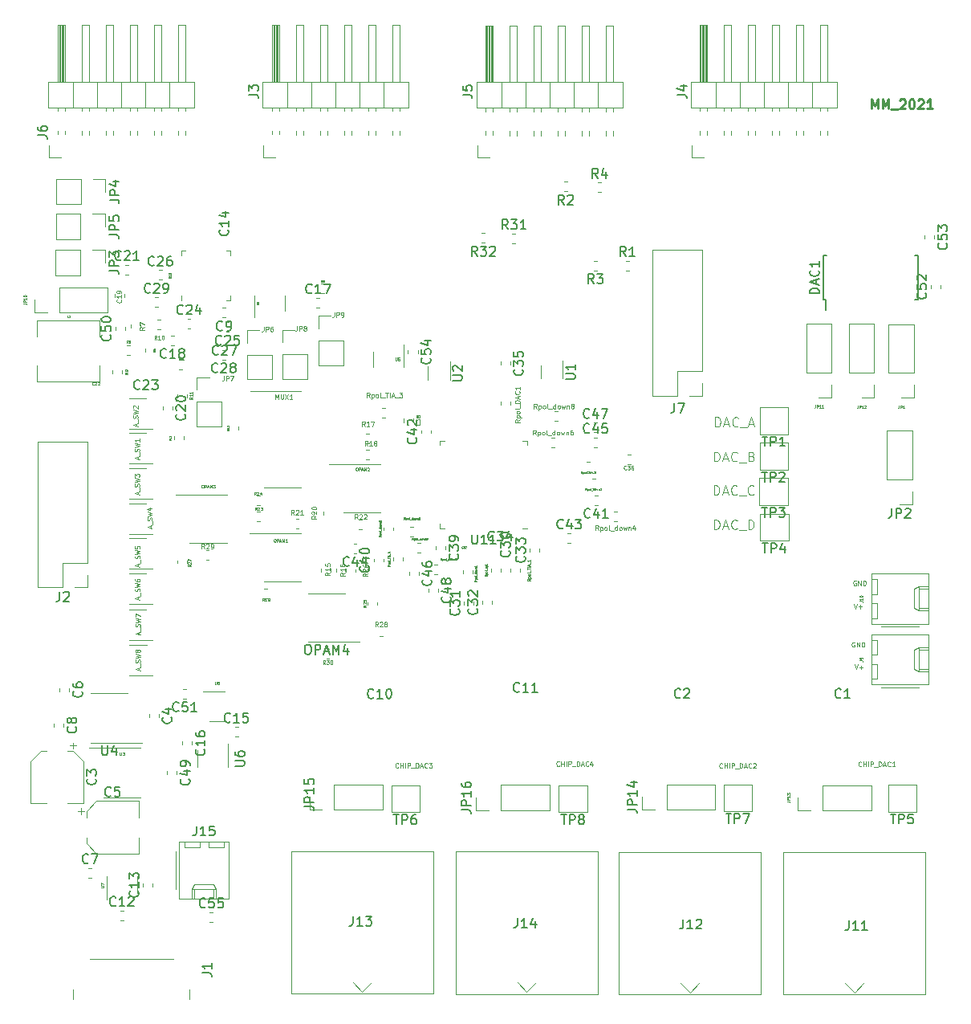
<source format=gbr>
G04 #@! TF.GenerationSoftware,KiCad,Pcbnew,5.1.5+dfsg1-2build2*
G04 #@! TF.CreationDate,2021-12-23T23:12:40-03:00*
G04 #@! TF.ProjectId,board_test,626f6172-645f-4746-9573-742e6b696361,rev?*
G04 #@! TF.SameCoordinates,Original*
G04 #@! TF.FileFunction,Legend,Top*
G04 #@! TF.FilePolarity,Positive*
%FSLAX46Y46*%
G04 Gerber Fmt 4.6, Leading zero omitted, Abs format (unit mm)*
G04 Created by KiCad (PCBNEW 5.1.5+dfsg1-2build2) date 2021-12-23 23:12:40*
%MOMM*%
%LPD*%
G04 APERTURE LIST*
%ADD10C,0.250000*%
%ADD11C,0.125000*%
%ADD12C,0.120000*%
%ADD13C,0.150000*%
%ADD14C,0.075000*%
%ADD15C,0.050000*%
%ADD16C,0.100000*%
G04 APERTURE END LIST*
D10*
X246619523Y-19802380D02*
X246619523Y-18802380D01*
X246952857Y-19516666D01*
X247286190Y-18802380D01*
X247286190Y-19802380D01*
X247762380Y-19802380D02*
X247762380Y-18802380D01*
X248095714Y-19516666D01*
X248429047Y-18802380D01*
X248429047Y-19802380D01*
X248667142Y-19897619D02*
X249429047Y-19897619D01*
X249619523Y-18897619D02*
X249667142Y-18850000D01*
X249762380Y-18802380D01*
X250000476Y-18802380D01*
X250095714Y-18850000D01*
X250143333Y-18897619D01*
X250190952Y-18992857D01*
X250190952Y-19088095D01*
X250143333Y-19230952D01*
X249571904Y-19802380D01*
X250190952Y-19802380D01*
X250810000Y-18802380D02*
X250905238Y-18802380D01*
X251000476Y-18850000D01*
X251048095Y-18897619D01*
X251095714Y-18992857D01*
X251143333Y-19183333D01*
X251143333Y-19421428D01*
X251095714Y-19611904D01*
X251048095Y-19707142D01*
X251000476Y-19754761D01*
X250905238Y-19802380D01*
X250810000Y-19802380D01*
X250714761Y-19754761D01*
X250667142Y-19707142D01*
X250619523Y-19611904D01*
X250571904Y-19421428D01*
X250571904Y-19183333D01*
X250619523Y-18992857D01*
X250667142Y-18897619D01*
X250714761Y-18850000D01*
X250810000Y-18802380D01*
X251524285Y-18897619D02*
X251571904Y-18850000D01*
X251667142Y-18802380D01*
X251905238Y-18802380D01*
X252000476Y-18850000D01*
X252048095Y-18897619D01*
X252095714Y-18992857D01*
X252095714Y-19088095D01*
X252048095Y-19230952D01*
X251476666Y-19802380D01*
X252095714Y-19802380D01*
X253048095Y-19802380D02*
X252476666Y-19802380D01*
X252762380Y-19802380D02*
X252762380Y-18802380D01*
X252667142Y-18945238D01*
X252571904Y-19040476D01*
X252476666Y-19088095D01*
D11*
X230018571Y-64132380D02*
X230018571Y-63132380D01*
X230256666Y-63132380D01*
X230399523Y-63180000D01*
X230494761Y-63275238D01*
X230542380Y-63370476D01*
X230590000Y-63560952D01*
X230590000Y-63703809D01*
X230542380Y-63894285D01*
X230494761Y-63989523D01*
X230399523Y-64084761D01*
X230256666Y-64132380D01*
X230018571Y-64132380D01*
X230970952Y-63846666D02*
X231447142Y-63846666D01*
X230875714Y-64132380D02*
X231209047Y-63132380D01*
X231542380Y-64132380D01*
X232447142Y-64037142D02*
X232399523Y-64084761D01*
X232256666Y-64132380D01*
X232161428Y-64132380D01*
X232018571Y-64084761D01*
X231923333Y-63989523D01*
X231875714Y-63894285D01*
X231828095Y-63703809D01*
X231828095Y-63560952D01*
X231875714Y-63370476D01*
X231923333Y-63275238D01*
X232018571Y-63180000D01*
X232161428Y-63132380D01*
X232256666Y-63132380D01*
X232399523Y-63180000D01*
X232447142Y-63227619D01*
X232637619Y-64227619D02*
X233399523Y-64227619D01*
X233637619Y-64132380D02*
X233637619Y-63132380D01*
X233875714Y-63132380D01*
X234018571Y-63180000D01*
X234113809Y-63275238D01*
X234161428Y-63370476D01*
X234209047Y-63560952D01*
X234209047Y-63703809D01*
X234161428Y-63894285D01*
X234113809Y-63989523D01*
X234018571Y-64084761D01*
X233875714Y-64132380D01*
X233637619Y-64132380D01*
X229988571Y-60512380D02*
X229988571Y-59512380D01*
X230226666Y-59512380D01*
X230369523Y-59560000D01*
X230464761Y-59655238D01*
X230512380Y-59750476D01*
X230560000Y-59940952D01*
X230560000Y-60083809D01*
X230512380Y-60274285D01*
X230464761Y-60369523D01*
X230369523Y-60464761D01*
X230226666Y-60512380D01*
X229988571Y-60512380D01*
X230940952Y-60226666D02*
X231417142Y-60226666D01*
X230845714Y-60512380D02*
X231179047Y-59512380D01*
X231512380Y-60512380D01*
X232417142Y-60417142D02*
X232369523Y-60464761D01*
X232226666Y-60512380D01*
X232131428Y-60512380D01*
X231988571Y-60464761D01*
X231893333Y-60369523D01*
X231845714Y-60274285D01*
X231798095Y-60083809D01*
X231798095Y-59940952D01*
X231845714Y-59750476D01*
X231893333Y-59655238D01*
X231988571Y-59560000D01*
X232131428Y-59512380D01*
X232226666Y-59512380D01*
X232369523Y-59560000D01*
X232417142Y-59607619D01*
X232607619Y-60607619D02*
X233369523Y-60607619D01*
X234179047Y-60417142D02*
X234131428Y-60464761D01*
X233988571Y-60512380D01*
X233893333Y-60512380D01*
X233750476Y-60464761D01*
X233655238Y-60369523D01*
X233607619Y-60274285D01*
X233560000Y-60083809D01*
X233560000Y-59940952D01*
X233607619Y-59750476D01*
X233655238Y-59655238D01*
X233750476Y-59560000D01*
X233893333Y-59512380D01*
X233988571Y-59512380D01*
X234131428Y-59560000D01*
X234179047Y-59607619D01*
X230008571Y-56982380D02*
X230008571Y-55982380D01*
X230246666Y-55982380D01*
X230389523Y-56030000D01*
X230484761Y-56125238D01*
X230532380Y-56220476D01*
X230580000Y-56410952D01*
X230580000Y-56553809D01*
X230532380Y-56744285D01*
X230484761Y-56839523D01*
X230389523Y-56934761D01*
X230246666Y-56982380D01*
X230008571Y-56982380D01*
X230960952Y-56696666D02*
X231437142Y-56696666D01*
X230865714Y-56982380D02*
X231199047Y-55982380D01*
X231532380Y-56982380D01*
X232437142Y-56887142D02*
X232389523Y-56934761D01*
X232246666Y-56982380D01*
X232151428Y-56982380D01*
X232008571Y-56934761D01*
X231913333Y-56839523D01*
X231865714Y-56744285D01*
X231818095Y-56553809D01*
X231818095Y-56410952D01*
X231865714Y-56220476D01*
X231913333Y-56125238D01*
X232008571Y-56030000D01*
X232151428Y-55982380D01*
X232246666Y-55982380D01*
X232389523Y-56030000D01*
X232437142Y-56077619D01*
X232627619Y-57077619D02*
X233389523Y-57077619D01*
X233960952Y-56458571D02*
X234103809Y-56506190D01*
X234151428Y-56553809D01*
X234199047Y-56649047D01*
X234199047Y-56791904D01*
X234151428Y-56887142D01*
X234103809Y-56934761D01*
X234008571Y-56982380D01*
X233627619Y-56982380D01*
X233627619Y-55982380D01*
X233960952Y-55982380D01*
X234056190Y-56030000D01*
X234103809Y-56077619D01*
X234151428Y-56172857D01*
X234151428Y-56268095D01*
X234103809Y-56363333D01*
X234056190Y-56410952D01*
X233960952Y-56458571D01*
X233627619Y-56458571D01*
X230130000Y-53332380D02*
X230130000Y-52332380D01*
X230368095Y-52332380D01*
X230510952Y-52380000D01*
X230606190Y-52475238D01*
X230653809Y-52570476D01*
X230701428Y-52760952D01*
X230701428Y-52903809D01*
X230653809Y-53094285D01*
X230606190Y-53189523D01*
X230510952Y-53284761D01*
X230368095Y-53332380D01*
X230130000Y-53332380D01*
X231082380Y-53046666D02*
X231558571Y-53046666D01*
X230987142Y-53332380D02*
X231320476Y-52332380D01*
X231653809Y-53332380D01*
X232558571Y-53237142D02*
X232510952Y-53284761D01*
X232368095Y-53332380D01*
X232272857Y-53332380D01*
X232130000Y-53284761D01*
X232034761Y-53189523D01*
X231987142Y-53094285D01*
X231939523Y-52903809D01*
X231939523Y-52760952D01*
X231987142Y-52570476D01*
X232034761Y-52475238D01*
X232130000Y-52380000D01*
X232272857Y-52332380D01*
X232368095Y-52332380D01*
X232510952Y-52380000D01*
X232558571Y-52427619D01*
X232749047Y-53427619D02*
X233510952Y-53427619D01*
X233701428Y-53046666D02*
X234177619Y-53046666D01*
X233606190Y-53332380D02*
X233939523Y-52332380D01*
X234272857Y-53332380D01*
X196700952Y-89238571D02*
X196677142Y-89262380D01*
X196605714Y-89286190D01*
X196558095Y-89286190D01*
X196486666Y-89262380D01*
X196439047Y-89214761D01*
X196415238Y-89167142D01*
X196391428Y-89071904D01*
X196391428Y-89000476D01*
X196415238Y-88905238D01*
X196439047Y-88857619D01*
X196486666Y-88810000D01*
X196558095Y-88786190D01*
X196605714Y-88786190D01*
X196677142Y-88810000D01*
X196700952Y-88833809D01*
X196915238Y-89286190D02*
X196915238Y-88786190D01*
X196915238Y-89024285D02*
X197200952Y-89024285D01*
X197200952Y-89286190D02*
X197200952Y-88786190D01*
X197439047Y-89286190D02*
X197439047Y-88786190D01*
X197677142Y-89286190D02*
X197677142Y-88786190D01*
X197867619Y-88786190D01*
X197915238Y-88810000D01*
X197939047Y-88833809D01*
X197962857Y-88881428D01*
X197962857Y-88952857D01*
X197939047Y-89000476D01*
X197915238Y-89024285D01*
X197867619Y-89048095D01*
X197677142Y-89048095D01*
X198058095Y-89333809D02*
X198439047Y-89333809D01*
X198558095Y-89286190D02*
X198558095Y-88786190D01*
X198677142Y-88786190D01*
X198748571Y-88810000D01*
X198796190Y-88857619D01*
X198820000Y-88905238D01*
X198843809Y-89000476D01*
X198843809Y-89071904D01*
X198820000Y-89167142D01*
X198796190Y-89214761D01*
X198748571Y-89262380D01*
X198677142Y-89286190D01*
X198558095Y-89286190D01*
X199034285Y-89143333D02*
X199272380Y-89143333D01*
X198986666Y-89286190D02*
X199153333Y-88786190D01*
X199320000Y-89286190D01*
X199772380Y-89238571D02*
X199748571Y-89262380D01*
X199677142Y-89286190D01*
X199629523Y-89286190D01*
X199558095Y-89262380D01*
X199510476Y-89214761D01*
X199486666Y-89167142D01*
X199462857Y-89071904D01*
X199462857Y-89000476D01*
X199486666Y-88905238D01*
X199510476Y-88857619D01*
X199558095Y-88810000D01*
X199629523Y-88786190D01*
X199677142Y-88786190D01*
X199748571Y-88810000D01*
X199772380Y-88833809D01*
X199939047Y-88786190D02*
X200248571Y-88786190D01*
X200081904Y-88976666D01*
X200153333Y-88976666D01*
X200200952Y-89000476D01*
X200224761Y-89024285D01*
X200248571Y-89071904D01*
X200248571Y-89190952D01*
X200224761Y-89238571D01*
X200200952Y-89262380D01*
X200153333Y-89286190D01*
X200010476Y-89286190D01*
X199962857Y-89262380D01*
X199939047Y-89238571D01*
X213670952Y-89058571D02*
X213647142Y-89082380D01*
X213575714Y-89106190D01*
X213528095Y-89106190D01*
X213456666Y-89082380D01*
X213409047Y-89034761D01*
X213385238Y-88987142D01*
X213361428Y-88891904D01*
X213361428Y-88820476D01*
X213385238Y-88725238D01*
X213409047Y-88677619D01*
X213456666Y-88630000D01*
X213528095Y-88606190D01*
X213575714Y-88606190D01*
X213647142Y-88630000D01*
X213670952Y-88653809D01*
X213885238Y-89106190D02*
X213885238Y-88606190D01*
X213885238Y-88844285D02*
X214170952Y-88844285D01*
X214170952Y-89106190D02*
X214170952Y-88606190D01*
X214409047Y-89106190D02*
X214409047Y-88606190D01*
X214647142Y-89106190D02*
X214647142Y-88606190D01*
X214837619Y-88606190D01*
X214885238Y-88630000D01*
X214909047Y-88653809D01*
X214932857Y-88701428D01*
X214932857Y-88772857D01*
X214909047Y-88820476D01*
X214885238Y-88844285D01*
X214837619Y-88868095D01*
X214647142Y-88868095D01*
X215028095Y-89153809D02*
X215409047Y-89153809D01*
X215528095Y-89106190D02*
X215528095Y-88606190D01*
X215647142Y-88606190D01*
X215718571Y-88630000D01*
X215766190Y-88677619D01*
X215790000Y-88725238D01*
X215813809Y-88820476D01*
X215813809Y-88891904D01*
X215790000Y-88987142D01*
X215766190Y-89034761D01*
X215718571Y-89082380D01*
X215647142Y-89106190D01*
X215528095Y-89106190D01*
X216004285Y-88963333D02*
X216242380Y-88963333D01*
X215956666Y-89106190D02*
X216123333Y-88606190D01*
X216290000Y-89106190D01*
X216742380Y-89058571D02*
X216718571Y-89082380D01*
X216647142Y-89106190D01*
X216599523Y-89106190D01*
X216528095Y-89082380D01*
X216480476Y-89034761D01*
X216456666Y-88987142D01*
X216432857Y-88891904D01*
X216432857Y-88820476D01*
X216456666Y-88725238D01*
X216480476Y-88677619D01*
X216528095Y-88630000D01*
X216599523Y-88606190D01*
X216647142Y-88606190D01*
X216718571Y-88630000D01*
X216742380Y-88653809D01*
X217170952Y-88772857D02*
X217170952Y-89106190D01*
X217051904Y-88582380D02*
X216932857Y-88939523D01*
X217242380Y-88939523D01*
X230870952Y-89268571D02*
X230847142Y-89292380D01*
X230775714Y-89316190D01*
X230728095Y-89316190D01*
X230656666Y-89292380D01*
X230609047Y-89244761D01*
X230585238Y-89197142D01*
X230561428Y-89101904D01*
X230561428Y-89030476D01*
X230585238Y-88935238D01*
X230609047Y-88887619D01*
X230656666Y-88840000D01*
X230728095Y-88816190D01*
X230775714Y-88816190D01*
X230847142Y-88840000D01*
X230870952Y-88863809D01*
X231085238Y-89316190D02*
X231085238Y-88816190D01*
X231085238Y-89054285D02*
X231370952Y-89054285D01*
X231370952Y-89316190D02*
X231370952Y-88816190D01*
X231609047Y-89316190D02*
X231609047Y-88816190D01*
X231847142Y-89316190D02*
X231847142Y-88816190D01*
X232037619Y-88816190D01*
X232085238Y-88840000D01*
X232109047Y-88863809D01*
X232132857Y-88911428D01*
X232132857Y-88982857D01*
X232109047Y-89030476D01*
X232085238Y-89054285D01*
X232037619Y-89078095D01*
X231847142Y-89078095D01*
X232228095Y-89363809D02*
X232609047Y-89363809D01*
X232728095Y-89316190D02*
X232728095Y-88816190D01*
X232847142Y-88816190D01*
X232918571Y-88840000D01*
X232966190Y-88887619D01*
X232990000Y-88935238D01*
X233013809Y-89030476D01*
X233013809Y-89101904D01*
X232990000Y-89197142D01*
X232966190Y-89244761D01*
X232918571Y-89292380D01*
X232847142Y-89316190D01*
X232728095Y-89316190D01*
X233204285Y-89173333D02*
X233442380Y-89173333D01*
X233156666Y-89316190D02*
X233323333Y-88816190D01*
X233490000Y-89316190D01*
X233942380Y-89268571D02*
X233918571Y-89292380D01*
X233847142Y-89316190D01*
X233799523Y-89316190D01*
X233728095Y-89292380D01*
X233680476Y-89244761D01*
X233656666Y-89197142D01*
X233632857Y-89101904D01*
X233632857Y-89030476D01*
X233656666Y-88935238D01*
X233680476Y-88887619D01*
X233728095Y-88840000D01*
X233799523Y-88816190D01*
X233847142Y-88816190D01*
X233918571Y-88840000D01*
X233942380Y-88863809D01*
X234132857Y-88863809D02*
X234156666Y-88840000D01*
X234204285Y-88816190D01*
X234323333Y-88816190D01*
X234370952Y-88840000D01*
X234394761Y-88863809D01*
X234418571Y-88911428D01*
X234418571Y-88959047D01*
X234394761Y-89030476D01*
X234109047Y-89316190D01*
X234418571Y-89316190D01*
X245540952Y-89098571D02*
X245517142Y-89122380D01*
X245445714Y-89146190D01*
X245398095Y-89146190D01*
X245326666Y-89122380D01*
X245279047Y-89074761D01*
X245255238Y-89027142D01*
X245231428Y-88931904D01*
X245231428Y-88860476D01*
X245255238Y-88765238D01*
X245279047Y-88717619D01*
X245326666Y-88670000D01*
X245398095Y-88646190D01*
X245445714Y-88646190D01*
X245517142Y-88670000D01*
X245540952Y-88693809D01*
X245755238Y-89146190D02*
X245755238Y-88646190D01*
X245755238Y-88884285D02*
X246040952Y-88884285D01*
X246040952Y-89146190D02*
X246040952Y-88646190D01*
X246279047Y-89146190D02*
X246279047Y-88646190D01*
X246517142Y-89146190D02*
X246517142Y-88646190D01*
X246707619Y-88646190D01*
X246755238Y-88670000D01*
X246779047Y-88693809D01*
X246802857Y-88741428D01*
X246802857Y-88812857D01*
X246779047Y-88860476D01*
X246755238Y-88884285D01*
X246707619Y-88908095D01*
X246517142Y-88908095D01*
X246898095Y-89193809D02*
X247279047Y-89193809D01*
X247398095Y-89146190D02*
X247398095Y-88646190D01*
X247517142Y-88646190D01*
X247588571Y-88670000D01*
X247636190Y-88717619D01*
X247660000Y-88765238D01*
X247683809Y-88860476D01*
X247683809Y-88931904D01*
X247660000Y-89027142D01*
X247636190Y-89074761D01*
X247588571Y-89122380D01*
X247517142Y-89146190D01*
X247398095Y-89146190D01*
X247874285Y-89003333D02*
X248112380Y-89003333D01*
X247826666Y-89146190D02*
X247993333Y-88646190D01*
X248160000Y-89146190D01*
X248612380Y-89098571D02*
X248588571Y-89122380D01*
X248517142Y-89146190D01*
X248469523Y-89146190D01*
X248398095Y-89122380D01*
X248350476Y-89074761D01*
X248326666Y-89027142D01*
X248302857Y-88931904D01*
X248302857Y-88860476D01*
X248326666Y-88765238D01*
X248350476Y-88717619D01*
X248398095Y-88670000D01*
X248469523Y-88646190D01*
X248517142Y-88646190D01*
X248588571Y-88670000D01*
X248612380Y-88693809D01*
X249088571Y-89146190D02*
X248802857Y-89146190D01*
X248945714Y-89146190D02*
X248945714Y-88646190D01*
X248898095Y-88717619D01*
X248850476Y-88765238D01*
X248802857Y-88789047D01*
X244733809Y-71996190D02*
X244900476Y-72496190D01*
X245067142Y-71996190D01*
X245233809Y-72305714D02*
X245614761Y-72305714D01*
X245424285Y-72496190D02*
X245424285Y-72115238D01*
X244843809Y-78406190D02*
X245010476Y-78906190D01*
X245177142Y-78406190D01*
X245343809Y-78715714D02*
X245724761Y-78715714D01*
X245534285Y-78906190D02*
X245534285Y-78525238D01*
X244819047Y-76070000D02*
X244771428Y-76046190D01*
X244700000Y-76046190D01*
X244628571Y-76070000D01*
X244580952Y-76117619D01*
X244557142Y-76165238D01*
X244533333Y-76260476D01*
X244533333Y-76331904D01*
X244557142Y-76427142D01*
X244580952Y-76474761D01*
X244628571Y-76522380D01*
X244700000Y-76546190D01*
X244747619Y-76546190D01*
X244819047Y-76522380D01*
X244842857Y-76498571D01*
X244842857Y-76331904D01*
X244747619Y-76331904D01*
X245057142Y-76546190D02*
X245057142Y-76046190D01*
X245342857Y-76546190D01*
X245342857Y-76046190D01*
X245580952Y-76546190D02*
X245580952Y-76046190D01*
X245700000Y-76046190D01*
X245771428Y-76070000D01*
X245819047Y-76117619D01*
X245842857Y-76165238D01*
X245866666Y-76260476D01*
X245866666Y-76331904D01*
X245842857Y-76427142D01*
X245819047Y-76474761D01*
X245771428Y-76522380D01*
X245700000Y-76546190D01*
X245580952Y-76546190D01*
X244979047Y-69580000D02*
X244931428Y-69556190D01*
X244860000Y-69556190D01*
X244788571Y-69580000D01*
X244740952Y-69627619D01*
X244717142Y-69675238D01*
X244693333Y-69770476D01*
X244693333Y-69841904D01*
X244717142Y-69937142D01*
X244740952Y-69984761D01*
X244788571Y-70032380D01*
X244860000Y-70056190D01*
X244907619Y-70056190D01*
X244979047Y-70032380D01*
X245002857Y-70008571D01*
X245002857Y-69841904D01*
X244907619Y-69841904D01*
X245217142Y-70056190D02*
X245217142Y-69556190D01*
X245502857Y-70056190D01*
X245502857Y-69556190D01*
X245740952Y-70056190D02*
X245740952Y-69556190D01*
X245860000Y-69556190D01*
X245931428Y-69580000D01*
X245979047Y-69627619D01*
X246002857Y-69675238D01*
X246026666Y-69770476D01*
X246026666Y-69841904D01*
X246002857Y-69937142D01*
X245979047Y-69984761D01*
X245931428Y-70032380D01*
X245860000Y-70056190D01*
X245740952Y-70056190D01*
D12*
X214502779Y-27510000D02*
X214177221Y-27510000D01*
X214502779Y-28530000D02*
X214177221Y-28530000D01*
X217759721Y-28610000D02*
X218085279Y-28610000D01*
X217759721Y-27590000D02*
X218085279Y-27590000D01*
X205822779Y-32940000D02*
X205497221Y-32940000D01*
X205822779Y-33960000D02*
X205497221Y-33960000D01*
X208727221Y-33990000D02*
X209052779Y-33990000D01*
X208727221Y-32970000D02*
X209052779Y-32970000D01*
X217642779Y-35840000D02*
X217317221Y-35840000D01*
X217642779Y-36860000D02*
X217317221Y-36860000D01*
X220697221Y-36850000D02*
X221022779Y-36850000D01*
X220697221Y-35830000D02*
X221022779Y-35830000D01*
X160970000Y-80894721D02*
X160970000Y-81220279D01*
X161990000Y-80894721D02*
X161990000Y-81220279D01*
X178835279Y-42330000D02*
X178509721Y-42330000D01*
X178835279Y-43350000D02*
X178509721Y-43350000D01*
X200650000Y-65924721D02*
X200650000Y-66250279D01*
X201670000Y-65924721D02*
X201670000Y-66250279D01*
X160350000Y-84624721D02*
X160350000Y-84950279D01*
X161370000Y-84624721D02*
X161370000Y-84950279D01*
X163984721Y-100860000D02*
X164310279Y-100860000D01*
X163984721Y-99840000D02*
X164310279Y-99840000D01*
X199810000Y-46990000D02*
X199810000Y-48390000D01*
X202130000Y-48390000D02*
X202130000Y-46490000D01*
X211720000Y-46860000D02*
X211720000Y-48260000D01*
X214040000Y-48260000D02*
X214040000Y-46360000D01*
X213630000Y-93990000D02*
X216630000Y-93990000D01*
X213630000Y-91140000D02*
X213630000Y-93990000D01*
X216630000Y-91140000D02*
X216630000Y-93990000D01*
X213630000Y-91140000D02*
X216630000Y-91140000D01*
X231020000Y-93890000D02*
X234020000Y-93890000D01*
X231020000Y-91040000D02*
X231020000Y-93890000D01*
X234020000Y-91040000D02*
X234020000Y-93890000D01*
X231020000Y-91040000D02*
X234020000Y-91040000D01*
X195950000Y-93990000D02*
X198950000Y-93990000D01*
X195950000Y-91140000D02*
X195950000Y-93990000D01*
X198950000Y-91140000D02*
X198950000Y-93990000D01*
X195950000Y-91140000D02*
X198950000Y-91140000D01*
X248370000Y-93910000D02*
X251370000Y-93910000D01*
X248370000Y-91060000D02*
X248370000Y-93910000D01*
X251370000Y-91060000D02*
X251370000Y-93910000D01*
X248370000Y-91060000D02*
X251370000Y-91060000D01*
X234870000Y-65370000D02*
X237870000Y-65370000D01*
X234870000Y-62520000D02*
X234870000Y-65370000D01*
X237870000Y-62520000D02*
X237870000Y-65370000D01*
X234870000Y-62520000D02*
X237870000Y-62520000D01*
X234800000Y-61600000D02*
X237800000Y-61600000D01*
X234800000Y-58750000D02*
X234800000Y-61600000D01*
X237800000Y-58750000D02*
X237800000Y-61600000D01*
X234800000Y-58750000D02*
X237800000Y-58750000D01*
X234810000Y-57870000D02*
X237810000Y-57870000D01*
X234810000Y-55020000D02*
X234810000Y-57870000D01*
X237810000Y-55020000D02*
X237810000Y-57870000D01*
X234810000Y-55020000D02*
X237810000Y-55020000D01*
X234840000Y-54120000D02*
X237840000Y-54120000D01*
X234840000Y-51270000D02*
X234840000Y-54120000D01*
X237840000Y-51270000D02*
X237840000Y-54120000D01*
X234840000Y-51270000D02*
X237840000Y-51270000D01*
X176807221Y-105530000D02*
X177132779Y-105530000D01*
X176807221Y-104510000D02*
X177132779Y-104510000D01*
X252210000Y-33187221D02*
X252210000Y-33512779D01*
X253230000Y-33187221D02*
X253230000Y-33512779D01*
X167850000Y-43170279D02*
X167850000Y-42844721D01*
X166830000Y-43170279D02*
X166830000Y-42844721D01*
X172300000Y-89667221D02*
X172300000Y-89992779D01*
X173320000Y-89667221D02*
X173320000Y-89992779D01*
X199860000Y-70442221D02*
X199860000Y-70767779D01*
X200880000Y-70442221D02*
X200880000Y-70767779D01*
X217322221Y-53920000D02*
X217647779Y-53920000D01*
X217322221Y-52900000D02*
X217647779Y-52900000D01*
X197830000Y-68632221D02*
X197830000Y-68957779D01*
X198850000Y-68632221D02*
X198850000Y-68957779D01*
X217334721Y-55480000D02*
X217660279Y-55480000D01*
X217334721Y-54460000D02*
X217660279Y-54460000D01*
X192297779Y-65640000D02*
X191972221Y-65640000D01*
X192297779Y-66660000D02*
X191972221Y-66660000D01*
X214562221Y-65590000D02*
X214887779Y-65590000D01*
X214562221Y-64570000D02*
X214887779Y-64570000D01*
X200140000Y-54025279D02*
X200140000Y-53699721D01*
X199120000Y-54025279D02*
X199120000Y-53699721D01*
X217727779Y-60560000D02*
X217402221Y-60560000D01*
X217727779Y-61580000D02*
X217402221Y-61580000D01*
X195120000Y-67572779D02*
X195120000Y-67247221D01*
X194100000Y-67572779D02*
X194100000Y-67247221D01*
X171004721Y-40710000D02*
X171330279Y-40710000D01*
X171004721Y-39690000D02*
X171330279Y-39690000D01*
X178432779Y-45230000D02*
X178107221Y-45230000D01*
X178432779Y-46250000D02*
X178107221Y-46250000D01*
X171407221Y-37850000D02*
X171732779Y-37850000D01*
X171407221Y-36830000D02*
X171732779Y-36830000D01*
X167899721Y-37280000D02*
X168225279Y-37280000D01*
X167899721Y-36260000D02*
X168225279Y-36260000D01*
X171840000Y-51204721D02*
X171840000Y-51530279D01*
X172860000Y-51204721D02*
X172860000Y-51530279D01*
X173012779Y-43720000D02*
X172687221Y-43720000D01*
X173012779Y-44740000D02*
X172687221Y-44740000D01*
X188047221Y-40770000D02*
X188372779Y-40770000D01*
X188047221Y-39750000D02*
X188372779Y-39750000D01*
X178452779Y-40810000D02*
X178127221Y-40810000D01*
X178452779Y-41830000D02*
X178127221Y-41830000D01*
X163227500Y-93562500D02*
X163227500Y-94187500D01*
X162915000Y-93875000D02*
X163540000Y-93875000D01*
X163780000Y-97255563D02*
X164844437Y-98320000D01*
X163780000Y-93864437D02*
X164844437Y-92800000D01*
X163780000Y-93864437D02*
X163780000Y-94500000D01*
X163780000Y-97255563D02*
X163780000Y-96620000D01*
X164844437Y-98320000D02*
X169300000Y-98320000D01*
X164844437Y-92800000D02*
X169300000Y-92800000D01*
X169300000Y-92800000D02*
X169300000Y-94500000D01*
X169300000Y-98320000D02*
X169300000Y-96620000D01*
X170410000Y-83647221D02*
X170410000Y-83972779D01*
X171430000Y-83647221D02*
X171430000Y-83972779D01*
X197720000Y-45269721D02*
X197720000Y-45595279D01*
X198740000Y-45269721D02*
X198740000Y-45595279D01*
X253890000Y-38740279D02*
X253890000Y-38414721D01*
X252870000Y-38740279D02*
X252870000Y-38414721D01*
X174315279Y-80970000D02*
X173989721Y-80970000D01*
X174315279Y-81990000D02*
X173989721Y-81990000D01*
X211580000Y-66521267D02*
X211580000Y-66178733D01*
X210560000Y-66521267D02*
X210560000Y-66178733D01*
X206540000Y-72031267D02*
X206540000Y-71688733D01*
X205520000Y-72031267D02*
X205520000Y-71688733D01*
X204630000Y-72096267D02*
X204630000Y-71753733D01*
X203610000Y-72096267D02*
X203610000Y-71753733D01*
X174447221Y-42970000D02*
X174772779Y-42970000D01*
X174447221Y-41950000D02*
X174772779Y-41950000D01*
X173900000Y-86537221D02*
X173900000Y-86862779D01*
X174920000Y-86537221D02*
X174920000Y-86862779D01*
X179447221Y-86000000D02*
X179772779Y-86000000D01*
X179447221Y-84980000D02*
X179772779Y-84980000D01*
X170790000Y-101802779D02*
X170790000Y-101477221D01*
X169770000Y-101802779D02*
X169770000Y-101477221D01*
X167357221Y-105360000D02*
X167682779Y-105360000D01*
X167357221Y-104340000D02*
X167682779Y-104340000D01*
X162677500Y-86957500D02*
X162052500Y-86957500D01*
X162365000Y-86645000D02*
X162365000Y-87270000D01*
X158984437Y-87510000D02*
X157920000Y-88574437D01*
X162375563Y-87510000D02*
X163440000Y-88574437D01*
X162375563Y-87510000D02*
X161740000Y-87510000D01*
X158984437Y-87510000D02*
X159620000Y-87510000D01*
X157920000Y-88574437D02*
X157920000Y-93030000D01*
X163440000Y-88574437D02*
X163440000Y-93030000D01*
X163440000Y-93030000D02*
X161740000Y-93030000D01*
X157920000Y-93030000D02*
X159620000Y-93030000D01*
X192850000Y-57260000D02*
X189400000Y-57260000D01*
X192850000Y-57260000D02*
X194800000Y-57260000D01*
X192850000Y-62380000D02*
X190900000Y-62380000D01*
X192850000Y-62380000D02*
X194800000Y-62380000D01*
X189130000Y-76020000D02*
X192580000Y-76020000D01*
X189130000Y-76020000D02*
X187180000Y-76020000D01*
X189130000Y-70900000D02*
X191080000Y-70900000D01*
X189130000Y-70900000D02*
X187180000Y-70900000D01*
X176640000Y-60480000D02*
X173190000Y-60480000D01*
X176640000Y-60480000D02*
X178590000Y-60480000D01*
X176640000Y-65600000D02*
X174690000Y-65600000D01*
X176640000Y-65600000D02*
X178590000Y-65600000D01*
X184460000Y-64560000D02*
X181010000Y-64560000D01*
X184460000Y-64560000D02*
X186410000Y-64560000D01*
X184460000Y-69680000D02*
X182510000Y-69680000D01*
X184460000Y-69680000D02*
X186410000Y-69680000D01*
X184500000Y-49620000D02*
X181050000Y-49620000D01*
X184500000Y-49620000D02*
X186450000Y-49620000D01*
X184500000Y-59740000D02*
X182550000Y-59740000D01*
X184500000Y-59740000D02*
X186450000Y-59740000D01*
X172930000Y-109450000D02*
X164130000Y-109450000D01*
X174675000Y-112620000D02*
X174675000Y-113670000D01*
X162385000Y-112620000D02*
X162385000Y-113670000D01*
X167810000Y-39671267D02*
X167810000Y-39328733D01*
X166790000Y-39671267D02*
X166790000Y-39328733D01*
X227650000Y-24920000D02*
X227650000Y-23650000D01*
X228920000Y-24920000D02*
X227650000Y-24920000D01*
X242000000Y-22607071D02*
X242000000Y-22152929D01*
X241240000Y-22607071D02*
X241240000Y-22152929D01*
X242000000Y-20067071D02*
X242000000Y-19670000D01*
X241240000Y-20067071D02*
X241240000Y-19670000D01*
X242000000Y-11010000D02*
X242000000Y-17010000D01*
X241240000Y-11010000D02*
X242000000Y-11010000D01*
X241240000Y-17010000D02*
X241240000Y-11010000D01*
X240350000Y-19670000D02*
X240350000Y-17010000D01*
X239460000Y-22607071D02*
X239460000Y-22152929D01*
X238700000Y-22607071D02*
X238700000Y-22152929D01*
X239460000Y-20067071D02*
X239460000Y-19670000D01*
X238700000Y-20067071D02*
X238700000Y-19670000D01*
X239460000Y-11010000D02*
X239460000Y-17010000D01*
X238700000Y-11010000D02*
X239460000Y-11010000D01*
X238700000Y-17010000D02*
X238700000Y-11010000D01*
X237810000Y-19670000D02*
X237810000Y-17010000D01*
X236920000Y-22607071D02*
X236920000Y-22152929D01*
X236160000Y-22607071D02*
X236160000Y-22152929D01*
X236920000Y-20067071D02*
X236920000Y-19670000D01*
X236160000Y-20067071D02*
X236160000Y-19670000D01*
X236920000Y-11010000D02*
X236920000Y-17010000D01*
X236160000Y-11010000D02*
X236920000Y-11010000D01*
X236160000Y-17010000D02*
X236160000Y-11010000D01*
X235270000Y-19670000D02*
X235270000Y-17010000D01*
X234380000Y-22607071D02*
X234380000Y-22152929D01*
X233620000Y-22607071D02*
X233620000Y-22152929D01*
X234380000Y-20067071D02*
X234380000Y-19670000D01*
X233620000Y-20067071D02*
X233620000Y-19670000D01*
X234380000Y-11010000D02*
X234380000Y-17010000D01*
X233620000Y-11010000D02*
X234380000Y-11010000D01*
X233620000Y-17010000D02*
X233620000Y-11010000D01*
X232730000Y-19670000D02*
X232730000Y-17010000D01*
X231840000Y-22607071D02*
X231840000Y-22152929D01*
X231080000Y-22607071D02*
X231080000Y-22152929D01*
X231840000Y-20067071D02*
X231840000Y-19670000D01*
X231080000Y-20067071D02*
X231080000Y-19670000D01*
X231840000Y-11010000D02*
X231840000Y-17010000D01*
X231080000Y-11010000D02*
X231840000Y-11010000D01*
X231080000Y-17010000D02*
X231080000Y-11010000D01*
X230190000Y-19670000D02*
X230190000Y-17010000D01*
X229300000Y-22540000D02*
X229300000Y-22152929D01*
X228540000Y-22540000D02*
X228540000Y-22152929D01*
X229300000Y-20067071D02*
X229300000Y-19670000D01*
X228540000Y-20067071D02*
X228540000Y-19670000D01*
X229200000Y-17010000D02*
X229200000Y-11010000D01*
X229080000Y-17010000D02*
X229080000Y-11010000D01*
X228960000Y-17010000D02*
X228960000Y-11010000D01*
X228840000Y-17010000D02*
X228840000Y-11010000D01*
X228720000Y-17010000D02*
X228720000Y-11010000D01*
X228600000Y-17010000D02*
X228600000Y-11010000D01*
X229300000Y-11010000D02*
X229300000Y-17010000D01*
X228540000Y-11010000D02*
X229300000Y-11010000D01*
X228540000Y-17010000D02*
X228540000Y-11010000D01*
X227590000Y-17010000D02*
X227590000Y-19670000D01*
X242950000Y-17010000D02*
X227590000Y-17010000D01*
X242950000Y-19670000D02*
X242950000Y-17010000D01*
X227590000Y-19670000D02*
X242950000Y-19670000D01*
X182450000Y-24910000D02*
X182450000Y-23640000D01*
X183720000Y-24910000D02*
X182450000Y-24910000D01*
X196800000Y-22597071D02*
X196800000Y-22142929D01*
X196040000Y-22597071D02*
X196040000Y-22142929D01*
X196800000Y-20057071D02*
X196800000Y-19660000D01*
X196040000Y-20057071D02*
X196040000Y-19660000D01*
X196800000Y-11000000D02*
X196800000Y-17000000D01*
X196040000Y-11000000D02*
X196800000Y-11000000D01*
X196040000Y-17000000D02*
X196040000Y-11000000D01*
X195150000Y-19660000D02*
X195150000Y-17000000D01*
X194260000Y-22597071D02*
X194260000Y-22142929D01*
X193500000Y-22597071D02*
X193500000Y-22142929D01*
X194260000Y-20057071D02*
X194260000Y-19660000D01*
X193500000Y-20057071D02*
X193500000Y-19660000D01*
X194260000Y-11000000D02*
X194260000Y-17000000D01*
X193500000Y-11000000D02*
X194260000Y-11000000D01*
X193500000Y-17000000D02*
X193500000Y-11000000D01*
X192610000Y-19660000D02*
X192610000Y-17000000D01*
X191720000Y-22597071D02*
X191720000Y-22142929D01*
X190960000Y-22597071D02*
X190960000Y-22142929D01*
X191720000Y-20057071D02*
X191720000Y-19660000D01*
X190960000Y-20057071D02*
X190960000Y-19660000D01*
X191720000Y-11000000D02*
X191720000Y-17000000D01*
X190960000Y-11000000D02*
X191720000Y-11000000D01*
X190960000Y-17000000D02*
X190960000Y-11000000D01*
X190070000Y-19660000D02*
X190070000Y-17000000D01*
X189180000Y-22597071D02*
X189180000Y-22142929D01*
X188420000Y-22597071D02*
X188420000Y-22142929D01*
X189180000Y-20057071D02*
X189180000Y-19660000D01*
X188420000Y-20057071D02*
X188420000Y-19660000D01*
X189180000Y-11000000D02*
X189180000Y-17000000D01*
X188420000Y-11000000D02*
X189180000Y-11000000D01*
X188420000Y-17000000D02*
X188420000Y-11000000D01*
X187530000Y-19660000D02*
X187530000Y-17000000D01*
X186640000Y-22597071D02*
X186640000Y-22142929D01*
X185880000Y-22597071D02*
X185880000Y-22142929D01*
X186640000Y-20057071D02*
X186640000Y-19660000D01*
X185880000Y-20057071D02*
X185880000Y-19660000D01*
X186640000Y-11000000D02*
X186640000Y-17000000D01*
X185880000Y-11000000D02*
X186640000Y-11000000D01*
X185880000Y-17000000D02*
X185880000Y-11000000D01*
X184990000Y-19660000D02*
X184990000Y-17000000D01*
X184100000Y-22530000D02*
X184100000Y-22142929D01*
X183340000Y-22530000D02*
X183340000Y-22142929D01*
X184100000Y-20057071D02*
X184100000Y-19660000D01*
X183340000Y-20057071D02*
X183340000Y-19660000D01*
X184000000Y-17000000D02*
X184000000Y-11000000D01*
X183880000Y-17000000D02*
X183880000Y-11000000D01*
X183760000Y-17000000D02*
X183760000Y-11000000D01*
X183640000Y-17000000D02*
X183640000Y-11000000D01*
X183520000Y-17000000D02*
X183520000Y-11000000D01*
X183400000Y-17000000D02*
X183400000Y-11000000D01*
X184100000Y-11000000D02*
X184100000Y-17000000D01*
X183340000Y-11000000D02*
X184100000Y-11000000D01*
X183340000Y-17000000D02*
X183340000Y-11000000D01*
X182390000Y-17000000D02*
X182390000Y-19660000D01*
X197750000Y-17000000D02*
X182390000Y-17000000D01*
X197750000Y-19660000D02*
X197750000Y-17000000D01*
X182390000Y-19660000D02*
X197750000Y-19660000D01*
X184740000Y-41110000D02*
X184740000Y-39510000D01*
X181540000Y-39510000D02*
X181540000Y-41810000D01*
X201555000Y-64040000D02*
X201080000Y-64040000D01*
X201080000Y-64040000D02*
X201080000Y-63565000D01*
X209825000Y-54820000D02*
X210300000Y-54820000D01*
X210300000Y-54820000D02*
X210300000Y-55295000D01*
X201555000Y-54820000D02*
X201080000Y-54820000D01*
X201080000Y-54820000D02*
X201080000Y-55295000D01*
X209825000Y-64040000D02*
X210300000Y-64040000D01*
X174030000Y-54650279D02*
X174030000Y-54324721D01*
X173010000Y-54650279D02*
X173010000Y-54324721D01*
X228720250Y-50070000D02*
X227390250Y-50070000D01*
X228720250Y-48740000D02*
X228720250Y-50070000D01*
X226120250Y-50070000D02*
X223520250Y-50070000D01*
X226120250Y-47470000D02*
X226120250Y-50070000D01*
X228720250Y-47470000D02*
X226120250Y-47470000D01*
X223520250Y-50070000D02*
X223520250Y-34710000D01*
X228720250Y-47470000D02*
X228720250Y-34710000D01*
X228720250Y-34710000D02*
X223520250Y-34710000D01*
X246900000Y-50250000D02*
X245570000Y-50250000D01*
X246900000Y-48920000D02*
X246900000Y-50250000D01*
X246900000Y-47650000D02*
X244240000Y-47650000D01*
X244240000Y-47650000D02*
X244240000Y-42510000D01*
X246900000Y-47650000D02*
X246900000Y-42510000D01*
X246900000Y-42510000D02*
X244240000Y-42510000D01*
X168280000Y-68300000D02*
X170730000Y-68300000D01*
X170080000Y-65080000D02*
X168280000Y-65080000D01*
X163890000Y-54920000D02*
X158690000Y-54920000D01*
X163890000Y-67680000D02*
X163890000Y-54920000D01*
X158690000Y-70280000D02*
X158690000Y-54920000D01*
X163890000Y-67680000D02*
X161290000Y-67680000D01*
X161290000Y-67680000D02*
X161290000Y-70280000D01*
X161290000Y-70280000D02*
X158690000Y-70280000D01*
X163890000Y-68950000D02*
X163890000Y-70280000D01*
X163890000Y-70280000D02*
X162560000Y-70280000D01*
X204900000Y-93750000D02*
X204900000Y-92420000D01*
X206230000Y-93750000D02*
X204900000Y-93750000D01*
X207500000Y-93750000D02*
X207500000Y-91090000D01*
X207500000Y-91090000D02*
X212640000Y-91090000D01*
X207500000Y-93750000D02*
X212640000Y-93750000D01*
X212640000Y-93750000D02*
X212640000Y-91090000D01*
X187330000Y-93690000D02*
X187330000Y-92360000D01*
X188660000Y-93690000D02*
X187330000Y-93690000D01*
X189930000Y-93690000D02*
X189930000Y-91030000D01*
X189930000Y-91030000D02*
X195070000Y-91030000D01*
X189930000Y-93690000D02*
X195070000Y-93690000D01*
X195070000Y-93690000D02*
X195070000Y-91030000D01*
X222400000Y-93700000D02*
X222400000Y-92370000D01*
X223730000Y-93700000D02*
X222400000Y-93700000D01*
X225000000Y-93700000D02*
X225000000Y-91040000D01*
X225000000Y-91040000D02*
X230140000Y-91040000D01*
X225000000Y-93700000D02*
X230140000Y-93700000D01*
X230140000Y-93700000D02*
X230140000Y-91040000D01*
X238860000Y-93780000D02*
X238860000Y-92450000D01*
X240190000Y-93780000D02*
X238860000Y-93780000D01*
X241460000Y-93780000D02*
X241460000Y-91120000D01*
X241460000Y-91120000D02*
X246600000Y-91120000D01*
X241460000Y-93780000D02*
X246600000Y-93780000D01*
X246600000Y-93780000D02*
X246600000Y-91120000D01*
X242400000Y-50220000D02*
X241070000Y-50220000D01*
X242400000Y-48890000D02*
X242400000Y-50220000D01*
X242400000Y-47620000D02*
X239740000Y-47620000D01*
X239740000Y-47620000D02*
X239740000Y-42480000D01*
X242400000Y-47620000D02*
X242400000Y-42480000D01*
X242400000Y-42480000D02*
X239740000Y-42480000D01*
X158310000Y-41280000D02*
X158310000Y-39950000D01*
X159640000Y-41280000D02*
X158310000Y-41280000D01*
X160910000Y-41280000D02*
X160910000Y-38620000D01*
X160910000Y-38620000D02*
X166050000Y-38620000D01*
X160910000Y-41280000D02*
X166050000Y-41280000D01*
X166050000Y-41280000D02*
X166050000Y-38620000D01*
X188250000Y-41650000D02*
X189580000Y-41650000D01*
X188250000Y-42980000D02*
X188250000Y-41650000D01*
X188250000Y-44250000D02*
X190910000Y-44250000D01*
X190910000Y-44250000D02*
X190910000Y-46850000D01*
X188250000Y-44250000D02*
X188250000Y-46850000D01*
X188250000Y-46850000D02*
X190910000Y-46850000D01*
X184450000Y-43120000D02*
X185780000Y-43120000D01*
X184450000Y-44450000D02*
X184450000Y-43120000D01*
X184450000Y-45720000D02*
X187110000Y-45720000D01*
X187110000Y-45720000D02*
X187110000Y-48320000D01*
X184450000Y-45720000D02*
X184450000Y-48320000D01*
X184450000Y-48320000D02*
X187110000Y-48320000D01*
X175410000Y-48120000D02*
X176740000Y-48120000D01*
X175410000Y-49450000D02*
X175410000Y-48120000D01*
X175410000Y-50720000D02*
X178070000Y-50720000D01*
X178070000Y-50720000D02*
X178070000Y-53320000D01*
X175410000Y-50720000D02*
X175410000Y-53320000D01*
X175410000Y-53320000D02*
X178070000Y-53320000D01*
X180710000Y-43140000D02*
X182040000Y-43140000D01*
X180710000Y-44470000D02*
X180710000Y-43140000D01*
X180710000Y-45740000D02*
X183370000Y-45740000D01*
X183370000Y-45740000D02*
X183370000Y-48340000D01*
X180710000Y-45740000D02*
X180710000Y-48340000D01*
X180710000Y-48340000D02*
X183370000Y-48340000D01*
X165760000Y-30910000D02*
X165760000Y-32240000D01*
X164430000Y-30910000D02*
X165760000Y-30910000D01*
X163160000Y-30910000D02*
X163160000Y-33570000D01*
X163160000Y-33570000D02*
X160560000Y-33570000D01*
X163160000Y-30910000D02*
X160560000Y-30910000D01*
X160560000Y-30910000D02*
X160560000Y-33570000D01*
X165780000Y-27230000D02*
X165780000Y-28560000D01*
X164450000Y-27230000D02*
X165780000Y-27230000D01*
X163180000Y-27230000D02*
X163180000Y-29890000D01*
X163180000Y-29890000D02*
X160580000Y-29890000D01*
X163180000Y-27230000D02*
X160580000Y-27230000D01*
X160580000Y-27230000D02*
X160580000Y-29890000D01*
X165750000Y-34700000D02*
X165750000Y-36030000D01*
X164420000Y-34700000D02*
X165750000Y-34700000D01*
X163150000Y-34700000D02*
X163150000Y-37360000D01*
X163150000Y-37360000D02*
X160550000Y-37360000D01*
X163150000Y-34700000D02*
X160550000Y-34700000D01*
X160550000Y-34700000D02*
X160550000Y-37360000D01*
X250900000Y-61500000D02*
X249570000Y-61500000D01*
X250900000Y-60170000D02*
X250900000Y-61500000D01*
X250900000Y-58900000D02*
X248240000Y-58900000D01*
X248240000Y-58900000D02*
X248240000Y-53760000D01*
X250900000Y-58900000D02*
X250900000Y-53760000D01*
X250900000Y-53760000D02*
X248240000Y-53760000D01*
X251090000Y-50260000D02*
X249760000Y-50260000D01*
X251090000Y-48930000D02*
X251090000Y-50260000D01*
X251090000Y-47660000D02*
X248430000Y-47660000D01*
X248430000Y-47660000D02*
X248430000Y-42520000D01*
X251090000Y-47660000D02*
X251090000Y-42520000D01*
X251090000Y-42520000D02*
X248430000Y-42520000D01*
X159840000Y-24910000D02*
X159840000Y-23640000D01*
X161110000Y-24910000D02*
X159840000Y-24910000D01*
X174190000Y-22597071D02*
X174190000Y-22142929D01*
X173430000Y-22597071D02*
X173430000Y-22142929D01*
X174190000Y-20057071D02*
X174190000Y-19660000D01*
X173430000Y-20057071D02*
X173430000Y-19660000D01*
X174190000Y-11000000D02*
X174190000Y-17000000D01*
X173430000Y-11000000D02*
X174190000Y-11000000D01*
X173430000Y-17000000D02*
X173430000Y-11000000D01*
X172540000Y-19660000D02*
X172540000Y-17000000D01*
X171650000Y-22597071D02*
X171650000Y-22142929D01*
X170890000Y-22597071D02*
X170890000Y-22142929D01*
X171650000Y-20057071D02*
X171650000Y-19660000D01*
X170890000Y-20057071D02*
X170890000Y-19660000D01*
X171650000Y-11000000D02*
X171650000Y-17000000D01*
X170890000Y-11000000D02*
X171650000Y-11000000D01*
X170890000Y-17000000D02*
X170890000Y-11000000D01*
X170000000Y-19660000D02*
X170000000Y-17000000D01*
X169110000Y-22597071D02*
X169110000Y-22142929D01*
X168350000Y-22597071D02*
X168350000Y-22142929D01*
X169110000Y-20057071D02*
X169110000Y-19660000D01*
X168350000Y-20057071D02*
X168350000Y-19660000D01*
X169110000Y-11000000D02*
X169110000Y-17000000D01*
X168350000Y-11000000D02*
X169110000Y-11000000D01*
X168350000Y-17000000D02*
X168350000Y-11000000D01*
X167460000Y-19660000D02*
X167460000Y-17000000D01*
X166570000Y-22597071D02*
X166570000Y-22142929D01*
X165810000Y-22597071D02*
X165810000Y-22142929D01*
X166570000Y-20057071D02*
X166570000Y-19660000D01*
X165810000Y-20057071D02*
X165810000Y-19660000D01*
X166570000Y-11000000D02*
X166570000Y-17000000D01*
X165810000Y-11000000D02*
X166570000Y-11000000D01*
X165810000Y-17000000D02*
X165810000Y-11000000D01*
X164920000Y-19660000D02*
X164920000Y-17000000D01*
X164030000Y-22597071D02*
X164030000Y-22142929D01*
X163270000Y-22597071D02*
X163270000Y-22142929D01*
X164030000Y-20057071D02*
X164030000Y-19660000D01*
X163270000Y-20057071D02*
X163270000Y-19660000D01*
X164030000Y-11000000D02*
X164030000Y-17000000D01*
X163270000Y-11000000D02*
X164030000Y-11000000D01*
X163270000Y-17000000D02*
X163270000Y-11000000D01*
X162380000Y-19660000D02*
X162380000Y-17000000D01*
X161490000Y-22530000D02*
X161490000Y-22142929D01*
X160730000Y-22530000D02*
X160730000Y-22142929D01*
X161490000Y-20057071D02*
X161490000Y-19660000D01*
X160730000Y-20057071D02*
X160730000Y-19660000D01*
X161390000Y-17000000D02*
X161390000Y-11000000D01*
X161270000Y-17000000D02*
X161270000Y-11000000D01*
X161150000Y-17000000D02*
X161150000Y-11000000D01*
X161030000Y-17000000D02*
X161030000Y-11000000D01*
X160910000Y-17000000D02*
X160910000Y-11000000D01*
X160790000Y-17000000D02*
X160790000Y-11000000D01*
X161490000Y-11000000D02*
X161490000Y-17000000D01*
X160730000Y-11000000D02*
X161490000Y-11000000D01*
X160730000Y-17000000D02*
X160730000Y-11000000D01*
X159780000Y-17000000D02*
X159780000Y-19660000D01*
X175140000Y-17000000D02*
X159780000Y-17000000D01*
X175140000Y-19660000D02*
X175140000Y-17000000D01*
X159780000Y-19660000D02*
X175140000Y-19660000D01*
X205030000Y-24930000D02*
X205030000Y-23660000D01*
X206300000Y-24930000D02*
X205030000Y-24930000D01*
X219380000Y-22617071D02*
X219380000Y-22162929D01*
X218620000Y-22617071D02*
X218620000Y-22162929D01*
X219380000Y-20077071D02*
X219380000Y-19680000D01*
X218620000Y-20077071D02*
X218620000Y-19680000D01*
X219380000Y-11020000D02*
X219380000Y-17020000D01*
X218620000Y-11020000D02*
X219380000Y-11020000D01*
X218620000Y-17020000D02*
X218620000Y-11020000D01*
X217730000Y-19680000D02*
X217730000Y-17020000D01*
X216840000Y-22617071D02*
X216840000Y-22162929D01*
X216080000Y-22617071D02*
X216080000Y-22162929D01*
X216840000Y-20077071D02*
X216840000Y-19680000D01*
X216080000Y-20077071D02*
X216080000Y-19680000D01*
X216840000Y-11020000D02*
X216840000Y-17020000D01*
X216080000Y-11020000D02*
X216840000Y-11020000D01*
X216080000Y-17020000D02*
X216080000Y-11020000D01*
X215190000Y-19680000D02*
X215190000Y-17020000D01*
X214300000Y-22617071D02*
X214300000Y-22162929D01*
X213540000Y-22617071D02*
X213540000Y-22162929D01*
X214300000Y-20077071D02*
X214300000Y-19680000D01*
X213540000Y-20077071D02*
X213540000Y-19680000D01*
X214300000Y-11020000D02*
X214300000Y-17020000D01*
X213540000Y-11020000D02*
X214300000Y-11020000D01*
X213540000Y-17020000D02*
X213540000Y-11020000D01*
X212650000Y-19680000D02*
X212650000Y-17020000D01*
X211760000Y-22617071D02*
X211760000Y-22162929D01*
X211000000Y-22617071D02*
X211000000Y-22162929D01*
X211760000Y-20077071D02*
X211760000Y-19680000D01*
X211000000Y-20077071D02*
X211000000Y-19680000D01*
X211760000Y-11020000D02*
X211760000Y-17020000D01*
X211000000Y-11020000D02*
X211760000Y-11020000D01*
X211000000Y-17020000D02*
X211000000Y-11020000D01*
X210110000Y-19680000D02*
X210110000Y-17020000D01*
X209220000Y-22617071D02*
X209220000Y-22162929D01*
X208460000Y-22617071D02*
X208460000Y-22162929D01*
X209220000Y-20077071D02*
X209220000Y-19680000D01*
X208460000Y-20077071D02*
X208460000Y-19680000D01*
X209220000Y-11020000D02*
X209220000Y-17020000D01*
X208460000Y-11020000D02*
X209220000Y-11020000D01*
X208460000Y-17020000D02*
X208460000Y-11020000D01*
X207570000Y-19680000D02*
X207570000Y-17020000D01*
X206680000Y-22550000D02*
X206680000Y-22162929D01*
X205920000Y-22550000D02*
X205920000Y-22162929D01*
X206680000Y-20077071D02*
X206680000Y-19680000D01*
X205920000Y-20077071D02*
X205920000Y-19680000D01*
X206580000Y-17020000D02*
X206580000Y-11020000D01*
X206460000Y-17020000D02*
X206460000Y-11020000D01*
X206340000Y-17020000D02*
X206340000Y-11020000D01*
X206220000Y-17020000D02*
X206220000Y-11020000D01*
X206100000Y-17020000D02*
X206100000Y-11020000D01*
X205980000Y-17020000D02*
X205980000Y-11020000D01*
X206680000Y-11020000D02*
X206680000Y-17020000D01*
X205920000Y-11020000D02*
X206680000Y-11020000D01*
X205920000Y-17020000D02*
X205920000Y-11020000D01*
X204970000Y-17020000D02*
X204970000Y-19680000D01*
X220330000Y-17020000D02*
X204970000Y-17020000D01*
X220330000Y-19680000D02*
X220330000Y-17020000D01*
X204970000Y-19680000D02*
X220330000Y-19680000D01*
X189420279Y-77740000D02*
X189094721Y-77740000D01*
X189420279Y-76720000D02*
X189094721Y-76720000D01*
X197220000Y-52503733D02*
X197220000Y-52846267D01*
X198240000Y-52503733D02*
X198240000Y-52846267D01*
X221186267Y-56230000D02*
X220843733Y-56230000D01*
X221186267Y-57250000D02*
X220843733Y-57250000D01*
X207480000Y-46488733D02*
X207480000Y-46831267D01*
X208500000Y-46488733D02*
X208500000Y-46831267D01*
X188524721Y-39250000D02*
X188850279Y-39250000D01*
X188524721Y-38230000D02*
X188850279Y-38230000D01*
X200449721Y-68850000D02*
X200775279Y-68850000D01*
X200449721Y-67830000D02*
X200775279Y-67830000D01*
X192529721Y-63150000D02*
X192855279Y-63150000D01*
X192529721Y-64170000D02*
X192855279Y-64170000D01*
X182122779Y-63270000D02*
X181797221Y-63270000D01*
X182122779Y-62250000D02*
X181797221Y-62250000D01*
X181777221Y-61600000D02*
X182102779Y-61600000D01*
X181777221Y-60580000D02*
X182102779Y-60580000D01*
X194430000Y-71814721D02*
X194430000Y-72140279D01*
X193410000Y-71814721D02*
X193410000Y-72140279D01*
X193170000Y-68337221D02*
X193170000Y-68662779D01*
X192150000Y-68337221D02*
X192150000Y-68662779D01*
X174390000Y-67732779D02*
X174390000Y-67407221D01*
X173370000Y-67732779D02*
X173370000Y-67407221D01*
X195055279Y-74410000D02*
X194729721Y-74410000D01*
X195055279Y-75430000D02*
X194729721Y-75430000D01*
X176389721Y-66360000D02*
X176715279Y-66360000D01*
X176389721Y-67380000D02*
X176715279Y-67380000D01*
X193299721Y-55750000D02*
X193625279Y-55750000D01*
X193299721Y-56770000D02*
X193625279Y-56770000D01*
X182820279Y-71390000D02*
X182494721Y-71390000D01*
X182820279Y-70370000D02*
X182494721Y-70370000D01*
X187810000Y-62632779D02*
X187810000Y-62307221D01*
X188830000Y-62632779D02*
X188830000Y-62307221D01*
X185879721Y-63010000D02*
X186205279Y-63010000D01*
X185879721Y-64030000D02*
X186205279Y-64030000D01*
X189540000Y-68297221D02*
X189540000Y-68622779D01*
X188520000Y-68297221D02*
X188520000Y-68622779D01*
X193635279Y-55100000D02*
X193309721Y-55100000D01*
X193635279Y-54080000D02*
X193309721Y-54080000D01*
X190120000Y-68602779D02*
X190120000Y-68277221D01*
X191140000Y-68602779D02*
X191140000Y-68277221D01*
X196120000Y-67430279D02*
X196120000Y-67104721D01*
X197140000Y-67430279D02*
X197140000Y-67104721D01*
X168270000Y-57240000D02*
X170720000Y-57240000D01*
X170070000Y-54020000D02*
X168270000Y-54020000D01*
X170070000Y-50320000D02*
X168270000Y-50320000D01*
X168270000Y-53540000D02*
X170720000Y-53540000D01*
X168270000Y-60920000D02*
X170720000Y-60920000D01*
X170070000Y-57700000D02*
X168270000Y-57700000D01*
X170080000Y-61400000D02*
X168280000Y-61400000D01*
X168280000Y-64620000D02*
X170730000Y-64620000D01*
X170100000Y-68830000D02*
X168300000Y-68830000D01*
X168300000Y-72050000D02*
X170750000Y-72050000D01*
X168310000Y-75810000D02*
X170760000Y-75810000D01*
X170110000Y-72590000D02*
X168310000Y-72590000D01*
X170140000Y-76320000D02*
X168340000Y-76320000D01*
X168340000Y-79540000D02*
X170790000Y-79540000D01*
D13*
X241575000Y-39935000D02*
X241800000Y-39935000D01*
X241575000Y-35285000D02*
X241900000Y-35285000D01*
X251525000Y-35285000D02*
X251200000Y-35285000D01*
X251525000Y-39935000D02*
X251200000Y-39935000D01*
X241575000Y-39935000D02*
X241575000Y-35285000D01*
X251525000Y-39935000D02*
X251525000Y-35285000D01*
X241800000Y-39935000D02*
X241800000Y-41010000D01*
D12*
X165180000Y-46860000D02*
X165180000Y-48560000D01*
X165180000Y-48560000D02*
X158580000Y-48560000D01*
X158580000Y-48560000D02*
X158580000Y-46860000D01*
X158580000Y-43860000D02*
X158580000Y-42160000D01*
X158580000Y-42160000D02*
X165180000Y-42160000D01*
X165180000Y-42160000D02*
X165180000Y-43860000D01*
X167540000Y-92455000D02*
X169490000Y-92455000D01*
X167540000Y-92455000D02*
X165590000Y-92455000D01*
X167540000Y-87185000D02*
X169490000Y-87185000D01*
X167540000Y-87185000D02*
X164090000Y-87185000D01*
X166190000Y-86665000D02*
X169640000Y-86665000D01*
X166190000Y-86665000D02*
X164240000Y-86665000D01*
X166190000Y-81395000D02*
X168140000Y-81395000D01*
X166190000Y-81395000D02*
X164240000Y-81395000D01*
X178710000Y-89230000D02*
X178710000Y-86780000D01*
X175490000Y-87430000D02*
X175490000Y-89230000D01*
X169130000Y-102540000D02*
X169130000Y-100740000D01*
X165910000Y-100740000D02*
X165910000Y-103190000D01*
X176750000Y-84410000D02*
X178350000Y-84410000D01*
X178350000Y-81210000D02*
X176050000Y-81210000D01*
X173770000Y-35265000D02*
X173770000Y-34790000D01*
X173770000Y-34790000D02*
X174245000Y-34790000D01*
X178990000Y-39535000D02*
X178990000Y-40010000D01*
X178990000Y-40010000D02*
X178515000Y-40010000D01*
X178990000Y-35265000D02*
X178990000Y-34790000D01*
X178990000Y-34790000D02*
X178515000Y-34790000D01*
X173770000Y-39535000D02*
X173770000Y-40010000D01*
X171000000Y-45114721D02*
X171000000Y-45440279D01*
X169980000Y-45114721D02*
X169980000Y-45440279D01*
X168460000Y-42597221D02*
X168460000Y-42922779D01*
X169480000Y-42597221D02*
X169480000Y-42922779D01*
X168057221Y-45780000D02*
X168382779Y-45780000D01*
X168057221Y-44760000D02*
X168382779Y-44760000D01*
X167530000Y-47394721D02*
X167530000Y-47720279D01*
X166510000Y-47394721D02*
X166510000Y-47720279D01*
X171622779Y-42010000D02*
X171297221Y-42010000D01*
X171622779Y-43030000D02*
X171297221Y-43030000D01*
X174380000Y-49914721D02*
X174380000Y-50240279D01*
X173360000Y-49914721D02*
X173360000Y-50240279D01*
X179780000Y-53632779D02*
X179780000Y-53307221D01*
X178760000Y-53632779D02*
X178760000Y-53307221D01*
X173892779Y-47320000D02*
X173567221Y-47320000D01*
X173892779Y-46300000D02*
X173567221Y-46300000D01*
X208500000Y-51035279D02*
X208500000Y-50709721D01*
X207480000Y-51035279D02*
X207480000Y-50709721D01*
X203480000Y-68449721D02*
X203480000Y-68775279D01*
X204500000Y-68449721D02*
X204500000Y-68775279D01*
X217475279Y-58770000D02*
X217149721Y-58770000D01*
X217475279Y-59790000D02*
X217149721Y-59790000D01*
X195170000Y-63944721D02*
X195170000Y-64270279D01*
X196190000Y-63944721D02*
X196190000Y-64270279D01*
X219439721Y-63330000D02*
X219765279Y-63330000D01*
X219439721Y-62310000D02*
X219765279Y-62310000D01*
X197929721Y-64890000D02*
X198255279Y-64890000D01*
X197929721Y-63870000D02*
X198255279Y-63870000D01*
X213175279Y-54460000D02*
X212849721Y-54460000D01*
X213175279Y-55480000D02*
X212849721Y-55480000D01*
X198737221Y-66590000D02*
X199062779Y-66590000D01*
X198737221Y-65570000D02*
X199062779Y-65570000D01*
X213495279Y-51730000D02*
X213169721Y-51730000D01*
X213495279Y-52750000D02*
X213169721Y-52750000D01*
X209500000Y-68610279D02*
X209500000Y-68284721D01*
X208480000Y-68610279D02*
X208480000Y-68284721D01*
X216875279Y-58050000D02*
X216549721Y-58050000D01*
X216875279Y-57030000D02*
X216549721Y-57030000D01*
X194979721Y-52380000D02*
X195305279Y-52380000D01*
X194979721Y-51360000D02*
X195305279Y-51360000D01*
X206480000Y-68610279D02*
X206480000Y-68284721D01*
X207500000Y-68610279D02*
X207500000Y-68284721D01*
X194030000Y-45410000D02*
X194030000Y-47010000D01*
X197230000Y-47010000D02*
X197230000Y-44710000D01*
X246620000Y-80510000D02*
X252640000Y-80510000D01*
X252640000Y-80510000D02*
X252640000Y-75210000D01*
X252640000Y-75210000D02*
X246620000Y-75210000D01*
X246620000Y-75210000D02*
X246620000Y-80510000D01*
X247650000Y-80800000D02*
X251650000Y-80800000D01*
X252640000Y-79130000D02*
X251640000Y-79130000D01*
X251640000Y-79130000D02*
X251640000Y-76590000D01*
X251640000Y-76590000D02*
X252640000Y-76590000D01*
X251640000Y-79130000D02*
X251110000Y-78880000D01*
X251110000Y-78880000D02*
X251110000Y-76840000D01*
X251110000Y-76840000D02*
X251640000Y-76590000D01*
X252640000Y-78880000D02*
X251640000Y-78880000D01*
X252640000Y-76840000D02*
X251640000Y-76840000D01*
X246620000Y-79930000D02*
X247220000Y-79930000D01*
X247220000Y-79930000D02*
X247220000Y-78330000D01*
X247220000Y-78330000D02*
X246620000Y-78330000D01*
X246620000Y-77390000D02*
X247220000Y-77390000D01*
X247220000Y-77390000D02*
X247220000Y-75790000D01*
X247220000Y-75790000D02*
X246620000Y-75790000D01*
X247220000Y-69390000D02*
X246620000Y-69390000D01*
X247220000Y-70990000D02*
X247220000Y-69390000D01*
X246620000Y-70990000D02*
X247220000Y-70990000D01*
X247220000Y-71930000D02*
X246620000Y-71930000D01*
X247220000Y-73530000D02*
X247220000Y-71930000D01*
X246620000Y-73530000D02*
X247220000Y-73530000D01*
X252640000Y-70440000D02*
X251640000Y-70440000D01*
X252640000Y-72480000D02*
X251640000Y-72480000D01*
X251110000Y-70440000D02*
X251640000Y-70190000D01*
X251110000Y-72480000D02*
X251110000Y-70440000D01*
X251640000Y-72730000D02*
X251110000Y-72480000D01*
X251640000Y-70190000D02*
X252640000Y-70190000D01*
X251640000Y-72730000D02*
X251640000Y-70190000D01*
X252640000Y-72730000D02*
X251640000Y-72730000D01*
X247650000Y-74400000D02*
X251650000Y-74400000D01*
X246620000Y-68810000D02*
X246620000Y-74110000D01*
X252640000Y-68810000D02*
X246620000Y-68810000D01*
X252640000Y-74110000D02*
X252640000Y-68810000D01*
X246620000Y-74110000D02*
X252640000Y-74110000D01*
X178250000Y-97680000D02*
X178250000Y-97080000D01*
X176650000Y-97680000D02*
X178250000Y-97680000D01*
X176650000Y-97080000D02*
X176650000Y-97680000D01*
X175710000Y-97680000D02*
X175710000Y-97080000D01*
X174110000Y-97680000D02*
X175710000Y-97680000D01*
X174110000Y-97080000D02*
X174110000Y-97680000D01*
X177200000Y-103100000D02*
X177200000Y-102100000D01*
X175160000Y-103100000D02*
X175160000Y-102100000D01*
X177200000Y-101570000D02*
X177450000Y-102100000D01*
X175160000Y-101570000D02*
X177200000Y-101570000D01*
X174910000Y-102100000D02*
X175160000Y-101570000D01*
X177450000Y-102100000D02*
X177450000Y-103100000D01*
X174910000Y-102100000D02*
X177450000Y-102100000D01*
X174910000Y-103100000D02*
X174910000Y-102100000D01*
X173240000Y-98110000D02*
X173240000Y-102110000D01*
X178830000Y-97080000D02*
X173530000Y-97080000D01*
X178830000Y-103100000D02*
X178830000Y-97080000D01*
X173530000Y-103100000D02*
X178830000Y-103100000D01*
X173530000Y-97080000D02*
X173530000Y-103100000D01*
X252300000Y-113210000D02*
X237300000Y-113210000D01*
X237300000Y-113210000D02*
X237300000Y-98210000D01*
X237300000Y-98210000D02*
X252300000Y-98210000D01*
X252300000Y-98210000D02*
X252300000Y-113210000D01*
X244800000Y-113010000D02*
X245800000Y-112010000D01*
X244800000Y-113010000D02*
X243800000Y-112010000D01*
X227450000Y-112970000D02*
X226450000Y-111970000D01*
X227450000Y-112970000D02*
X228450000Y-111970000D01*
X234950000Y-98170000D02*
X234950000Y-113170000D01*
X219950000Y-98170000D02*
X234950000Y-98170000D01*
X219950000Y-113170000D02*
X219950000Y-98170000D01*
X234950000Y-113170000D02*
X219950000Y-113170000D01*
X200390000Y-113120000D02*
X185390000Y-113120000D01*
X185390000Y-113120000D02*
X185390000Y-98120000D01*
X185390000Y-98120000D02*
X200390000Y-98120000D01*
X200390000Y-98120000D02*
X200390000Y-113120000D01*
X192890000Y-112920000D02*
X193890000Y-111920000D01*
X192890000Y-112920000D02*
X191890000Y-111920000D01*
X210240000Y-112930000D02*
X209240000Y-111930000D01*
X210240000Y-112930000D02*
X211240000Y-111930000D01*
X217740000Y-98130000D02*
X217740000Y-113130000D01*
X202740000Y-98130000D02*
X217740000Y-98130000D01*
X202740000Y-113130000D02*
X202740000Y-98130000D01*
X217740000Y-113130000D02*
X202740000Y-113130000D01*
D13*
X214173333Y-29902380D02*
X213840000Y-29426190D01*
X213601904Y-29902380D02*
X213601904Y-28902380D01*
X213982857Y-28902380D01*
X214078095Y-28950000D01*
X214125714Y-28997619D01*
X214173333Y-29092857D01*
X214173333Y-29235714D01*
X214125714Y-29330952D01*
X214078095Y-29378571D01*
X213982857Y-29426190D01*
X213601904Y-29426190D01*
X214554285Y-28997619D02*
X214601904Y-28950000D01*
X214697142Y-28902380D01*
X214935238Y-28902380D01*
X215030476Y-28950000D01*
X215078095Y-28997619D01*
X215125714Y-29092857D01*
X215125714Y-29188095D01*
X215078095Y-29330952D01*
X214506666Y-29902380D01*
X215125714Y-29902380D01*
X217755833Y-27122380D02*
X217422500Y-26646190D01*
X217184404Y-27122380D02*
X217184404Y-26122380D01*
X217565357Y-26122380D01*
X217660595Y-26170000D01*
X217708214Y-26217619D01*
X217755833Y-26312857D01*
X217755833Y-26455714D01*
X217708214Y-26550952D01*
X217660595Y-26598571D01*
X217565357Y-26646190D01*
X217184404Y-26646190D01*
X218612976Y-26455714D02*
X218612976Y-27122380D01*
X218374880Y-26074761D02*
X218136785Y-26789047D01*
X218755833Y-26789047D01*
X205017142Y-35332380D02*
X204683809Y-34856190D01*
X204445714Y-35332380D02*
X204445714Y-34332380D01*
X204826666Y-34332380D01*
X204921904Y-34380000D01*
X204969523Y-34427619D01*
X205017142Y-34522857D01*
X205017142Y-34665714D01*
X204969523Y-34760952D01*
X204921904Y-34808571D01*
X204826666Y-34856190D01*
X204445714Y-34856190D01*
X205350476Y-34332380D02*
X205969523Y-34332380D01*
X205636190Y-34713333D01*
X205779047Y-34713333D01*
X205874285Y-34760952D01*
X205921904Y-34808571D01*
X205969523Y-34903809D01*
X205969523Y-35141904D01*
X205921904Y-35237142D01*
X205874285Y-35284761D01*
X205779047Y-35332380D01*
X205493333Y-35332380D01*
X205398095Y-35284761D01*
X205350476Y-35237142D01*
X206350476Y-34427619D02*
X206398095Y-34380000D01*
X206493333Y-34332380D01*
X206731428Y-34332380D01*
X206826666Y-34380000D01*
X206874285Y-34427619D01*
X206921904Y-34522857D01*
X206921904Y-34618095D01*
X206874285Y-34760952D01*
X206302857Y-35332380D01*
X206921904Y-35332380D01*
X208247142Y-32502380D02*
X207913809Y-32026190D01*
X207675714Y-32502380D02*
X207675714Y-31502380D01*
X208056666Y-31502380D01*
X208151904Y-31550000D01*
X208199523Y-31597619D01*
X208247142Y-31692857D01*
X208247142Y-31835714D01*
X208199523Y-31930952D01*
X208151904Y-31978571D01*
X208056666Y-32026190D01*
X207675714Y-32026190D01*
X208580476Y-31502380D02*
X209199523Y-31502380D01*
X208866190Y-31883333D01*
X209009047Y-31883333D01*
X209104285Y-31930952D01*
X209151904Y-31978571D01*
X209199523Y-32073809D01*
X209199523Y-32311904D01*
X209151904Y-32407142D01*
X209104285Y-32454761D01*
X209009047Y-32502380D01*
X208723333Y-32502380D01*
X208628095Y-32454761D01*
X208580476Y-32407142D01*
X210151904Y-32502380D02*
X209580476Y-32502380D01*
X209866190Y-32502380D02*
X209866190Y-31502380D01*
X209770952Y-31645238D01*
X209675714Y-31740476D01*
X209580476Y-31788095D01*
X217313333Y-38232380D02*
X216980000Y-37756190D01*
X216741904Y-38232380D02*
X216741904Y-37232380D01*
X217122857Y-37232380D01*
X217218095Y-37280000D01*
X217265714Y-37327619D01*
X217313333Y-37422857D01*
X217313333Y-37565714D01*
X217265714Y-37660952D01*
X217218095Y-37708571D01*
X217122857Y-37756190D01*
X216741904Y-37756190D01*
X217646666Y-37232380D02*
X218265714Y-37232380D01*
X217932380Y-37613333D01*
X218075238Y-37613333D01*
X218170476Y-37660952D01*
X218218095Y-37708571D01*
X218265714Y-37803809D01*
X218265714Y-38041904D01*
X218218095Y-38137142D01*
X218170476Y-38184761D01*
X218075238Y-38232380D01*
X217789523Y-38232380D01*
X217694285Y-38184761D01*
X217646666Y-38137142D01*
X220693333Y-35362380D02*
X220360000Y-34886190D01*
X220121904Y-35362380D02*
X220121904Y-34362380D01*
X220502857Y-34362380D01*
X220598095Y-34410000D01*
X220645714Y-34457619D01*
X220693333Y-34552857D01*
X220693333Y-34695714D01*
X220645714Y-34790952D01*
X220598095Y-34838571D01*
X220502857Y-34886190D01*
X220121904Y-34886190D01*
X221645714Y-35362380D02*
X221074285Y-35362380D01*
X221360000Y-35362380D02*
X221360000Y-34362380D01*
X221264761Y-34505238D01*
X221169523Y-34600476D01*
X221074285Y-34648095D01*
X163267142Y-81224166D02*
X163314761Y-81271785D01*
X163362380Y-81414642D01*
X163362380Y-81509880D01*
X163314761Y-81652738D01*
X163219523Y-81747976D01*
X163124285Y-81795595D01*
X162933809Y-81843214D01*
X162790952Y-81843214D01*
X162600476Y-81795595D01*
X162505238Y-81747976D01*
X162410000Y-81652738D01*
X162362380Y-81509880D01*
X162362380Y-81414642D01*
X162410000Y-81271785D01*
X162457619Y-81224166D01*
X162362380Y-80367023D02*
X162362380Y-80557500D01*
X162410000Y-80652738D01*
X162457619Y-80700357D01*
X162600476Y-80795595D01*
X162790952Y-80843214D01*
X163171904Y-80843214D01*
X163267142Y-80795595D01*
X163314761Y-80747976D01*
X163362380Y-80652738D01*
X163362380Y-80462261D01*
X163314761Y-80367023D01*
X163267142Y-80319404D01*
X163171904Y-80271785D01*
X162933809Y-80271785D01*
X162838571Y-80319404D01*
X162790952Y-80367023D01*
X162743333Y-80462261D01*
X162743333Y-80652738D01*
X162790952Y-80747976D01*
X162838571Y-80795595D01*
X162933809Y-80843214D01*
X178029642Y-44627142D02*
X177982023Y-44674761D01*
X177839166Y-44722380D01*
X177743928Y-44722380D01*
X177601071Y-44674761D01*
X177505833Y-44579523D01*
X177458214Y-44484285D01*
X177410595Y-44293809D01*
X177410595Y-44150952D01*
X177458214Y-43960476D01*
X177505833Y-43865238D01*
X177601071Y-43770000D01*
X177743928Y-43722380D01*
X177839166Y-43722380D01*
X177982023Y-43770000D01*
X178029642Y-43817619D01*
X178410595Y-43817619D02*
X178458214Y-43770000D01*
X178553452Y-43722380D01*
X178791547Y-43722380D01*
X178886785Y-43770000D01*
X178934404Y-43817619D01*
X178982023Y-43912857D01*
X178982023Y-44008095D01*
X178934404Y-44150952D01*
X178362976Y-44722380D01*
X178982023Y-44722380D01*
X179886785Y-43722380D02*
X179410595Y-43722380D01*
X179362976Y-44198571D01*
X179410595Y-44150952D01*
X179505833Y-44103333D01*
X179743928Y-44103333D01*
X179839166Y-44150952D01*
X179886785Y-44198571D01*
X179934404Y-44293809D01*
X179934404Y-44531904D01*
X179886785Y-44627142D01*
X179839166Y-44674761D01*
X179743928Y-44722380D01*
X179505833Y-44722380D01*
X179410595Y-44674761D01*
X179362976Y-44627142D01*
X202947142Y-66730357D02*
X202994761Y-66777976D01*
X203042380Y-66920833D01*
X203042380Y-67016071D01*
X202994761Y-67158928D01*
X202899523Y-67254166D01*
X202804285Y-67301785D01*
X202613809Y-67349404D01*
X202470952Y-67349404D01*
X202280476Y-67301785D01*
X202185238Y-67254166D01*
X202090000Y-67158928D01*
X202042380Y-67016071D01*
X202042380Y-66920833D01*
X202090000Y-66777976D01*
X202137619Y-66730357D01*
X202042380Y-66397023D02*
X202042380Y-65777976D01*
X202423333Y-66111309D01*
X202423333Y-65968452D01*
X202470952Y-65873214D01*
X202518571Y-65825595D01*
X202613809Y-65777976D01*
X202851904Y-65777976D01*
X202947142Y-65825595D01*
X202994761Y-65873214D01*
X203042380Y-65968452D01*
X203042380Y-66254166D01*
X202994761Y-66349404D01*
X202947142Y-66397023D01*
X203042380Y-65301785D02*
X203042380Y-65111309D01*
X202994761Y-65016071D01*
X202947142Y-64968452D01*
X202804285Y-64873214D01*
X202613809Y-64825595D01*
X202232857Y-64825595D01*
X202137619Y-64873214D01*
X202090000Y-64920833D01*
X202042380Y-65016071D01*
X202042380Y-65206547D01*
X202090000Y-65301785D01*
X202137619Y-65349404D01*
X202232857Y-65397023D01*
X202470952Y-65397023D01*
X202566190Y-65349404D01*
X202613809Y-65301785D01*
X202661428Y-65206547D01*
X202661428Y-65016071D01*
X202613809Y-64920833D01*
X202566190Y-64873214D01*
X202470952Y-64825595D01*
X162647142Y-84954166D02*
X162694761Y-85001785D01*
X162742380Y-85144642D01*
X162742380Y-85239880D01*
X162694761Y-85382738D01*
X162599523Y-85477976D01*
X162504285Y-85525595D01*
X162313809Y-85573214D01*
X162170952Y-85573214D01*
X161980476Y-85525595D01*
X161885238Y-85477976D01*
X161790000Y-85382738D01*
X161742380Y-85239880D01*
X161742380Y-85144642D01*
X161790000Y-85001785D01*
X161837619Y-84954166D01*
X162170952Y-84382738D02*
X162123333Y-84477976D01*
X162075714Y-84525595D01*
X161980476Y-84573214D01*
X161932857Y-84573214D01*
X161837619Y-84525595D01*
X161790000Y-84477976D01*
X161742380Y-84382738D01*
X161742380Y-84192261D01*
X161790000Y-84097023D01*
X161837619Y-84049404D01*
X161932857Y-84001785D01*
X161980476Y-84001785D01*
X162075714Y-84049404D01*
X162123333Y-84097023D01*
X162170952Y-84192261D01*
X162170952Y-84382738D01*
X162218571Y-84477976D01*
X162266190Y-84525595D01*
X162361428Y-84573214D01*
X162551904Y-84573214D01*
X162647142Y-84525595D01*
X162694761Y-84477976D01*
X162742380Y-84382738D01*
X162742380Y-84192261D01*
X162694761Y-84097023D01*
X162647142Y-84049404D01*
X162551904Y-84001785D01*
X162361428Y-84001785D01*
X162266190Y-84049404D01*
X162218571Y-84097023D01*
X162170952Y-84192261D01*
X163980833Y-99277142D02*
X163933214Y-99324761D01*
X163790357Y-99372380D01*
X163695119Y-99372380D01*
X163552261Y-99324761D01*
X163457023Y-99229523D01*
X163409404Y-99134285D01*
X163361785Y-98943809D01*
X163361785Y-98800952D01*
X163409404Y-98610476D01*
X163457023Y-98515238D01*
X163552261Y-98420000D01*
X163695119Y-98372380D01*
X163790357Y-98372380D01*
X163933214Y-98420000D01*
X163980833Y-98467619D01*
X164314166Y-98372380D02*
X164980833Y-98372380D01*
X164552261Y-99372380D01*
X202422380Y-48451904D02*
X203231904Y-48451904D01*
X203327142Y-48404285D01*
X203374761Y-48356666D01*
X203422380Y-48261428D01*
X203422380Y-48070952D01*
X203374761Y-47975714D01*
X203327142Y-47928095D01*
X203231904Y-47880476D01*
X202422380Y-47880476D01*
X202517619Y-47451904D02*
X202470000Y-47404285D01*
X202422380Y-47309047D01*
X202422380Y-47070952D01*
X202470000Y-46975714D01*
X202517619Y-46928095D01*
X202612857Y-46880476D01*
X202708095Y-46880476D01*
X202850952Y-46928095D01*
X203422380Y-47499523D01*
X203422380Y-46880476D01*
X214332380Y-48321904D02*
X215141904Y-48321904D01*
X215237142Y-48274285D01*
X215284761Y-48226666D01*
X215332380Y-48131428D01*
X215332380Y-47940952D01*
X215284761Y-47845714D01*
X215237142Y-47798095D01*
X215141904Y-47750476D01*
X214332380Y-47750476D01*
X215332380Y-46750476D02*
X215332380Y-47321904D01*
X215332380Y-47036190D02*
X214332380Y-47036190D01*
X214475238Y-47131428D01*
X214570476Y-47226666D01*
X214618095Y-47321904D01*
X213868095Y-94242380D02*
X214439523Y-94242380D01*
X214153809Y-95242380D02*
X214153809Y-94242380D01*
X214772857Y-95242380D02*
X214772857Y-94242380D01*
X215153809Y-94242380D01*
X215249047Y-94290000D01*
X215296666Y-94337619D01*
X215344285Y-94432857D01*
X215344285Y-94575714D01*
X215296666Y-94670952D01*
X215249047Y-94718571D01*
X215153809Y-94766190D01*
X214772857Y-94766190D01*
X215915714Y-94670952D02*
X215820476Y-94623333D01*
X215772857Y-94575714D01*
X215725238Y-94480476D01*
X215725238Y-94432857D01*
X215772857Y-94337619D01*
X215820476Y-94290000D01*
X215915714Y-94242380D01*
X216106190Y-94242380D01*
X216201428Y-94290000D01*
X216249047Y-94337619D01*
X216296666Y-94432857D01*
X216296666Y-94480476D01*
X216249047Y-94575714D01*
X216201428Y-94623333D01*
X216106190Y-94670952D01*
X215915714Y-94670952D01*
X215820476Y-94718571D01*
X215772857Y-94766190D01*
X215725238Y-94861428D01*
X215725238Y-95051904D01*
X215772857Y-95147142D01*
X215820476Y-95194761D01*
X215915714Y-95242380D01*
X216106190Y-95242380D01*
X216201428Y-95194761D01*
X216249047Y-95147142D01*
X216296666Y-95051904D01*
X216296666Y-94861428D01*
X216249047Y-94766190D01*
X216201428Y-94718571D01*
X216106190Y-94670952D01*
X231258095Y-94142380D02*
X231829523Y-94142380D01*
X231543809Y-95142380D02*
X231543809Y-94142380D01*
X232162857Y-95142380D02*
X232162857Y-94142380D01*
X232543809Y-94142380D01*
X232639047Y-94190000D01*
X232686666Y-94237619D01*
X232734285Y-94332857D01*
X232734285Y-94475714D01*
X232686666Y-94570952D01*
X232639047Y-94618571D01*
X232543809Y-94666190D01*
X232162857Y-94666190D01*
X233067619Y-94142380D02*
X233734285Y-94142380D01*
X233305714Y-95142380D01*
X196188095Y-94242380D02*
X196759523Y-94242380D01*
X196473809Y-95242380D02*
X196473809Y-94242380D01*
X197092857Y-95242380D02*
X197092857Y-94242380D01*
X197473809Y-94242380D01*
X197569047Y-94290000D01*
X197616666Y-94337619D01*
X197664285Y-94432857D01*
X197664285Y-94575714D01*
X197616666Y-94670952D01*
X197569047Y-94718571D01*
X197473809Y-94766190D01*
X197092857Y-94766190D01*
X198521428Y-94242380D02*
X198330952Y-94242380D01*
X198235714Y-94290000D01*
X198188095Y-94337619D01*
X198092857Y-94480476D01*
X198045238Y-94670952D01*
X198045238Y-95051904D01*
X198092857Y-95147142D01*
X198140476Y-95194761D01*
X198235714Y-95242380D01*
X198426190Y-95242380D01*
X198521428Y-95194761D01*
X198569047Y-95147142D01*
X198616666Y-95051904D01*
X198616666Y-94813809D01*
X198569047Y-94718571D01*
X198521428Y-94670952D01*
X198426190Y-94623333D01*
X198235714Y-94623333D01*
X198140476Y-94670952D01*
X198092857Y-94718571D01*
X198045238Y-94813809D01*
X248608095Y-94162380D02*
X249179523Y-94162380D01*
X248893809Y-95162380D02*
X248893809Y-94162380D01*
X249512857Y-95162380D02*
X249512857Y-94162380D01*
X249893809Y-94162380D01*
X249989047Y-94210000D01*
X250036666Y-94257619D01*
X250084285Y-94352857D01*
X250084285Y-94495714D01*
X250036666Y-94590952D01*
X249989047Y-94638571D01*
X249893809Y-94686190D01*
X249512857Y-94686190D01*
X250989047Y-94162380D02*
X250512857Y-94162380D01*
X250465238Y-94638571D01*
X250512857Y-94590952D01*
X250608095Y-94543333D01*
X250846190Y-94543333D01*
X250941428Y-94590952D01*
X250989047Y-94638571D01*
X251036666Y-94733809D01*
X251036666Y-94971904D01*
X250989047Y-95067142D01*
X250941428Y-95114761D01*
X250846190Y-95162380D01*
X250608095Y-95162380D01*
X250512857Y-95114761D01*
X250465238Y-95067142D01*
X235108095Y-65622380D02*
X235679523Y-65622380D01*
X235393809Y-66622380D02*
X235393809Y-65622380D01*
X236012857Y-66622380D02*
X236012857Y-65622380D01*
X236393809Y-65622380D01*
X236489047Y-65670000D01*
X236536666Y-65717619D01*
X236584285Y-65812857D01*
X236584285Y-65955714D01*
X236536666Y-66050952D01*
X236489047Y-66098571D01*
X236393809Y-66146190D01*
X236012857Y-66146190D01*
X237441428Y-65955714D02*
X237441428Y-66622380D01*
X237203333Y-65574761D02*
X236965238Y-66289047D01*
X237584285Y-66289047D01*
X235038095Y-61852380D02*
X235609523Y-61852380D01*
X235323809Y-62852380D02*
X235323809Y-61852380D01*
X235942857Y-62852380D02*
X235942857Y-61852380D01*
X236323809Y-61852380D01*
X236419047Y-61900000D01*
X236466666Y-61947619D01*
X236514285Y-62042857D01*
X236514285Y-62185714D01*
X236466666Y-62280952D01*
X236419047Y-62328571D01*
X236323809Y-62376190D01*
X235942857Y-62376190D01*
X236847619Y-61852380D02*
X237466666Y-61852380D01*
X237133333Y-62233333D01*
X237276190Y-62233333D01*
X237371428Y-62280952D01*
X237419047Y-62328571D01*
X237466666Y-62423809D01*
X237466666Y-62661904D01*
X237419047Y-62757142D01*
X237371428Y-62804761D01*
X237276190Y-62852380D01*
X236990476Y-62852380D01*
X236895238Y-62804761D01*
X236847619Y-62757142D01*
X235048095Y-58122380D02*
X235619523Y-58122380D01*
X235333809Y-59122380D02*
X235333809Y-58122380D01*
X235952857Y-59122380D02*
X235952857Y-58122380D01*
X236333809Y-58122380D01*
X236429047Y-58170000D01*
X236476666Y-58217619D01*
X236524285Y-58312857D01*
X236524285Y-58455714D01*
X236476666Y-58550952D01*
X236429047Y-58598571D01*
X236333809Y-58646190D01*
X235952857Y-58646190D01*
X236905238Y-58217619D02*
X236952857Y-58170000D01*
X237048095Y-58122380D01*
X237286190Y-58122380D01*
X237381428Y-58170000D01*
X237429047Y-58217619D01*
X237476666Y-58312857D01*
X237476666Y-58408095D01*
X237429047Y-58550952D01*
X236857619Y-59122380D01*
X237476666Y-59122380D01*
X235078095Y-54372380D02*
X235649523Y-54372380D01*
X235363809Y-55372380D02*
X235363809Y-54372380D01*
X235982857Y-55372380D02*
X235982857Y-54372380D01*
X236363809Y-54372380D01*
X236459047Y-54420000D01*
X236506666Y-54467619D01*
X236554285Y-54562857D01*
X236554285Y-54705714D01*
X236506666Y-54800952D01*
X236459047Y-54848571D01*
X236363809Y-54896190D01*
X235982857Y-54896190D01*
X237506666Y-55372380D02*
X236935238Y-55372380D01*
X237220952Y-55372380D02*
X237220952Y-54372380D01*
X237125714Y-54515238D01*
X237030476Y-54610476D01*
X236935238Y-54658095D01*
X176327142Y-103947142D02*
X176279523Y-103994761D01*
X176136666Y-104042380D01*
X176041428Y-104042380D01*
X175898571Y-103994761D01*
X175803333Y-103899523D01*
X175755714Y-103804285D01*
X175708095Y-103613809D01*
X175708095Y-103470952D01*
X175755714Y-103280476D01*
X175803333Y-103185238D01*
X175898571Y-103090000D01*
X176041428Y-103042380D01*
X176136666Y-103042380D01*
X176279523Y-103090000D01*
X176327142Y-103137619D01*
X177231904Y-103042380D02*
X176755714Y-103042380D01*
X176708095Y-103518571D01*
X176755714Y-103470952D01*
X176850952Y-103423333D01*
X177089047Y-103423333D01*
X177184285Y-103470952D01*
X177231904Y-103518571D01*
X177279523Y-103613809D01*
X177279523Y-103851904D01*
X177231904Y-103947142D01*
X177184285Y-103994761D01*
X177089047Y-104042380D01*
X176850952Y-104042380D01*
X176755714Y-103994761D01*
X176708095Y-103947142D01*
X178184285Y-103042380D02*
X177708095Y-103042380D01*
X177660476Y-103518571D01*
X177708095Y-103470952D01*
X177803333Y-103423333D01*
X178041428Y-103423333D01*
X178136666Y-103470952D01*
X178184285Y-103518571D01*
X178231904Y-103613809D01*
X178231904Y-103851904D01*
X178184285Y-103947142D01*
X178136666Y-103994761D01*
X178041428Y-104042380D01*
X177803333Y-104042380D01*
X177708095Y-103994761D01*
X177660476Y-103947142D01*
X254507142Y-33992857D02*
X254554761Y-34040476D01*
X254602380Y-34183333D01*
X254602380Y-34278571D01*
X254554761Y-34421428D01*
X254459523Y-34516666D01*
X254364285Y-34564285D01*
X254173809Y-34611904D01*
X254030952Y-34611904D01*
X253840476Y-34564285D01*
X253745238Y-34516666D01*
X253650000Y-34421428D01*
X253602380Y-34278571D01*
X253602380Y-34183333D01*
X253650000Y-34040476D01*
X253697619Y-33992857D01*
X253602380Y-33088095D02*
X253602380Y-33564285D01*
X254078571Y-33611904D01*
X254030952Y-33564285D01*
X253983333Y-33469047D01*
X253983333Y-33230952D01*
X254030952Y-33135714D01*
X254078571Y-33088095D01*
X254173809Y-33040476D01*
X254411904Y-33040476D01*
X254507142Y-33088095D01*
X254554761Y-33135714D01*
X254602380Y-33230952D01*
X254602380Y-33469047D01*
X254554761Y-33564285D01*
X254507142Y-33611904D01*
X253602380Y-32707142D02*
X253602380Y-32088095D01*
X253983333Y-32421428D01*
X253983333Y-32278571D01*
X254030952Y-32183333D01*
X254078571Y-32135714D01*
X254173809Y-32088095D01*
X254411904Y-32088095D01*
X254507142Y-32135714D01*
X254554761Y-32183333D01*
X254602380Y-32278571D01*
X254602380Y-32564285D01*
X254554761Y-32659523D01*
X254507142Y-32707142D01*
X166267142Y-43650357D02*
X166314761Y-43697976D01*
X166362380Y-43840833D01*
X166362380Y-43936071D01*
X166314761Y-44078928D01*
X166219523Y-44174166D01*
X166124285Y-44221785D01*
X165933809Y-44269404D01*
X165790952Y-44269404D01*
X165600476Y-44221785D01*
X165505238Y-44174166D01*
X165410000Y-44078928D01*
X165362380Y-43936071D01*
X165362380Y-43840833D01*
X165410000Y-43697976D01*
X165457619Y-43650357D01*
X165362380Y-42745595D02*
X165362380Y-43221785D01*
X165838571Y-43269404D01*
X165790952Y-43221785D01*
X165743333Y-43126547D01*
X165743333Y-42888452D01*
X165790952Y-42793214D01*
X165838571Y-42745595D01*
X165933809Y-42697976D01*
X166171904Y-42697976D01*
X166267142Y-42745595D01*
X166314761Y-42793214D01*
X166362380Y-42888452D01*
X166362380Y-43126547D01*
X166314761Y-43221785D01*
X166267142Y-43269404D01*
X165362380Y-42078928D02*
X165362380Y-41983690D01*
X165410000Y-41888452D01*
X165457619Y-41840833D01*
X165552857Y-41793214D01*
X165743333Y-41745595D01*
X165981428Y-41745595D01*
X166171904Y-41793214D01*
X166267142Y-41840833D01*
X166314761Y-41888452D01*
X166362380Y-41983690D01*
X166362380Y-42078928D01*
X166314761Y-42174166D01*
X166267142Y-42221785D01*
X166171904Y-42269404D01*
X165981428Y-42317023D01*
X165743333Y-42317023D01*
X165552857Y-42269404D01*
X165457619Y-42221785D01*
X165410000Y-42174166D01*
X165362380Y-42078928D01*
X174597142Y-90472857D02*
X174644761Y-90520476D01*
X174692380Y-90663333D01*
X174692380Y-90758571D01*
X174644761Y-90901428D01*
X174549523Y-90996666D01*
X174454285Y-91044285D01*
X174263809Y-91091904D01*
X174120952Y-91091904D01*
X173930476Y-91044285D01*
X173835238Y-90996666D01*
X173740000Y-90901428D01*
X173692380Y-90758571D01*
X173692380Y-90663333D01*
X173740000Y-90520476D01*
X173787619Y-90472857D01*
X174025714Y-89615714D02*
X174692380Y-89615714D01*
X173644761Y-89853809D02*
X174359047Y-90091904D01*
X174359047Y-89472857D01*
X174692380Y-89044285D02*
X174692380Y-88853809D01*
X174644761Y-88758571D01*
X174597142Y-88710952D01*
X174454285Y-88615714D01*
X174263809Y-88568095D01*
X173882857Y-88568095D01*
X173787619Y-88615714D01*
X173740000Y-88663333D01*
X173692380Y-88758571D01*
X173692380Y-88949047D01*
X173740000Y-89044285D01*
X173787619Y-89091904D01*
X173882857Y-89139523D01*
X174120952Y-89139523D01*
X174216190Y-89091904D01*
X174263809Y-89044285D01*
X174311428Y-88949047D01*
X174311428Y-88758571D01*
X174263809Y-88663333D01*
X174216190Y-88615714D01*
X174120952Y-88568095D01*
X202157142Y-71247857D02*
X202204761Y-71295476D01*
X202252380Y-71438333D01*
X202252380Y-71533571D01*
X202204761Y-71676428D01*
X202109523Y-71771666D01*
X202014285Y-71819285D01*
X201823809Y-71866904D01*
X201680952Y-71866904D01*
X201490476Y-71819285D01*
X201395238Y-71771666D01*
X201300000Y-71676428D01*
X201252380Y-71533571D01*
X201252380Y-71438333D01*
X201300000Y-71295476D01*
X201347619Y-71247857D01*
X201585714Y-70390714D02*
X202252380Y-70390714D01*
X201204761Y-70628809D02*
X201919047Y-70866904D01*
X201919047Y-70247857D01*
X201680952Y-69724047D02*
X201633333Y-69819285D01*
X201585714Y-69866904D01*
X201490476Y-69914523D01*
X201442857Y-69914523D01*
X201347619Y-69866904D01*
X201300000Y-69819285D01*
X201252380Y-69724047D01*
X201252380Y-69533571D01*
X201300000Y-69438333D01*
X201347619Y-69390714D01*
X201442857Y-69343095D01*
X201490476Y-69343095D01*
X201585714Y-69390714D01*
X201633333Y-69438333D01*
X201680952Y-69533571D01*
X201680952Y-69724047D01*
X201728571Y-69819285D01*
X201776190Y-69866904D01*
X201871428Y-69914523D01*
X202061904Y-69914523D01*
X202157142Y-69866904D01*
X202204761Y-69819285D01*
X202252380Y-69724047D01*
X202252380Y-69533571D01*
X202204761Y-69438333D01*
X202157142Y-69390714D01*
X202061904Y-69343095D01*
X201871428Y-69343095D01*
X201776190Y-69390714D01*
X201728571Y-69438333D01*
X201680952Y-69533571D01*
X216842142Y-52337142D02*
X216794523Y-52384761D01*
X216651666Y-52432380D01*
X216556428Y-52432380D01*
X216413571Y-52384761D01*
X216318333Y-52289523D01*
X216270714Y-52194285D01*
X216223095Y-52003809D01*
X216223095Y-51860952D01*
X216270714Y-51670476D01*
X216318333Y-51575238D01*
X216413571Y-51480000D01*
X216556428Y-51432380D01*
X216651666Y-51432380D01*
X216794523Y-51480000D01*
X216842142Y-51527619D01*
X217699285Y-51765714D02*
X217699285Y-52432380D01*
X217461190Y-51384761D02*
X217223095Y-52099047D01*
X217842142Y-52099047D01*
X218127857Y-51432380D02*
X218794523Y-51432380D01*
X218365952Y-52432380D01*
X200127142Y-69437857D02*
X200174761Y-69485476D01*
X200222380Y-69628333D01*
X200222380Y-69723571D01*
X200174761Y-69866428D01*
X200079523Y-69961666D01*
X199984285Y-70009285D01*
X199793809Y-70056904D01*
X199650952Y-70056904D01*
X199460476Y-70009285D01*
X199365238Y-69961666D01*
X199270000Y-69866428D01*
X199222380Y-69723571D01*
X199222380Y-69628333D01*
X199270000Y-69485476D01*
X199317619Y-69437857D01*
X199555714Y-68580714D02*
X200222380Y-68580714D01*
X199174761Y-68818809D02*
X199889047Y-69056904D01*
X199889047Y-68437857D01*
X199222380Y-67628333D02*
X199222380Y-67818809D01*
X199270000Y-67914047D01*
X199317619Y-67961666D01*
X199460476Y-68056904D01*
X199650952Y-68104523D01*
X200031904Y-68104523D01*
X200127142Y-68056904D01*
X200174761Y-68009285D01*
X200222380Y-67914047D01*
X200222380Y-67723571D01*
X200174761Y-67628333D01*
X200127142Y-67580714D01*
X200031904Y-67533095D01*
X199793809Y-67533095D01*
X199698571Y-67580714D01*
X199650952Y-67628333D01*
X199603333Y-67723571D01*
X199603333Y-67914047D01*
X199650952Y-68009285D01*
X199698571Y-68056904D01*
X199793809Y-68104523D01*
X216854642Y-53897142D02*
X216807023Y-53944761D01*
X216664166Y-53992380D01*
X216568928Y-53992380D01*
X216426071Y-53944761D01*
X216330833Y-53849523D01*
X216283214Y-53754285D01*
X216235595Y-53563809D01*
X216235595Y-53420952D01*
X216283214Y-53230476D01*
X216330833Y-53135238D01*
X216426071Y-53040000D01*
X216568928Y-52992380D01*
X216664166Y-52992380D01*
X216807023Y-53040000D01*
X216854642Y-53087619D01*
X217711785Y-53325714D02*
X217711785Y-53992380D01*
X217473690Y-52944761D02*
X217235595Y-53659047D01*
X217854642Y-53659047D01*
X218711785Y-52992380D02*
X218235595Y-52992380D01*
X218187976Y-53468571D01*
X218235595Y-53420952D01*
X218330833Y-53373333D01*
X218568928Y-53373333D01*
X218664166Y-53420952D01*
X218711785Y-53468571D01*
X218759404Y-53563809D01*
X218759404Y-53801904D01*
X218711785Y-53897142D01*
X218664166Y-53944761D01*
X218568928Y-53992380D01*
X218330833Y-53992380D01*
X218235595Y-53944761D01*
X218187976Y-53897142D01*
X191492142Y-67937142D02*
X191444523Y-67984761D01*
X191301666Y-68032380D01*
X191206428Y-68032380D01*
X191063571Y-67984761D01*
X190968333Y-67889523D01*
X190920714Y-67794285D01*
X190873095Y-67603809D01*
X190873095Y-67460952D01*
X190920714Y-67270476D01*
X190968333Y-67175238D01*
X191063571Y-67080000D01*
X191206428Y-67032380D01*
X191301666Y-67032380D01*
X191444523Y-67080000D01*
X191492142Y-67127619D01*
X192349285Y-67365714D02*
X192349285Y-68032380D01*
X192111190Y-66984761D02*
X191873095Y-67699047D01*
X192492142Y-67699047D01*
X193301666Y-67365714D02*
X193301666Y-68032380D01*
X193063571Y-66984761D02*
X192825476Y-67699047D01*
X193444523Y-67699047D01*
X214082142Y-64007142D02*
X214034523Y-64054761D01*
X213891666Y-64102380D01*
X213796428Y-64102380D01*
X213653571Y-64054761D01*
X213558333Y-63959523D01*
X213510714Y-63864285D01*
X213463095Y-63673809D01*
X213463095Y-63530952D01*
X213510714Y-63340476D01*
X213558333Y-63245238D01*
X213653571Y-63150000D01*
X213796428Y-63102380D01*
X213891666Y-63102380D01*
X214034523Y-63150000D01*
X214082142Y-63197619D01*
X214939285Y-63435714D02*
X214939285Y-64102380D01*
X214701190Y-63054761D02*
X214463095Y-63769047D01*
X215082142Y-63769047D01*
X215367857Y-63102380D02*
X215986904Y-63102380D01*
X215653571Y-63483333D01*
X215796428Y-63483333D01*
X215891666Y-63530952D01*
X215939285Y-63578571D01*
X215986904Y-63673809D01*
X215986904Y-63911904D01*
X215939285Y-64007142D01*
X215891666Y-64054761D01*
X215796428Y-64102380D01*
X215510714Y-64102380D01*
X215415476Y-64054761D01*
X215367857Y-64007142D01*
X198557142Y-54505357D02*
X198604761Y-54552976D01*
X198652380Y-54695833D01*
X198652380Y-54791071D01*
X198604761Y-54933928D01*
X198509523Y-55029166D01*
X198414285Y-55076785D01*
X198223809Y-55124404D01*
X198080952Y-55124404D01*
X197890476Y-55076785D01*
X197795238Y-55029166D01*
X197700000Y-54933928D01*
X197652380Y-54791071D01*
X197652380Y-54695833D01*
X197700000Y-54552976D01*
X197747619Y-54505357D01*
X197985714Y-53648214D02*
X198652380Y-53648214D01*
X197604761Y-53886309D02*
X198319047Y-54124404D01*
X198319047Y-53505357D01*
X197747619Y-53172023D02*
X197700000Y-53124404D01*
X197652380Y-53029166D01*
X197652380Y-52791071D01*
X197700000Y-52695833D01*
X197747619Y-52648214D01*
X197842857Y-52600595D01*
X197938095Y-52600595D01*
X198080952Y-52648214D01*
X198652380Y-53219642D01*
X198652380Y-52600595D01*
X216922142Y-62857142D02*
X216874523Y-62904761D01*
X216731666Y-62952380D01*
X216636428Y-62952380D01*
X216493571Y-62904761D01*
X216398333Y-62809523D01*
X216350714Y-62714285D01*
X216303095Y-62523809D01*
X216303095Y-62380952D01*
X216350714Y-62190476D01*
X216398333Y-62095238D01*
X216493571Y-62000000D01*
X216636428Y-61952380D01*
X216731666Y-61952380D01*
X216874523Y-62000000D01*
X216922142Y-62047619D01*
X217779285Y-62285714D02*
X217779285Y-62952380D01*
X217541190Y-61904761D02*
X217303095Y-62619047D01*
X217922142Y-62619047D01*
X218826904Y-62952380D02*
X218255476Y-62952380D01*
X218541190Y-62952380D02*
X218541190Y-61952380D01*
X218445952Y-62095238D01*
X218350714Y-62190476D01*
X218255476Y-62238095D01*
X193537142Y-68052857D02*
X193584761Y-68100476D01*
X193632380Y-68243333D01*
X193632380Y-68338571D01*
X193584761Y-68481428D01*
X193489523Y-68576666D01*
X193394285Y-68624285D01*
X193203809Y-68671904D01*
X193060952Y-68671904D01*
X192870476Y-68624285D01*
X192775238Y-68576666D01*
X192680000Y-68481428D01*
X192632380Y-68338571D01*
X192632380Y-68243333D01*
X192680000Y-68100476D01*
X192727619Y-68052857D01*
X192965714Y-67195714D02*
X193632380Y-67195714D01*
X192584761Y-67433809D02*
X193299047Y-67671904D01*
X193299047Y-67052857D01*
X192632380Y-66481428D02*
X192632380Y-66386190D01*
X192680000Y-66290952D01*
X192727619Y-66243333D01*
X192822857Y-66195714D01*
X193013333Y-66148095D01*
X193251428Y-66148095D01*
X193441904Y-66195714D01*
X193537142Y-66243333D01*
X193584761Y-66290952D01*
X193632380Y-66386190D01*
X193632380Y-66481428D01*
X193584761Y-66576666D01*
X193537142Y-66624285D01*
X193441904Y-66671904D01*
X193251428Y-66719523D01*
X193013333Y-66719523D01*
X192822857Y-66671904D01*
X192727619Y-66624285D01*
X192680000Y-66576666D01*
X192632380Y-66481428D01*
X170524642Y-39127142D02*
X170477023Y-39174761D01*
X170334166Y-39222380D01*
X170238928Y-39222380D01*
X170096071Y-39174761D01*
X170000833Y-39079523D01*
X169953214Y-38984285D01*
X169905595Y-38793809D01*
X169905595Y-38650952D01*
X169953214Y-38460476D01*
X170000833Y-38365238D01*
X170096071Y-38270000D01*
X170238928Y-38222380D01*
X170334166Y-38222380D01*
X170477023Y-38270000D01*
X170524642Y-38317619D01*
X170905595Y-38317619D02*
X170953214Y-38270000D01*
X171048452Y-38222380D01*
X171286547Y-38222380D01*
X171381785Y-38270000D01*
X171429404Y-38317619D01*
X171477023Y-38412857D01*
X171477023Y-38508095D01*
X171429404Y-38650952D01*
X170857976Y-39222380D01*
X171477023Y-39222380D01*
X171953214Y-39222380D02*
X172143690Y-39222380D01*
X172238928Y-39174761D01*
X172286547Y-39127142D01*
X172381785Y-38984285D01*
X172429404Y-38793809D01*
X172429404Y-38412857D01*
X172381785Y-38317619D01*
X172334166Y-38270000D01*
X172238928Y-38222380D01*
X172048452Y-38222380D01*
X171953214Y-38270000D01*
X171905595Y-38317619D01*
X171857976Y-38412857D01*
X171857976Y-38650952D01*
X171905595Y-38746190D01*
X171953214Y-38793809D01*
X172048452Y-38841428D01*
X172238928Y-38841428D01*
X172334166Y-38793809D01*
X172381785Y-38746190D01*
X172429404Y-38650952D01*
X177627142Y-47527142D02*
X177579523Y-47574761D01*
X177436666Y-47622380D01*
X177341428Y-47622380D01*
X177198571Y-47574761D01*
X177103333Y-47479523D01*
X177055714Y-47384285D01*
X177008095Y-47193809D01*
X177008095Y-47050952D01*
X177055714Y-46860476D01*
X177103333Y-46765238D01*
X177198571Y-46670000D01*
X177341428Y-46622380D01*
X177436666Y-46622380D01*
X177579523Y-46670000D01*
X177627142Y-46717619D01*
X178008095Y-46717619D02*
X178055714Y-46670000D01*
X178150952Y-46622380D01*
X178389047Y-46622380D01*
X178484285Y-46670000D01*
X178531904Y-46717619D01*
X178579523Y-46812857D01*
X178579523Y-46908095D01*
X178531904Y-47050952D01*
X177960476Y-47622380D01*
X178579523Y-47622380D01*
X179150952Y-47050952D02*
X179055714Y-47003333D01*
X179008095Y-46955714D01*
X178960476Y-46860476D01*
X178960476Y-46812857D01*
X179008095Y-46717619D01*
X179055714Y-46670000D01*
X179150952Y-46622380D01*
X179341428Y-46622380D01*
X179436666Y-46670000D01*
X179484285Y-46717619D01*
X179531904Y-46812857D01*
X179531904Y-46860476D01*
X179484285Y-46955714D01*
X179436666Y-47003333D01*
X179341428Y-47050952D01*
X179150952Y-47050952D01*
X179055714Y-47098571D01*
X179008095Y-47146190D01*
X178960476Y-47241428D01*
X178960476Y-47431904D01*
X179008095Y-47527142D01*
X179055714Y-47574761D01*
X179150952Y-47622380D01*
X179341428Y-47622380D01*
X179436666Y-47574761D01*
X179484285Y-47527142D01*
X179531904Y-47431904D01*
X179531904Y-47241428D01*
X179484285Y-47146190D01*
X179436666Y-47098571D01*
X179341428Y-47050952D01*
X177682142Y-45657142D02*
X177634523Y-45704761D01*
X177491666Y-45752380D01*
X177396428Y-45752380D01*
X177253571Y-45704761D01*
X177158333Y-45609523D01*
X177110714Y-45514285D01*
X177063095Y-45323809D01*
X177063095Y-45180952D01*
X177110714Y-44990476D01*
X177158333Y-44895238D01*
X177253571Y-44800000D01*
X177396428Y-44752380D01*
X177491666Y-44752380D01*
X177634523Y-44800000D01*
X177682142Y-44847619D01*
X178063095Y-44847619D02*
X178110714Y-44800000D01*
X178205952Y-44752380D01*
X178444047Y-44752380D01*
X178539285Y-44800000D01*
X178586904Y-44847619D01*
X178634523Y-44942857D01*
X178634523Y-45038095D01*
X178586904Y-45180952D01*
X178015476Y-45752380D01*
X178634523Y-45752380D01*
X178967857Y-44752380D02*
X179634523Y-44752380D01*
X179205952Y-45752380D01*
X170927142Y-36267142D02*
X170879523Y-36314761D01*
X170736666Y-36362380D01*
X170641428Y-36362380D01*
X170498571Y-36314761D01*
X170403333Y-36219523D01*
X170355714Y-36124285D01*
X170308095Y-35933809D01*
X170308095Y-35790952D01*
X170355714Y-35600476D01*
X170403333Y-35505238D01*
X170498571Y-35410000D01*
X170641428Y-35362380D01*
X170736666Y-35362380D01*
X170879523Y-35410000D01*
X170927142Y-35457619D01*
X171308095Y-35457619D02*
X171355714Y-35410000D01*
X171450952Y-35362380D01*
X171689047Y-35362380D01*
X171784285Y-35410000D01*
X171831904Y-35457619D01*
X171879523Y-35552857D01*
X171879523Y-35648095D01*
X171831904Y-35790952D01*
X171260476Y-36362380D01*
X171879523Y-36362380D01*
X172736666Y-35362380D02*
X172546190Y-35362380D01*
X172450952Y-35410000D01*
X172403333Y-35457619D01*
X172308095Y-35600476D01*
X172260476Y-35790952D01*
X172260476Y-36171904D01*
X172308095Y-36267142D01*
X172355714Y-36314761D01*
X172450952Y-36362380D01*
X172641428Y-36362380D01*
X172736666Y-36314761D01*
X172784285Y-36267142D01*
X172831904Y-36171904D01*
X172831904Y-35933809D01*
X172784285Y-35838571D01*
X172736666Y-35790952D01*
X172641428Y-35743333D01*
X172450952Y-35743333D01*
X172355714Y-35790952D01*
X172308095Y-35838571D01*
X172260476Y-35933809D01*
X169412142Y-49317142D02*
X169364523Y-49364761D01*
X169221666Y-49412380D01*
X169126428Y-49412380D01*
X168983571Y-49364761D01*
X168888333Y-49269523D01*
X168840714Y-49174285D01*
X168793095Y-48983809D01*
X168793095Y-48840952D01*
X168840714Y-48650476D01*
X168888333Y-48555238D01*
X168983571Y-48460000D01*
X169126428Y-48412380D01*
X169221666Y-48412380D01*
X169364523Y-48460000D01*
X169412142Y-48507619D01*
X169793095Y-48507619D02*
X169840714Y-48460000D01*
X169935952Y-48412380D01*
X170174047Y-48412380D01*
X170269285Y-48460000D01*
X170316904Y-48507619D01*
X170364523Y-48602857D01*
X170364523Y-48698095D01*
X170316904Y-48840952D01*
X169745476Y-49412380D01*
X170364523Y-49412380D01*
X170697857Y-48412380D02*
X171316904Y-48412380D01*
X170983571Y-48793333D01*
X171126428Y-48793333D01*
X171221666Y-48840952D01*
X171269285Y-48888571D01*
X171316904Y-48983809D01*
X171316904Y-49221904D01*
X171269285Y-49317142D01*
X171221666Y-49364761D01*
X171126428Y-49412380D01*
X170840714Y-49412380D01*
X170745476Y-49364761D01*
X170697857Y-49317142D01*
X167419642Y-35697142D02*
X167372023Y-35744761D01*
X167229166Y-35792380D01*
X167133928Y-35792380D01*
X166991071Y-35744761D01*
X166895833Y-35649523D01*
X166848214Y-35554285D01*
X166800595Y-35363809D01*
X166800595Y-35220952D01*
X166848214Y-35030476D01*
X166895833Y-34935238D01*
X166991071Y-34840000D01*
X167133928Y-34792380D01*
X167229166Y-34792380D01*
X167372023Y-34840000D01*
X167419642Y-34887619D01*
X167800595Y-34887619D02*
X167848214Y-34840000D01*
X167943452Y-34792380D01*
X168181547Y-34792380D01*
X168276785Y-34840000D01*
X168324404Y-34887619D01*
X168372023Y-34982857D01*
X168372023Y-35078095D01*
X168324404Y-35220952D01*
X167752976Y-35792380D01*
X168372023Y-35792380D01*
X169324404Y-35792380D02*
X168752976Y-35792380D01*
X169038690Y-35792380D02*
X169038690Y-34792380D01*
X168943452Y-34935238D01*
X168848214Y-35030476D01*
X168752976Y-35078095D01*
X174137142Y-52010357D02*
X174184761Y-52057976D01*
X174232380Y-52200833D01*
X174232380Y-52296071D01*
X174184761Y-52438928D01*
X174089523Y-52534166D01*
X173994285Y-52581785D01*
X173803809Y-52629404D01*
X173660952Y-52629404D01*
X173470476Y-52581785D01*
X173375238Y-52534166D01*
X173280000Y-52438928D01*
X173232380Y-52296071D01*
X173232380Y-52200833D01*
X173280000Y-52057976D01*
X173327619Y-52010357D01*
X173327619Y-51629404D02*
X173280000Y-51581785D01*
X173232380Y-51486547D01*
X173232380Y-51248452D01*
X173280000Y-51153214D01*
X173327619Y-51105595D01*
X173422857Y-51057976D01*
X173518095Y-51057976D01*
X173660952Y-51105595D01*
X174232380Y-51677023D01*
X174232380Y-51057976D01*
X173232380Y-50438928D02*
X173232380Y-50343690D01*
X173280000Y-50248452D01*
X173327619Y-50200833D01*
X173422857Y-50153214D01*
X173613333Y-50105595D01*
X173851428Y-50105595D01*
X174041904Y-50153214D01*
X174137142Y-50200833D01*
X174184761Y-50248452D01*
X174232380Y-50343690D01*
X174232380Y-50438928D01*
X174184761Y-50534166D01*
X174137142Y-50581785D01*
X174041904Y-50629404D01*
X173851428Y-50677023D01*
X173613333Y-50677023D01*
X173422857Y-50629404D01*
X173327619Y-50581785D01*
X173280000Y-50534166D01*
X173232380Y-50438928D01*
X172207142Y-46017142D02*
X172159523Y-46064761D01*
X172016666Y-46112380D01*
X171921428Y-46112380D01*
X171778571Y-46064761D01*
X171683333Y-45969523D01*
X171635714Y-45874285D01*
X171588095Y-45683809D01*
X171588095Y-45540952D01*
X171635714Y-45350476D01*
X171683333Y-45255238D01*
X171778571Y-45160000D01*
X171921428Y-45112380D01*
X172016666Y-45112380D01*
X172159523Y-45160000D01*
X172207142Y-45207619D01*
X173159523Y-46112380D02*
X172588095Y-46112380D01*
X172873809Y-46112380D02*
X172873809Y-45112380D01*
X172778571Y-45255238D01*
X172683333Y-45350476D01*
X172588095Y-45398095D01*
X173730952Y-45540952D02*
X173635714Y-45493333D01*
X173588095Y-45445714D01*
X173540476Y-45350476D01*
X173540476Y-45302857D01*
X173588095Y-45207619D01*
X173635714Y-45160000D01*
X173730952Y-45112380D01*
X173921428Y-45112380D01*
X174016666Y-45160000D01*
X174064285Y-45207619D01*
X174111904Y-45302857D01*
X174111904Y-45350476D01*
X174064285Y-45445714D01*
X174016666Y-45493333D01*
X173921428Y-45540952D01*
X173730952Y-45540952D01*
X173635714Y-45588571D01*
X173588095Y-45636190D01*
X173540476Y-45731428D01*
X173540476Y-45921904D01*
X173588095Y-46017142D01*
X173635714Y-46064761D01*
X173730952Y-46112380D01*
X173921428Y-46112380D01*
X174016666Y-46064761D01*
X174064285Y-46017142D01*
X174111904Y-45921904D01*
X174111904Y-45731428D01*
X174064285Y-45636190D01*
X174016666Y-45588571D01*
X173921428Y-45540952D01*
X187567142Y-39187142D02*
X187519523Y-39234761D01*
X187376666Y-39282380D01*
X187281428Y-39282380D01*
X187138571Y-39234761D01*
X187043333Y-39139523D01*
X186995714Y-39044285D01*
X186948095Y-38853809D01*
X186948095Y-38710952D01*
X186995714Y-38520476D01*
X187043333Y-38425238D01*
X187138571Y-38330000D01*
X187281428Y-38282380D01*
X187376666Y-38282380D01*
X187519523Y-38330000D01*
X187567142Y-38377619D01*
X188519523Y-39282380D02*
X187948095Y-39282380D01*
X188233809Y-39282380D02*
X188233809Y-38282380D01*
X188138571Y-38425238D01*
X188043333Y-38520476D01*
X187948095Y-38568095D01*
X188852857Y-38282380D02*
X189519523Y-38282380D01*
X189090952Y-39282380D01*
X178123333Y-43107142D02*
X178075714Y-43154761D01*
X177932857Y-43202380D01*
X177837619Y-43202380D01*
X177694761Y-43154761D01*
X177599523Y-43059523D01*
X177551904Y-42964285D01*
X177504285Y-42773809D01*
X177504285Y-42630952D01*
X177551904Y-42440476D01*
X177599523Y-42345238D01*
X177694761Y-42250000D01*
X177837619Y-42202380D01*
X177932857Y-42202380D01*
X178075714Y-42250000D01*
X178123333Y-42297619D01*
X178599523Y-43202380D02*
X178790000Y-43202380D01*
X178885238Y-43154761D01*
X178932857Y-43107142D01*
X179028095Y-42964285D01*
X179075714Y-42773809D01*
X179075714Y-42392857D01*
X179028095Y-42297619D01*
X178980476Y-42250000D01*
X178885238Y-42202380D01*
X178694761Y-42202380D01*
X178599523Y-42250000D01*
X178551904Y-42297619D01*
X178504285Y-42392857D01*
X178504285Y-42630952D01*
X178551904Y-42726190D01*
X178599523Y-42773809D01*
X178694761Y-42821428D01*
X178885238Y-42821428D01*
X178980476Y-42773809D01*
X179028095Y-42726190D01*
X179075714Y-42630952D01*
X166373333Y-92217142D02*
X166325714Y-92264761D01*
X166182857Y-92312380D01*
X166087619Y-92312380D01*
X165944761Y-92264761D01*
X165849523Y-92169523D01*
X165801904Y-92074285D01*
X165754285Y-91883809D01*
X165754285Y-91740952D01*
X165801904Y-91550476D01*
X165849523Y-91455238D01*
X165944761Y-91360000D01*
X166087619Y-91312380D01*
X166182857Y-91312380D01*
X166325714Y-91360000D01*
X166373333Y-91407619D01*
X167278095Y-91312380D02*
X166801904Y-91312380D01*
X166754285Y-91788571D01*
X166801904Y-91740952D01*
X166897142Y-91693333D01*
X167135238Y-91693333D01*
X167230476Y-91740952D01*
X167278095Y-91788571D01*
X167325714Y-91883809D01*
X167325714Y-92121904D01*
X167278095Y-92217142D01*
X167230476Y-92264761D01*
X167135238Y-92312380D01*
X166897142Y-92312380D01*
X166801904Y-92264761D01*
X166754285Y-92217142D01*
X172707142Y-83976666D02*
X172754761Y-84024285D01*
X172802380Y-84167142D01*
X172802380Y-84262380D01*
X172754761Y-84405238D01*
X172659523Y-84500476D01*
X172564285Y-84548095D01*
X172373809Y-84595714D01*
X172230952Y-84595714D01*
X172040476Y-84548095D01*
X171945238Y-84500476D01*
X171850000Y-84405238D01*
X171802380Y-84262380D01*
X171802380Y-84167142D01*
X171850000Y-84024285D01*
X171897619Y-83976666D01*
X172135714Y-83119523D02*
X172802380Y-83119523D01*
X171754761Y-83357619D02*
X172469047Y-83595714D01*
X172469047Y-82976666D01*
X200017142Y-46075357D02*
X200064761Y-46122976D01*
X200112380Y-46265833D01*
X200112380Y-46361071D01*
X200064761Y-46503928D01*
X199969523Y-46599166D01*
X199874285Y-46646785D01*
X199683809Y-46694404D01*
X199540952Y-46694404D01*
X199350476Y-46646785D01*
X199255238Y-46599166D01*
X199160000Y-46503928D01*
X199112380Y-46361071D01*
X199112380Y-46265833D01*
X199160000Y-46122976D01*
X199207619Y-46075357D01*
X199112380Y-45170595D02*
X199112380Y-45646785D01*
X199588571Y-45694404D01*
X199540952Y-45646785D01*
X199493333Y-45551547D01*
X199493333Y-45313452D01*
X199540952Y-45218214D01*
X199588571Y-45170595D01*
X199683809Y-45122976D01*
X199921904Y-45122976D01*
X200017142Y-45170595D01*
X200064761Y-45218214D01*
X200112380Y-45313452D01*
X200112380Y-45551547D01*
X200064761Y-45646785D01*
X200017142Y-45694404D01*
X199445714Y-44265833D02*
X200112380Y-44265833D01*
X199064761Y-44503928D02*
X199779047Y-44742023D01*
X199779047Y-44122976D01*
X252307142Y-39220357D02*
X252354761Y-39267976D01*
X252402380Y-39410833D01*
X252402380Y-39506071D01*
X252354761Y-39648928D01*
X252259523Y-39744166D01*
X252164285Y-39791785D01*
X251973809Y-39839404D01*
X251830952Y-39839404D01*
X251640476Y-39791785D01*
X251545238Y-39744166D01*
X251450000Y-39648928D01*
X251402380Y-39506071D01*
X251402380Y-39410833D01*
X251450000Y-39267976D01*
X251497619Y-39220357D01*
X251402380Y-38315595D02*
X251402380Y-38791785D01*
X251878571Y-38839404D01*
X251830952Y-38791785D01*
X251783333Y-38696547D01*
X251783333Y-38458452D01*
X251830952Y-38363214D01*
X251878571Y-38315595D01*
X251973809Y-38267976D01*
X252211904Y-38267976D01*
X252307142Y-38315595D01*
X252354761Y-38363214D01*
X252402380Y-38458452D01*
X252402380Y-38696547D01*
X252354761Y-38791785D01*
X252307142Y-38839404D01*
X251497619Y-37887023D02*
X251450000Y-37839404D01*
X251402380Y-37744166D01*
X251402380Y-37506071D01*
X251450000Y-37410833D01*
X251497619Y-37363214D01*
X251592857Y-37315595D01*
X251688095Y-37315595D01*
X251830952Y-37363214D01*
X252402380Y-37934642D01*
X252402380Y-37315595D01*
X173509642Y-83267142D02*
X173462023Y-83314761D01*
X173319166Y-83362380D01*
X173223928Y-83362380D01*
X173081071Y-83314761D01*
X172985833Y-83219523D01*
X172938214Y-83124285D01*
X172890595Y-82933809D01*
X172890595Y-82790952D01*
X172938214Y-82600476D01*
X172985833Y-82505238D01*
X173081071Y-82410000D01*
X173223928Y-82362380D01*
X173319166Y-82362380D01*
X173462023Y-82410000D01*
X173509642Y-82457619D01*
X174414404Y-82362380D02*
X173938214Y-82362380D01*
X173890595Y-82838571D01*
X173938214Y-82790952D01*
X174033452Y-82743333D01*
X174271547Y-82743333D01*
X174366785Y-82790952D01*
X174414404Y-82838571D01*
X174462023Y-82933809D01*
X174462023Y-83171904D01*
X174414404Y-83267142D01*
X174366785Y-83314761D01*
X174271547Y-83362380D01*
X174033452Y-83362380D01*
X173938214Y-83314761D01*
X173890595Y-83267142D01*
X175414404Y-83362380D02*
X174842976Y-83362380D01*
X175128690Y-83362380D02*
X175128690Y-82362380D01*
X175033452Y-82505238D01*
X174938214Y-82600476D01*
X174842976Y-82648095D01*
X206787142Y-65267142D02*
X206739523Y-65314761D01*
X206596666Y-65362380D01*
X206501428Y-65362380D01*
X206358571Y-65314761D01*
X206263333Y-65219523D01*
X206215714Y-65124285D01*
X206168095Y-64933809D01*
X206168095Y-64790952D01*
X206215714Y-64600476D01*
X206263333Y-64505238D01*
X206358571Y-64410000D01*
X206501428Y-64362380D01*
X206596666Y-64362380D01*
X206739523Y-64410000D01*
X206787142Y-64457619D01*
X207120476Y-64362380D02*
X207739523Y-64362380D01*
X207406190Y-64743333D01*
X207549047Y-64743333D01*
X207644285Y-64790952D01*
X207691904Y-64838571D01*
X207739523Y-64933809D01*
X207739523Y-65171904D01*
X207691904Y-65267142D01*
X207644285Y-65314761D01*
X207549047Y-65362380D01*
X207263333Y-65362380D01*
X207168095Y-65314761D01*
X207120476Y-65267142D01*
X208596666Y-64695714D02*
X208596666Y-65362380D01*
X208358571Y-64314761D02*
X208120476Y-65029047D01*
X208739523Y-65029047D01*
X209997142Y-66992857D02*
X210044761Y-67040476D01*
X210092380Y-67183333D01*
X210092380Y-67278571D01*
X210044761Y-67421428D01*
X209949523Y-67516666D01*
X209854285Y-67564285D01*
X209663809Y-67611904D01*
X209520952Y-67611904D01*
X209330476Y-67564285D01*
X209235238Y-67516666D01*
X209140000Y-67421428D01*
X209092380Y-67278571D01*
X209092380Y-67183333D01*
X209140000Y-67040476D01*
X209187619Y-66992857D01*
X209092380Y-66659523D02*
X209092380Y-66040476D01*
X209473333Y-66373809D01*
X209473333Y-66230952D01*
X209520952Y-66135714D01*
X209568571Y-66088095D01*
X209663809Y-66040476D01*
X209901904Y-66040476D01*
X209997142Y-66088095D01*
X210044761Y-66135714D01*
X210092380Y-66230952D01*
X210092380Y-66516666D01*
X210044761Y-66611904D01*
X209997142Y-66659523D01*
X209092380Y-65707142D02*
X209092380Y-65088095D01*
X209473333Y-65421428D01*
X209473333Y-65278571D01*
X209520952Y-65183333D01*
X209568571Y-65135714D01*
X209663809Y-65088095D01*
X209901904Y-65088095D01*
X209997142Y-65135714D01*
X210044761Y-65183333D01*
X210092380Y-65278571D01*
X210092380Y-65564285D01*
X210044761Y-65659523D01*
X209997142Y-65707142D01*
X204957142Y-72502857D02*
X205004761Y-72550476D01*
X205052380Y-72693333D01*
X205052380Y-72788571D01*
X205004761Y-72931428D01*
X204909523Y-73026666D01*
X204814285Y-73074285D01*
X204623809Y-73121904D01*
X204480952Y-73121904D01*
X204290476Y-73074285D01*
X204195238Y-73026666D01*
X204100000Y-72931428D01*
X204052380Y-72788571D01*
X204052380Y-72693333D01*
X204100000Y-72550476D01*
X204147619Y-72502857D01*
X204052380Y-72169523D02*
X204052380Y-71550476D01*
X204433333Y-71883809D01*
X204433333Y-71740952D01*
X204480952Y-71645714D01*
X204528571Y-71598095D01*
X204623809Y-71550476D01*
X204861904Y-71550476D01*
X204957142Y-71598095D01*
X205004761Y-71645714D01*
X205052380Y-71740952D01*
X205052380Y-72026666D01*
X205004761Y-72121904D01*
X204957142Y-72169523D01*
X204147619Y-71169523D02*
X204100000Y-71121904D01*
X204052380Y-71026666D01*
X204052380Y-70788571D01*
X204100000Y-70693333D01*
X204147619Y-70645714D01*
X204242857Y-70598095D01*
X204338095Y-70598095D01*
X204480952Y-70645714D01*
X205052380Y-71217142D01*
X205052380Y-70598095D01*
X203047142Y-72567857D02*
X203094761Y-72615476D01*
X203142380Y-72758333D01*
X203142380Y-72853571D01*
X203094761Y-72996428D01*
X202999523Y-73091666D01*
X202904285Y-73139285D01*
X202713809Y-73186904D01*
X202570952Y-73186904D01*
X202380476Y-73139285D01*
X202285238Y-73091666D01*
X202190000Y-72996428D01*
X202142380Y-72853571D01*
X202142380Y-72758333D01*
X202190000Y-72615476D01*
X202237619Y-72567857D01*
X202142380Y-72234523D02*
X202142380Y-71615476D01*
X202523333Y-71948809D01*
X202523333Y-71805952D01*
X202570952Y-71710714D01*
X202618571Y-71663095D01*
X202713809Y-71615476D01*
X202951904Y-71615476D01*
X203047142Y-71663095D01*
X203094761Y-71710714D01*
X203142380Y-71805952D01*
X203142380Y-72091666D01*
X203094761Y-72186904D01*
X203047142Y-72234523D01*
X203142380Y-70663095D02*
X203142380Y-71234523D01*
X203142380Y-70948809D02*
X202142380Y-70948809D01*
X202285238Y-71044047D01*
X202380476Y-71139285D01*
X202428095Y-71234523D01*
X208387142Y-66422857D02*
X208434761Y-66470476D01*
X208482380Y-66613333D01*
X208482380Y-66708571D01*
X208434761Y-66851428D01*
X208339523Y-66946666D01*
X208244285Y-66994285D01*
X208053809Y-67041904D01*
X207910952Y-67041904D01*
X207720476Y-66994285D01*
X207625238Y-66946666D01*
X207530000Y-66851428D01*
X207482380Y-66708571D01*
X207482380Y-66613333D01*
X207530000Y-66470476D01*
X207577619Y-66422857D01*
X207482380Y-66089523D02*
X207482380Y-65470476D01*
X207863333Y-65803809D01*
X207863333Y-65660952D01*
X207910952Y-65565714D01*
X207958571Y-65518095D01*
X208053809Y-65470476D01*
X208291904Y-65470476D01*
X208387142Y-65518095D01*
X208434761Y-65565714D01*
X208482380Y-65660952D01*
X208482380Y-65946666D01*
X208434761Y-66041904D01*
X208387142Y-66089523D01*
X207482380Y-64851428D02*
X207482380Y-64756190D01*
X207530000Y-64660952D01*
X207577619Y-64613333D01*
X207672857Y-64565714D01*
X207863333Y-64518095D01*
X208101428Y-64518095D01*
X208291904Y-64565714D01*
X208387142Y-64613333D01*
X208434761Y-64660952D01*
X208482380Y-64756190D01*
X208482380Y-64851428D01*
X208434761Y-64946666D01*
X208387142Y-64994285D01*
X208291904Y-65041904D01*
X208101428Y-65089523D01*
X207863333Y-65089523D01*
X207672857Y-65041904D01*
X207577619Y-64994285D01*
X207530000Y-64946666D01*
X207482380Y-64851428D01*
X173967142Y-41387142D02*
X173919523Y-41434761D01*
X173776666Y-41482380D01*
X173681428Y-41482380D01*
X173538571Y-41434761D01*
X173443333Y-41339523D01*
X173395714Y-41244285D01*
X173348095Y-41053809D01*
X173348095Y-40910952D01*
X173395714Y-40720476D01*
X173443333Y-40625238D01*
X173538571Y-40530000D01*
X173681428Y-40482380D01*
X173776666Y-40482380D01*
X173919523Y-40530000D01*
X173967142Y-40577619D01*
X174348095Y-40577619D02*
X174395714Y-40530000D01*
X174490952Y-40482380D01*
X174729047Y-40482380D01*
X174824285Y-40530000D01*
X174871904Y-40577619D01*
X174919523Y-40672857D01*
X174919523Y-40768095D01*
X174871904Y-40910952D01*
X174300476Y-41482380D01*
X174919523Y-41482380D01*
X175776666Y-40815714D02*
X175776666Y-41482380D01*
X175538571Y-40434761D02*
X175300476Y-41149047D01*
X175919523Y-41149047D01*
X176197142Y-87342857D02*
X176244761Y-87390476D01*
X176292380Y-87533333D01*
X176292380Y-87628571D01*
X176244761Y-87771428D01*
X176149523Y-87866666D01*
X176054285Y-87914285D01*
X175863809Y-87961904D01*
X175720952Y-87961904D01*
X175530476Y-87914285D01*
X175435238Y-87866666D01*
X175340000Y-87771428D01*
X175292380Y-87628571D01*
X175292380Y-87533333D01*
X175340000Y-87390476D01*
X175387619Y-87342857D01*
X176292380Y-86390476D02*
X176292380Y-86961904D01*
X176292380Y-86676190D02*
X175292380Y-86676190D01*
X175435238Y-86771428D01*
X175530476Y-86866666D01*
X175578095Y-86961904D01*
X175292380Y-85533333D02*
X175292380Y-85723809D01*
X175340000Y-85819047D01*
X175387619Y-85866666D01*
X175530476Y-85961904D01*
X175720952Y-86009523D01*
X176101904Y-86009523D01*
X176197142Y-85961904D01*
X176244761Y-85914285D01*
X176292380Y-85819047D01*
X176292380Y-85628571D01*
X176244761Y-85533333D01*
X176197142Y-85485714D01*
X176101904Y-85438095D01*
X175863809Y-85438095D01*
X175768571Y-85485714D01*
X175720952Y-85533333D01*
X175673333Y-85628571D01*
X175673333Y-85819047D01*
X175720952Y-85914285D01*
X175768571Y-85961904D01*
X175863809Y-86009523D01*
X178967142Y-84417142D02*
X178919523Y-84464761D01*
X178776666Y-84512380D01*
X178681428Y-84512380D01*
X178538571Y-84464761D01*
X178443333Y-84369523D01*
X178395714Y-84274285D01*
X178348095Y-84083809D01*
X178348095Y-83940952D01*
X178395714Y-83750476D01*
X178443333Y-83655238D01*
X178538571Y-83560000D01*
X178681428Y-83512380D01*
X178776666Y-83512380D01*
X178919523Y-83560000D01*
X178967142Y-83607619D01*
X179919523Y-84512380D02*
X179348095Y-84512380D01*
X179633809Y-84512380D02*
X179633809Y-83512380D01*
X179538571Y-83655238D01*
X179443333Y-83750476D01*
X179348095Y-83798095D01*
X180824285Y-83512380D02*
X180348095Y-83512380D01*
X180300476Y-83988571D01*
X180348095Y-83940952D01*
X180443333Y-83893333D01*
X180681428Y-83893333D01*
X180776666Y-83940952D01*
X180824285Y-83988571D01*
X180871904Y-84083809D01*
X180871904Y-84321904D01*
X180824285Y-84417142D01*
X180776666Y-84464761D01*
X180681428Y-84512380D01*
X180443333Y-84512380D01*
X180348095Y-84464761D01*
X180300476Y-84417142D01*
X178707142Y-32572857D02*
X178754761Y-32620476D01*
X178802380Y-32763333D01*
X178802380Y-32858571D01*
X178754761Y-33001428D01*
X178659523Y-33096666D01*
X178564285Y-33144285D01*
X178373809Y-33191904D01*
X178230952Y-33191904D01*
X178040476Y-33144285D01*
X177945238Y-33096666D01*
X177850000Y-33001428D01*
X177802380Y-32858571D01*
X177802380Y-32763333D01*
X177850000Y-32620476D01*
X177897619Y-32572857D01*
X178802380Y-31620476D02*
X178802380Y-32191904D01*
X178802380Y-31906190D02*
X177802380Y-31906190D01*
X177945238Y-32001428D01*
X178040476Y-32096666D01*
X178088095Y-32191904D01*
X178135714Y-30763333D02*
X178802380Y-30763333D01*
X177754761Y-31001428D02*
X178469047Y-31239523D01*
X178469047Y-30620476D01*
X169207142Y-102282857D02*
X169254761Y-102330476D01*
X169302380Y-102473333D01*
X169302380Y-102568571D01*
X169254761Y-102711428D01*
X169159523Y-102806666D01*
X169064285Y-102854285D01*
X168873809Y-102901904D01*
X168730952Y-102901904D01*
X168540476Y-102854285D01*
X168445238Y-102806666D01*
X168350000Y-102711428D01*
X168302380Y-102568571D01*
X168302380Y-102473333D01*
X168350000Y-102330476D01*
X168397619Y-102282857D01*
X169302380Y-101330476D02*
X169302380Y-101901904D01*
X169302380Y-101616190D02*
X168302380Y-101616190D01*
X168445238Y-101711428D01*
X168540476Y-101806666D01*
X168588095Y-101901904D01*
X168302380Y-100997142D02*
X168302380Y-100378095D01*
X168683333Y-100711428D01*
X168683333Y-100568571D01*
X168730952Y-100473333D01*
X168778571Y-100425714D01*
X168873809Y-100378095D01*
X169111904Y-100378095D01*
X169207142Y-100425714D01*
X169254761Y-100473333D01*
X169302380Y-100568571D01*
X169302380Y-100854285D01*
X169254761Y-100949523D01*
X169207142Y-100997142D01*
X166877142Y-103777142D02*
X166829523Y-103824761D01*
X166686666Y-103872380D01*
X166591428Y-103872380D01*
X166448571Y-103824761D01*
X166353333Y-103729523D01*
X166305714Y-103634285D01*
X166258095Y-103443809D01*
X166258095Y-103300952D01*
X166305714Y-103110476D01*
X166353333Y-103015238D01*
X166448571Y-102920000D01*
X166591428Y-102872380D01*
X166686666Y-102872380D01*
X166829523Y-102920000D01*
X166877142Y-102967619D01*
X167829523Y-103872380D02*
X167258095Y-103872380D01*
X167543809Y-103872380D02*
X167543809Y-102872380D01*
X167448571Y-103015238D01*
X167353333Y-103110476D01*
X167258095Y-103158095D01*
X168210476Y-102967619D02*
X168258095Y-102920000D01*
X168353333Y-102872380D01*
X168591428Y-102872380D01*
X168686666Y-102920000D01*
X168734285Y-102967619D01*
X168781904Y-103062857D01*
X168781904Y-103158095D01*
X168734285Y-103300952D01*
X168162857Y-103872380D01*
X168781904Y-103872380D01*
X209467142Y-81207142D02*
X209419523Y-81254761D01*
X209276666Y-81302380D01*
X209181428Y-81302380D01*
X209038571Y-81254761D01*
X208943333Y-81159523D01*
X208895714Y-81064285D01*
X208848095Y-80873809D01*
X208848095Y-80730952D01*
X208895714Y-80540476D01*
X208943333Y-80445238D01*
X209038571Y-80350000D01*
X209181428Y-80302380D01*
X209276666Y-80302380D01*
X209419523Y-80350000D01*
X209467142Y-80397619D01*
X210419523Y-81302380D02*
X209848095Y-81302380D01*
X210133809Y-81302380D02*
X210133809Y-80302380D01*
X210038571Y-80445238D01*
X209943333Y-80540476D01*
X209848095Y-80588095D01*
X211371904Y-81302380D02*
X210800476Y-81302380D01*
X211086190Y-81302380D02*
X211086190Y-80302380D01*
X210990952Y-80445238D01*
X210895714Y-80540476D01*
X210800476Y-80588095D01*
X194067142Y-81877142D02*
X194019523Y-81924761D01*
X193876666Y-81972380D01*
X193781428Y-81972380D01*
X193638571Y-81924761D01*
X193543333Y-81829523D01*
X193495714Y-81734285D01*
X193448095Y-81543809D01*
X193448095Y-81400952D01*
X193495714Y-81210476D01*
X193543333Y-81115238D01*
X193638571Y-81020000D01*
X193781428Y-80972380D01*
X193876666Y-80972380D01*
X194019523Y-81020000D01*
X194067142Y-81067619D01*
X195019523Y-81972380D02*
X194448095Y-81972380D01*
X194733809Y-81972380D02*
X194733809Y-80972380D01*
X194638571Y-81115238D01*
X194543333Y-81210476D01*
X194448095Y-81258095D01*
X195638571Y-80972380D02*
X195733809Y-80972380D01*
X195829047Y-81020000D01*
X195876666Y-81067619D01*
X195924285Y-81162857D01*
X195971904Y-81353333D01*
X195971904Y-81591428D01*
X195924285Y-81781904D01*
X195876666Y-81877142D01*
X195829047Y-81924761D01*
X195733809Y-81972380D01*
X195638571Y-81972380D01*
X195543333Y-81924761D01*
X195495714Y-81877142D01*
X195448095Y-81781904D01*
X195400476Y-81591428D01*
X195400476Y-81353333D01*
X195448095Y-81162857D01*
X195495714Y-81067619D01*
X195543333Y-81020000D01*
X195638571Y-80972380D01*
X164737142Y-90436666D02*
X164784761Y-90484285D01*
X164832380Y-90627142D01*
X164832380Y-90722380D01*
X164784761Y-90865238D01*
X164689523Y-90960476D01*
X164594285Y-91008095D01*
X164403809Y-91055714D01*
X164260952Y-91055714D01*
X164070476Y-91008095D01*
X163975238Y-90960476D01*
X163880000Y-90865238D01*
X163832380Y-90722380D01*
X163832380Y-90627142D01*
X163880000Y-90484285D01*
X163927619Y-90436666D01*
X163832380Y-90103333D02*
X163832380Y-89484285D01*
X164213333Y-89817619D01*
X164213333Y-89674761D01*
X164260952Y-89579523D01*
X164308571Y-89531904D01*
X164403809Y-89484285D01*
X164641904Y-89484285D01*
X164737142Y-89531904D01*
X164784761Y-89579523D01*
X164832380Y-89674761D01*
X164832380Y-89960476D01*
X164784761Y-90055714D01*
X164737142Y-90103333D01*
X226463333Y-81847142D02*
X226415714Y-81894761D01*
X226272857Y-81942380D01*
X226177619Y-81942380D01*
X226034761Y-81894761D01*
X225939523Y-81799523D01*
X225891904Y-81704285D01*
X225844285Y-81513809D01*
X225844285Y-81370952D01*
X225891904Y-81180476D01*
X225939523Y-81085238D01*
X226034761Y-80990000D01*
X226177619Y-80942380D01*
X226272857Y-80942380D01*
X226415714Y-80990000D01*
X226463333Y-81037619D01*
X226844285Y-81037619D02*
X226891904Y-80990000D01*
X226987142Y-80942380D01*
X227225238Y-80942380D01*
X227320476Y-80990000D01*
X227368095Y-81037619D01*
X227415714Y-81132857D01*
X227415714Y-81228095D01*
X227368095Y-81370952D01*
X226796666Y-81942380D01*
X227415714Y-81942380D01*
X243393333Y-81847142D02*
X243345714Y-81894761D01*
X243202857Y-81942380D01*
X243107619Y-81942380D01*
X242964761Y-81894761D01*
X242869523Y-81799523D01*
X242821904Y-81704285D01*
X242774285Y-81513809D01*
X242774285Y-81370952D01*
X242821904Y-81180476D01*
X242869523Y-81085238D01*
X242964761Y-80990000D01*
X243107619Y-80942380D01*
X243202857Y-80942380D01*
X243345714Y-80990000D01*
X243393333Y-81037619D01*
X244345714Y-81942380D02*
X243774285Y-81942380D01*
X244060000Y-81942380D02*
X244060000Y-80942380D01*
X243964761Y-81085238D01*
X243869523Y-81180476D01*
X243774285Y-81228095D01*
D14*
X192278571Y-57645714D02*
X192335714Y-57645714D01*
X192364285Y-57660000D01*
X192392857Y-57688571D01*
X192407142Y-57745714D01*
X192407142Y-57845714D01*
X192392857Y-57902857D01*
X192364285Y-57931428D01*
X192335714Y-57945714D01*
X192278571Y-57945714D01*
X192250000Y-57931428D01*
X192221428Y-57902857D01*
X192207142Y-57845714D01*
X192207142Y-57745714D01*
X192221428Y-57688571D01*
X192250000Y-57660000D01*
X192278571Y-57645714D01*
X192535714Y-57945714D02*
X192535714Y-57645714D01*
X192650000Y-57645714D01*
X192678571Y-57660000D01*
X192692857Y-57674285D01*
X192707142Y-57702857D01*
X192707142Y-57745714D01*
X192692857Y-57774285D01*
X192678571Y-57788571D01*
X192650000Y-57802857D01*
X192535714Y-57802857D01*
X192821428Y-57860000D02*
X192964285Y-57860000D01*
X192792857Y-57945714D02*
X192892857Y-57645714D01*
X192992857Y-57945714D01*
X193092857Y-57945714D02*
X193092857Y-57645714D01*
X193192857Y-57860000D01*
X193292857Y-57645714D01*
X193292857Y-57945714D01*
X193421428Y-57674285D02*
X193435714Y-57660000D01*
X193464285Y-57645714D01*
X193535714Y-57645714D01*
X193564285Y-57660000D01*
X193578571Y-57674285D01*
X193592857Y-57702857D01*
X193592857Y-57731428D01*
X193578571Y-57774285D01*
X193407142Y-57945714D01*
X193592857Y-57945714D01*
D13*
X187058571Y-76312380D02*
X187249047Y-76312380D01*
X187344285Y-76360000D01*
X187439523Y-76455238D01*
X187487142Y-76645714D01*
X187487142Y-76979047D01*
X187439523Y-77169523D01*
X187344285Y-77264761D01*
X187249047Y-77312380D01*
X187058571Y-77312380D01*
X186963333Y-77264761D01*
X186868095Y-77169523D01*
X186820476Y-76979047D01*
X186820476Y-76645714D01*
X186868095Y-76455238D01*
X186963333Y-76360000D01*
X187058571Y-76312380D01*
X187915714Y-77312380D02*
X187915714Y-76312380D01*
X188296666Y-76312380D01*
X188391904Y-76360000D01*
X188439523Y-76407619D01*
X188487142Y-76502857D01*
X188487142Y-76645714D01*
X188439523Y-76740952D01*
X188391904Y-76788571D01*
X188296666Y-76836190D01*
X187915714Y-76836190D01*
X188868095Y-77026666D02*
X189344285Y-77026666D01*
X188772857Y-77312380D02*
X189106190Y-76312380D01*
X189439523Y-77312380D01*
X189772857Y-77312380D02*
X189772857Y-76312380D01*
X190106190Y-77026666D01*
X190439523Y-76312380D01*
X190439523Y-77312380D01*
X191344285Y-76645714D02*
X191344285Y-77312380D01*
X191106190Y-76264761D02*
X190868095Y-76979047D01*
X191487142Y-76979047D01*
D14*
X176018571Y-59475714D02*
X176075714Y-59475714D01*
X176104285Y-59490000D01*
X176132857Y-59518571D01*
X176147142Y-59575714D01*
X176147142Y-59675714D01*
X176132857Y-59732857D01*
X176104285Y-59761428D01*
X176075714Y-59775714D01*
X176018571Y-59775714D01*
X175990000Y-59761428D01*
X175961428Y-59732857D01*
X175947142Y-59675714D01*
X175947142Y-59575714D01*
X175961428Y-59518571D01*
X175990000Y-59490000D01*
X176018571Y-59475714D01*
X176275714Y-59775714D02*
X176275714Y-59475714D01*
X176390000Y-59475714D01*
X176418571Y-59490000D01*
X176432857Y-59504285D01*
X176447142Y-59532857D01*
X176447142Y-59575714D01*
X176432857Y-59604285D01*
X176418571Y-59618571D01*
X176390000Y-59632857D01*
X176275714Y-59632857D01*
X176561428Y-59690000D02*
X176704285Y-59690000D01*
X176532857Y-59775714D02*
X176632857Y-59475714D01*
X176732857Y-59775714D01*
X176832857Y-59775714D02*
X176832857Y-59475714D01*
X176932857Y-59690000D01*
X177032857Y-59475714D01*
X177032857Y-59775714D01*
X177147142Y-59475714D02*
X177332857Y-59475714D01*
X177232857Y-59590000D01*
X177275714Y-59590000D01*
X177304285Y-59604285D01*
X177318571Y-59618571D01*
X177332857Y-59647142D01*
X177332857Y-59718571D01*
X177318571Y-59747142D01*
X177304285Y-59761428D01*
X177275714Y-59775714D01*
X177190000Y-59775714D01*
X177161428Y-59761428D01*
X177147142Y-59747142D01*
X183628571Y-65165714D02*
X183685714Y-65165714D01*
X183714285Y-65180000D01*
X183742857Y-65208571D01*
X183757142Y-65265714D01*
X183757142Y-65365714D01*
X183742857Y-65422857D01*
X183714285Y-65451428D01*
X183685714Y-65465714D01*
X183628571Y-65465714D01*
X183600000Y-65451428D01*
X183571428Y-65422857D01*
X183557142Y-65365714D01*
X183557142Y-65265714D01*
X183571428Y-65208571D01*
X183600000Y-65180000D01*
X183628571Y-65165714D01*
X183885714Y-65465714D02*
X183885714Y-65165714D01*
X184000000Y-65165714D01*
X184028571Y-65180000D01*
X184042857Y-65194285D01*
X184057142Y-65222857D01*
X184057142Y-65265714D01*
X184042857Y-65294285D01*
X184028571Y-65308571D01*
X184000000Y-65322857D01*
X183885714Y-65322857D01*
X184171428Y-65380000D02*
X184314285Y-65380000D01*
X184142857Y-65465714D02*
X184242857Y-65165714D01*
X184342857Y-65465714D01*
X184442857Y-65465714D02*
X184442857Y-65165714D01*
X184542857Y-65380000D01*
X184642857Y-65165714D01*
X184642857Y-65465714D01*
X184942857Y-65465714D02*
X184771428Y-65465714D01*
X184857142Y-65465714D02*
X184857142Y-65165714D01*
X184828571Y-65208571D01*
X184800000Y-65237142D01*
X184771428Y-65251428D01*
X183695238Y-50406190D02*
X183695238Y-49906190D01*
X183861904Y-50263333D01*
X184028571Y-49906190D01*
X184028571Y-50406190D01*
X184266666Y-49906190D02*
X184266666Y-50310952D01*
X184290476Y-50358571D01*
X184314285Y-50382380D01*
X184361904Y-50406190D01*
X184457142Y-50406190D01*
X184504761Y-50382380D01*
X184528571Y-50358571D01*
X184552380Y-50310952D01*
X184552380Y-49906190D01*
X184742857Y-49906190D02*
X185076190Y-50406190D01*
X185076190Y-49906190D02*
X184742857Y-50406190D01*
X185528571Y-50406190D02*
X185242857Y-50406190D01*
X185385714Y-50406190D02*
X185385714Y-49906190D01*
X185338095Y-49977619D01*
X185290476Y-50025238D01*
X185242857Y-50049047D01*
D13*
X175982380Y-110903333D02*
X176696666Y-110903333D01*
X176839523Y-110950952D01*
X176934761Y-111046190D01*
X176982380Y-111189047D01*
X176982380Y-111284285D01*
X176982380Y-109903333D02*
X176982380Y-110474761D01*
X176982380Y-110189047D02*
X175982380Y-110189047D01*
X176125238Y-110284285D01*
X176220476Y-110379523D01*
X176268095Y-110474761D01*
D11*
X167422002Y-39936378D02*
X167445811Y-39960188D01*
X167469621Y-40031616D01*
X167469621Y-40079235D01*
X167445811Y-40150664D01*
X167398192Y-40198283D01*
X167350573Y-40222092D01*
X167255335Y-40245902D01*
X167183907Y-40245902D01*
X167088669Y-40222092D01*
X167041050Y-40198283D01*
X166993431Y-40150664D01*
X166969621Y-40079235D01*
X166969621Y-40031616D01*
X166993431Y-39960188D01*
X167017240Y-39936378D01*
X167469621Y-39460188D02*
X167469621Y-39745902D01*
X167469621Y-39603045D02*
X166969621Y-39603045D01*
X167041050Y-39650664D01*
X167088669Y-39698283D01*
X167112478Y-39745902D01*
X167469621Y-39222092D02*
X167469621Y-39126854D01*
X167445811Y-39079235D01*
X167422002Y-39055426D01*
X167350573Y-39007807D01*
X167255335Y-38983997D01*
X167064859Y-38983997D01*
X167017240Y-39007807D01*
X166993431Y-39031616D01*
X166969621Y-39079235D01*
X166969621Y-39174473D01*
X166993431Y-39222092D01*
X167017240Y-39245902D01*
X167064859Y-39269711D01*
X167183907Y-39269711D01*
X167231526Y-39245902D01*
X167255335Y-39222092D01*
X167279145Y-39174473D01*
X167279145Y-39079235D01*
X167255335Y-39031616D01*
X167231526Y-39007807D01*
X167183907Y-38983997D01*
D13*
X226102380Y-18328333D02*
X226816666Y-18328333D01*
X226959523Y-18375952D01*
X227054761Y-18471190D01*
X227102380Y-18614047D01*
X227102380Y-18709285D01*
X226435714Y-17423571D02*
X227102380Y-17423571D01*
X226054761Y-17661666D02*
X226769047Y-17899761D01*
X226769047Y-17280714D01*
X180902380Y-18318333D02*
X181616666Y-18318333D01*
X181759523Y-18365952D01*
X181854761Y-18461190D01*
X181902380Y-18604047D01*
X181902380Y-18699285D01*
X180902380Y-17937380D02*
X180902380Y-17318333D01*
X181283333Y-17651666D01*
X181283333Y-17508809D01*
X181330952Y-17413571D01*
X181378571Y-17365952D01*
X181473809Y-17318333D01*
X181711904Y-17318333D01*
X181807142Y-17365952D01*
X181854761Y-17413571D01*
X181902380Y-17508809D01*
X181902380Y-17794523D01*
X181854761Y-17889761D01*
X181807142Y-17937380D01*
D15*
X181760476Y-40462380D02*
X181922380Y-40462380D01*
X181941428Y-40452857D01*
X181950952Y-40443333D01*
X181960476Y-40424285D01*
X181960476Y-40386190D01*
X181950952Y-40367142D01*
X181941428Y-40357619D01*
X181922380Y-40348095D01*
X181760476Y-40348095D01*
X181960476Y-40243333D02*
X181960476Y-40205238D01*
X181950952Y-40186190D01*
X181941428Y-40176666D01*
X181912857Y-40157619D01*
X181874761Y-40148095D01*
X181798571Y-40148095D01*
X181779523Y-40157619D01*
X181770000Y-40167142D01*
X181760476Y-40186190D01*
X181760476Y-40224285D01*
X181770000Y-40243333D01*
X181779523Y-40252857D01*
X181798571Y-40262380D01*
X181846190Y-40262380D01*
X181865238Y-40252857D01*
X181874761Y-40243333D01*
X181884285Y-40224285D01*
X181884285Y-40186190D01*
X181874761Y-40167142D01*
X181865238Y-40157619D01*
X181846190Y-40148095D01*
D13*
X204451904Y-64702380D02*
X204451904Y-65511904D01*
X204499523Y-65607142D01*
X204547142Y-65654761D01*
X204642380Y-65702380D01*
X204832857Y-65702380D01*
X204928095Y-65654761D01*
X204975714Y-65607142D01*
X205023333Y-65511904D01*
X205023333Y-64702380D01*
X206023333Y-65702380D02*
X205451904Y-65702380D01*
X205737619Y-65702380D02*
X205737619Y-64702380D01*
X205642380Y-64845238D01*
X205547142Y-64940476D01*
X205451904Y-64988095D01*
X206975714Y-65702380D02*
X206404285Y-65702380D01*
X206690000Y-65702380D02*
X206690000Y-64702380D01*
X206594761Y-64845238D01*
X206499523Y-64940476D01*
X206404285Y-64988095D01*
D15*
X172720476Y-54673571D02*
X172625238Y-54740238D01*
X172720476Y-54787857D02*
X172520476Y-54787857D01*
X172520476Y-54711666D01*
X172530000Y-54692619D01*
X172539523Y-54683095D01*
X172558571Y-54673571D01*
X172587142Y-54673571D01*
X172606190Y-54683095D01*
X172615714Y-54692619D01*
X172625238Y-54711666D01*
X172625238Y-54787857D01*
X172720476Y-54483095D02*
X172720476Y-54597380D01*
X172720476Y-54540238D02*
X172520476Y-54540238D01*
X172549047Y-54559285D01*
X172568095Y-54578333D01*
X172577619Y-54597380D01*
X172520476Y-54416428D02*
X172520476Y-54292619D01*
X172596666Y-54359285D01*
X172596666Y-54330714D01*
X172606190Y-54311666D01*
X172615714Y-54302142D01*
X172634761Y-54292619D01*
X172682380Y-54292619D01*
X172701428Y-54302142D01*
X172710952Y-54311666D01*
X172720476Y-54330714D01*
X172720476Y-54387857D01*
X172710952Y-54406904D01*
X172701428Y-54416428D01*
D13*
X225820213Y-50827456D02*
X225820213Y-51541742D01*
X225772594Y-51684599D01*
X225677356Y-51779837D01*
X225534499Y-51827456D01*
X225439261Y-51827456D01*
X226201166Y-50827456D02*
X226867832Y-50827456D01*
X226439261Y-51827456D01*
D14*
X245177142Y-51085714D02*
X245177142Y-51300000D01*
X245162857Y-51342857D01*
X245134285Y-51371428D01*
X245091428Y-51385714D01*
X245062857Y-51385714D01*
X245320000Y-51385714D02*
X245320000Y-51085714D01*
X245434285Y-51085714D01*
X245462857Y-51100000D01*
X245477142Y-51114285D01*
X245491428Y-51142857D01*
X245491428Y-51185714D01*
X245477142Y-51214285D01*
X245462857Y-51228571D01*
X245434285Y-51242857D01*
X245320000Y-51242857D01*
X245777142Y-51385714D02*
X245605714Y-51385714D01*
X245691428Y-51385714D02*
X245691428Y-51085714D01*
X245662857Y-51128571D01*
X245634285Y-51157142D01*
X245605714Y-51171428D01*
X245891428Y-51114285D02*
X245905714Y-51100000D01*
X245934285Y-51085714D01*
X246005714Y-51085714D01*
X246034285Y-51100000D01*
X246048571Y-51114285D01*
X246062857Y-51142857D01*
X246062857Y-51171428D01*
X246048571Y-51214285D01*
X245877142Y-51385714D01*
X246062857Y-51385714D01*
D11*
X169273333Y-68041428D02*
X169273333Y-67803333D01*
X169416190Y-68089047D02*
X168916190Y-67922380D01*
X169416190Y-67755714D01*
X169463809Y-67708095D02*
X169463809Y-67327142D01*
X169392380Y-67231904D02*
X169416190Y-67160476D01*
X169416190Y-67041428D01*
X169392380Y-66993809D01*
X169368571Y-66970000D01*
X169320952Y-66946190D01*
X169273333Y-66946190D01*
X169225714Y-66970000D01*
X169201904Y-66993809D01*
X169178095Y-67041428D01*
X169154285Y-67136666D01*
X169130476Y-67184285D01*
X169106666Y-67208095D01*
X169059047Y-67231904D01*
X169011428Y-67231904D01*
X168963809Y-67208095D01*
X168940000Y-67184285D01*
X168916190Y-67136666D01*
X168916190Y-67017619D01*
X168940000Y-66946190D01*
X168916190Y-66779523D02*
X169416190Y-66660476D01*
X169059047Y-66565238D01*
X169416190Y-66470000D01*
X168916190Y-66350952D01*
X168916190Y-65922380D02*
X168916190Y-66160476D01*
X169154285Y-66184285D01*
X169130476Y-66160476D01*
X169106666Y-66112857D01*
X169106666Y-65993809D01*
X169130476Y-65946190D01*
X169154285Y-65922380D01*
X169201904Y-65898571D01*
X169320952Y-65898571D01*
X169368571Y-65922380D01*
X169392380Y-65946190D01*
X169416190Y-65993809D01*
X169416190Y-66112857D01*
X169392380Y-66160476D01*
X169368571Y-66184285D01*
D13*
X160956666Y-70732380D02*
X160956666Y-71446666D01*
X160909047Y-71589523D01*
X160813809Y-71684761D01*
X160670952Y-71732380D01*
X160575714Y-71732380D01*
X161385238Y-70827619D02*
X161432857Y-70780000D01*
X161528095Y-70732380D01*
X161766190Y-70732380D01*
X161861428Y-70780000D01*
X161909047Y-70827619D01*
X161956666Y-70922857D01*
X161956666Y-71018095D01*
X161909047Y-71160952D01*
X161337619Y-71732380D01*
X161956666Y-71732380D01*
X203352380Y-93729523D02*
X204066666Y-93729523D01*
X204209523Y-93777142D01*
X204304761Y-93872380D01*
X204352380Y-94015238D01*
X204352380Y-94110476D01*
X204352380Y-93253333D02*
X203352380Y-93253333D01*
X203352380Y-92872380D01*
X203400000Y-92777142D01*
X203447619Y-92729523D01*
X203542857Y-92681904D01*
X203685714Y-92681904D01*
X203780952Y-92729523D01*
X203828571Y-92777142D01*
X203876190Y-92872380D01*
X203876190Y-93253333D01*
X204352380Y-91729523D02*
X204352380Y-92300952D01*
X204352380Y-92015238D02*
X203352380Y-92015238D01*
X203495238Y-92110476D01*
X203590476Y-92205714D01*
X203638095Y-92300952D01*
X203352380Y-90872380D02*
X203352380Y-91062857D01*
X203400000Y-91158095D01*
X203447619Y-91205714D01*
X203590476Y-91300952D01*
X203780952Y-91348571D01*
X204161904Y-91348571D01*
X204257142Y-91300952D01*
X204304761Y-91253333D01*
X204352380Y-91158095D01*
X204352380Y-90967619D01*
X204304761Y-90872380D01*
X204257142Y-90824761D01*
X204161904Y-90777142D01*
X203923809Y-90777142D01*
X203828571Y-90824761D01*
X203780952Y-90872380D01*
X203733333Y-90967619D01*
X203733333Y-91158095D01*
X203780952Y-91253333D01*
X203828571Y-91300952D01*
X203923809Y-91348571D01*
X186792380Y-93389523D02*
X187506666Y-93389523D01*
X187649523Y-93437142D01*
X187744761Y-93532380D01*
X187792380Y-93675238D01*
X187792380Y-93770476D01*
X187792380Y-92913333D02*
X186792380Y-92913333D01*
X186792380Y-92532380D01*
X186840000Y-92437142D01*
X186887619Y-92389523D01*
X186982857Y-92341904D01*
X187125714Y-92341904D01*
X187220952Y-92389523D01*
X187268571Y-92437142D01*
X187316190Y-92532380D01*
X187316190Y-92913333D01*
X187792380Y-91389523D02*
X187792380Y-91960952D01*
X187792380Y-91675238D02*
X186792380Y-91675238D01*
X186935238Y-91770476D01*
X187030476Y-91865714D01*
X187078095Y-91960952D01*
X186792380Y-90484761D02*
X186792380Y-90960952D01*
X187268571Y-91008571D01*
X187220952Y-90960952D01*
X187173333Y-90865714D01*
X187173333Y-90627619D01*
X187220952Y-90532380D01*
X187268571Y-90484761D01*
X187363809Y-90437142D01*
X187601904Y-90437142D01*
X187697142Y-90484761D01*
X187744761Y-90532380D01*
X187792380Y-90627619D01*
X187792380Y-90865714D01*
X187744761Y-90960952D01*
X187697142Y-91008571D01*
X220852380Y-93679523D02*
X221566666Y-93679523D01*
X221709523Y-93727142D01*
X221804761Y-93822380D01*
X221852380Y-93965238D01*
X221852380Y-94060476D01*
X221852380Y-93203333D02*
X220852380Y-93203333D01*
X220852380Y-92822380D01*
X220900000Y-92727142D01*
X220947619Y-92679523D01*
X221042857Y-92631904D01*
X221185714Y-92631904D01*
X221280952Y-92679523D01*
X221328571Y-92727142D01*
X221376190Y-92822380D01*
X221376190Y-93203333D01*
X221852380Y-91679523D02*
X221852380Y-92250952D01*
X221852380Y-91965238D02*
X220852380Y-91965238D01*
X220995238Y-92060476D01*
X221090476Y-92155714D01*
X221138095Y-92250952D01*
X221185714Y-90822380D02*
X221852380Y-90822380D01*
X220804761Y-91060476D02*
X221519047Y-91298571D01*
X221519047Y-90679523D01*
D14*
X237695714Y-92842857D02*
X237910000Y-92842857D01*
X237952857Y-92857142D01*
X237981428Y-92885714D01*
X237995714Y-92928571D01*
X237995714Y-92957142D01*
X237995714Y-92700000D02*
X237695714Y-92700000D01*
X237695714Y-92585714D01*
X237710000Y-92557142D01*
X237724285Y-92542857D01*
X237752857Y-92528571D01*
X237795714Y-92528571D01*
X237824285Y-92542857D01*
X237838571Y-92557142D01*
X237852857Y-92585714D01*
X237852857Y-92700000D01*
X237995714Y-92242857D02*
X237995714Y-92414285D01*
X237995714Y-92328571D02*
X237695714Y-92328571D01*
X237738571Y-92357142D01*
X237767142Y-92385714D01*
X237781428Y-92414285D01*
X237695714Y-92142857D02*
X237695714Y-91957142D01*
X237810000Y-92057142D01*
X237810000Y-92014285D01*
X237824285Y-91985714D01*
X237838571Y-91971428D01*
X237867142Y-91957142D01*
X237938571Y-91957142D01*
X237967142Y-91971428D01*
X237981428Y-91985714D01*
X237995714Y-92014285D01*
X237995714Y-92100000D01*
X237981428Y-92128571D01*
X237967142Y-92142857D01*
X240677142Y-51055714D02*
X240677142Y-51270000D01*
X240662857Y-51312857D01*
X240634285Y-51341428D01*
X240591428Y-51355714D01*
X240562857Y-51355714D01*
X240820000Y-51355714D02*
X240820000Y-51055714D01*
X240934285Y-51055714D01*
X240962857Y-51070000D01*
X240977142Y-51084285D01*
X240991428Y-51112857D01*
X240991428Y-51155714D01*
X240977142Y-51184285D01*
X240962857Y-51198571D01*
X240934285Y-51212857D01*
X240820000Y-51212857D01*
X241277142Y-51355714D02*
X241105714Y-51355714D01*
X241191428Y-51355714D02*
X241191428Y-51055714D01*
X241162857Y-51098571D01*
X241134285Y-51127142D01*
X241105714Y-51141428D01*
X241562857Y-51355714D02*
X241391428Y-51355714D01*
X241477142Y-51355714D02*
X241477142Y-51055714D01*
X241448571Y-51098571D01*
X241420000Y-51127142D01*
X241391428Y-51141428D01*
X157145714Y-40342857D02*
X157360000Y-40342857D01*
X157402857Y-40357142D01*
X157431428Y-40385714D01*
X157445714Y-40428571D01*
X157445714Y-40457142D01*
X157445714Y-40200000D02*
X157145714Y-40200000D01*
X157145714Y-40085714D01*
X157160000Y-40057142D01*
X157174285Y-40042857D01*
X157202857Y-40028571D01*
X157245714Y-40028571D01*
X157274285Y-40042857D01*
X157288571Y-40057142D01*
X157302857Y-40085714D01*
X157302857Y-40200000D01*
X157445714Y-39742857D02*
X157445714Y-39914285D01*
X157445714Y-39828571D02*
X157145714Y-39828571D01*
X157188571Y-39857142D01*
X157217142Y-39885714D01*
X157231428Y-39914285D01*
X157145714Y-39557142D02*
X157145714Y-39528571D01*
X157160000Y-39500000D01*
X157174285Y-39485714D01*
X157202857Y-39471428D01*
X157260000Y-39457142D01*
X157331428Y-39457142D01*
X157388571Y-39471428D01*
X157417142Y-39485714D01*
X157431428Y-39500000D01*
X157445714Y-39528571D01*
X157445714Y-39557142D01*
X157431428Y-39585714D01*
X157417142Y-39600000D01*
X157388571Y-39614285D01*
X157331428Y-39628571D01*
X157260000Y-39628571D01*
X157202857Y-39614285D01*
X157174285Y-39600000D01*
X157160000Y-39585714D01*
X157145714Y-39557142D01*
X189943333Y-41256190D02*
X189943333Y-41613333D01*
X189919523Y-41684761D01*
X189871904Y-41732380D01*
X189800476Y-41756190D01*
X189752857Y-41756190D01*
X190181428Y-41756190D02*
X190181428Y-41256190D01*
X190371904Y-41256190D01*
X190419523Y-41280000D01*
X190443333Y-41303809D01*
X190467142Y-41351428D01*
X190467142Y-41422857D01*
X190443333Y-41470476D01*
X190419523Y-41494285D01*
X190371904Y-41518095D01*
X190181428Y-41518095D01*
X190705238Y-41756190D02*
X190800476Y-41756190D01*
X190848095Y-41732380D01*
X190871904Y-41708571D01*
X190919523Y-41637142D01*
X190943333Y-41541904D01*
X190943333Y-41351428D01*
X190919523Y-41303809D01*
X190895714Y-41280000D01*
X190848095Y-41256190D01*
X190752857Y-41256190D01*
X190705238Y-41280000D01*
X190681428Y-41303809D01*
X190657619Y-41351428D01*
X190657619Y-41470476D01*
X190681428Y-41518095D01*
X190705238Y-41541904D01*
X190752857Y-41565714D01*
X190848095Y-41565714D01*
X190895714Y-41541904D01*
X190919523Y-41518095D01*
X190943333Y-41470476D01*
X185993333Y-42726190D02*
X185993333Y-43083333D01*
X185969523Y-43154761D01*
X185921904Y-43202380D01*
X185850476Y-43226190D01*
X185802857Y-43226190D01*
X186231428Y-43226190D02*
X186231428Y-42726190D01*
X186421904Y-42726190D01*
X186469523Y-42750000D01*
X186493333Y-42773809D01*
X186517142Y-42821428D01*
X186517142Y-42892857D01*
X186493333Y-42940476D01*
X186469523Y-42964285D01*
X186421904Y-42988095D01*
X186231428Y-42988095D01*
X186802857Y-42940476D02*
X186755238Y-42916666D01*
X186731428Y-42892857D01*
X186707619Y-42845238D01*
X186707619Y-42821428D01*
X186731428Y-42773809D01*
X186755238Y-42750000D01*
X186802857Y-42726190D01*
X186898095Y-42726190D01*
X186945714Y-42750000D01*
X186969523Y-42773809D01*
X186993333Y-42821428D01*
X186993333Y-42845238D01*
X186969523Y-42892857D01*
X186945714Y-42916666D01*
X186898095Y-42940476D01*
X186802857Y-42940476D01*
X186755238Y-42964285D01*
X186731428Y-42988095D01*
X186707619Y-43035714D01*
X186707619Y-43130952D01*
X186731428Y-43178571D01*
X186755238Y-43202380D01*
X186802857Y-43226190D01*
X186898095Y-43226190D01*
X186945714Y-43202380D01*
X186969523Y-43178571D01*
X186993333Y-43130952D01*
X186993333Y-43035714D01*
X186969523Y-42988095D01*
X186945714Y-42964285D01*
X186898095Y-42940476D01*
D11*
X178283333Y-47996190D02*
X178283333Y-48353333D01*
X178259523Y-48424761D01*
X178211904Y-48472380D01*
X178140476Y-48496190D01*
X178092857Y-48496190D01*
X178521428Y-48496190D02*
X178521428Y-47996190D01*
X178711904Y-47996190D01*
X178759523Y-48020000D01*
X178783333Y-48043809D01*
X178807142Y-48091428D01*
X178807142Y-48162857D01*
X178783333Y-48210476D01*
X178759523Y-48234285D01*
X178711904Y-48258095D01*
X178521428Y-48258095D01*
X178973809Y-47996190D02*
X179307142Y-47996190D01*
X179092857Y-48496190D01*
D14*
X182493333Y-42776190D02*
X182493333Y-43133333D01*
X182469523Y-43204761D01*
X182421904Y-43252380D01*
X182350476Y-43276190D01*
X182302857Y-43276190D01*
X182731428Y-43276190D02*
X182731428Y-42776190D01*
X182921904Y-42776190D01*
X182969523Y-42800000D01*
X182993333Y-42823809D01*
X183017142Y-42871428D01*
X183017142Y-42942857D01*
X182993333Y-42990476D01*
X182969523Y-43014285D01*
X182921904Y-43038095D01*
X182731428Y-43038095D01*
X183445714Y-42776190D02*
X183350476Y-42776190D01*
X183302857Y-42800000D01*
X183279047Y-42823809D01*
X183231428Y-42895238D01*
X183207619Y-42990476D01*
X183207619Y-43180952D01*
X183231428Y-43228571D01*
X183255238Y-43252380D01*
X183302857Y-43276190D01*
X183398095Y-43276190D01*
X183445714Y-43252380D01*
X183469523Y-43228571D01*
X183493333Y-43180952D01*
X183493333Y-43061904D01*
X183469523Y-43014285D01*
X183445714Y-42990476D01*
X183398095Y-42966666D01*
X183302857Y-42966666D01*
X183255238Y-42990476D01*
X183231428Y-43014285D01*
X183207619Y-43061904D01*
D13*
X166212380Y-33073333D02*
X166926666Y-33073333D01*
X167069523Y-33120952D01*
X167164761Y-33216190D01*
X167212380Y-33359047D01*
X167212380Y-33454285D01*
X167212380Y-32597142D02*
X166212380Y-32597142D01*
X166212380Y-32216190D01*
X166260000Y-32120952D01*
X166307619Y-32073333D01*
X166402857Y-32025714D01*
X166545714Y-32025714D01*
X166640952Y-32073333D01*
X166688571Y-32120952D01*
X166736190Y-32216190D01*
X166736190Y-32597142D01*
X166212380Y-31120952D02*
X166212380Y-31597142D01*
X166688571Y-31644761D01*
X166640952Y-31597142D01*
X166593333Y-31501904D01*
X166593333Y-31263809D01*
X166640952Y-31168571D01*
X166688571Y-31120952D01*
X166783809Y-31073333D01*
X167021904Y-31073333D01*
X167117142Y-31120952D01*
X167164761Y-31168571D01*
X167212380Y-31263809D01*
X167212380Y-31501904D01*
X167164761Y-31597142D01*
X167117142Y-31644761D01*
X166232380Y-29393333D02*
X166946666Y-29393333D01*
X167089523Y-29440952D01*
X167184761Y-29536190D01*
X167232380Y-29679047D01*
X167232380Y-29774285D01*
X167232380Y-28917142D02*
X166232380Y-28917142D01*
X166232380Y-28536190D01*
X166280000Y-28440952D01*
X166327619Y-28393333D01*
X166422857Y-28345714D01*
X166565714Y-28345714D01*
X166660952Y-28393333D01*
X166708571Y-28440952D01*
X166756190Y-28536190D01*
X166756190Y-28917142D01*
X166565714Y-27488571D02*
X167232380Y-27488571D01*
X166184761Y-27726666D02*
X166899047Y-27964761D01*
X166899047Y-27345714D01*
X166202380Y-36863333D02*
X166916666Y-36863333D01*
X167059523Y-36910952D01*
X167154761Y-37006190D01*
X167202380Y-37149047D01*
X167202380Y-37244285D01*
X167202380Y-36387142D02*
X166202380Y-36387142D01*
X166202380Y-36006190D01*
X166250000Y-35910952D01*
X166297619Y-35863333D01*
X166392857Y-35815714D01*
X166535714Y-35815714D01*
X166630952Y-35863333D01*
X166678571Y-35910952D01*
X166726190Y-36006190D01*
X166726190Y-36387142D01*
X166202380Y-35482380D02*
X166202380Y-34863333D01*
X166583333Y-35196666D01*
X166583333Y-35053809D01*
X166630952Y-34958571D01*
X166678571Y-34910952D01*
X166773809Y-34863333D01*
X167011904Y-34863333D01*
X167107142Y-34910952D01*
X167154761Y-34958571D01*
X167202380Y-35053809D01*
X167202380Y-35339523D01*
X167154761Y-35434761D01*
X167107142Y-35482380D01*
X248736666Y-61952380D02*
X248736666Y-62666666D01*
X248689047Y-62809523D01*
X248593809Y-62904761D01*
X248450952Y-62952380D01*
X248355714Y-62952380D01*
X249212857Y-62952380D02*
X249212857Y-61952380D01*
X249593809Y-61952380D01*
X249689047Y-62000000D01*
X249736666Y-62047619D01*
X249784285Y-62142857D01*
X249784285Y-62285714D01*
X249736666Y-62380952D01*
X249689047Y-62428571D01*
X249593809Y-62476190D01*
X249212857Y-62476190D01*
X250165238Y-62047619D02*
X250212857Y-62000000D01*
X250308095Y-61952380D01*
X250546190Y-61952380D01*
X250641428Y-62000000D01*
X250689047Y-62047619D01*
X250736666Y-62142857D01*
X250736666Y-62238095D01*
X250689047Y-62380952D01*
X250117619Y-62952380D01*
X250736666Y-62952380D01*
D14*
X249510000Y-51095714D02*
X249510000Y-51310000D01*
X249495714Y-51352857D01*
X249467142Y-51381428D01*
X249424285Y-51395714D01*
X249395714Y-51395714D01*
X249652857Y-51395714D02*
X249652857Y-51095714D01*
X249767142Y-51095714D01*
X249795714Y-51110000D01*
X249810000Y-51124285D01*
X249824285Y-51152857D01*
X249824285Y-51195714D01*
X249810000Y-51224285D01*
X249795714Y-51238571D01*
X249767142Y-51252857D01*
X249652857Y-51252857D01*
X250110000Y-51395714D02*
X249938571Y-51395714D01*
X250024285Y-51395714D02*
X250024285Y-51095714D01*
X249995714Y-51138571D01*
X249967142Y-51167142D01*
X249938571Y-51181428D01*
D13*
X158622380Y-22603333D02*
X159336666Y-22603333D01*
X159479523Y-22650952D01*
X159574761Y-22746190D01*
X159622380Y-22889047D01*
X159622380Y-22984285D01*
X158622380Y-21698571D02*
X158622380Y-21889047D01*
X158670000Y-21984285D01*
X158717619Y-22031904D01*
X158860476Y-22127142D01*
X159050952Y-22174761D01*
X159431904Y-22174761D01*
X159527142Y-22127142D01*
X159574761Y-22079523D01*
X159622380Y-21984285D01*
X159622380Y-21793809D01*
X159574761Y-21698571D01*
X159527142Y-21650952D01*
X159431904Y-21603333D01*
X159193809Y-21603333D01*
X159098571Y-21650952D01*
X159050952Y-21698571D01*
X159003333Y-21793809D01*
X159003333Y-21984285D01*
X159050952Y-22079523D01*
X159098571Y-22127142D01*
X159193809Y-22174761D01*
X203482380Y-18338333D02*
X204196666Y-18338333D01*
X204339523Y-18385952D01*
X204434761Y-18481190D01*
X204482380Y-18624047D01*
X204482380Y-18719285D01*
X203482380Y-17385952D02*
X203482380Y-17862142D01*
X203958571Y-17909761D01*
X203910952Y-17862142D01*
X203863333Y-17766904D01*
X203863333Y-17528809D01*
X203910952Y-17433571D01*
X203958571Y-17385952D01*
X204053809Y-17338333D01*
X204291904Y-17338333D01*
X204387142Y-17385952D01*
X204434761Y-17433571D01*
X204482380Y-17528809D01*
X204482380Y-17766904D01*
X204434761Y-17862142D01*
X204387142Y-17909761D01*
D16*
X188987857Y-78360952D02*
X188854523Y-78170476D01*
X188759285Y-78360952D02*
X188759285Y-77960952D01*
X188911666Y-77960952D01*
X188949761Y-77980000D01*
X188968809Y-77999047D01*
X188987857Y-78037142D01*
X188987857Y-78094285D01*
X188968809Y-78132380D01*
X188949761Y-78151428D01*
X188911666Y-78170476D01*
X188759285Y-78170476D01*
X189121190Y-77960952D02*
X189368809Y-77960952D01*
X189235476Y-78113333D01*
X189292619Y-78113333D01*
X189330714Y-78132380D01*
X189349761Y-78151428D01*
X189368809Y-78189523D01*
X189368809Y-78284761D01*
X189349761Y-78322857D01*
X189330714Y-78341904D01*
X189292619Y-78360952D01*
X189178333Y-78360952D01*
X189140238Y-78341904D01*
X189121190Y-78322857D01*
X189616428Y-77960952D02*
X189654523Y-77960952D01*
X189692619Y-77980000D01*
X189711666Y-77999047D01*
X189730714Y-78037142D01*
X189749761Y-78113333D01*
X189749761Y-78208571D01*
X189730714Y-78284761D01*
X189711666Y-78322857D01*
X189692619Y-78341904D01*
X189654523Y-78360952D01*
X189616428Y-78360952D01*
X189578333Y-78341904D01*
X189559285Y-78322857D01*
X189540238Y-78284761D01*
X189521190Y-78208571D01*
X189521190Y-78113333D01*
X189540238Y-78037142D01*
X189559285Y-77999047D01*
X189578333Y-77980000D01*
X189616428Y-77960952D01*
X198932857Y-52899642D02*
X198951904Y-52918690D01*
X198970952Y-52975833D01*
X198970952Y-53013928D01*
X198951904Y-53071071D01*
X198913809Y-53109166D01*
X198875714Y-53128214D01*
X198799523Y-53147261D01*
X198742380Y-53147261D01*
X198666190Y-53128214D01*
X198628095Y-53109166D01*
X198590000Y-53071071D01*
X198570952Y-53013928D01*
X198570952Y-52975833D01*
X198590000Y-52918690D01*
X198609047Y-52899642D01*
X198570952Y-52766309D02*
X198570952Y-52518690D01*
X198723333Y-52652023D01*
X198723333Y-52594880D01*
X198742380Y-52556785D01*
X198761428Y-52537738D01*
X198799523Y-52518690D01*
X198894761Y-52518690D01*
X198932857Y-52537738D01*
X198951904Y-52556785D01*
X198970952Y-52594880D01*
X198970952Y-52709166D01*
X198951904Y-52747261D01*
X198932857Y-52766309D01*
X198742380Y-52290119D02*
X198723333Y-52328214D01*
X198704285Y-52347261D01*
X198666190Y-52366309D01*
X198647142Y-52366309D01*
X198609047Y-52347261D01*
X198590000Y-52328214D01*
X198570952Y-52290119D01*
X198570952Y-52213928D01*
X198590000Y-52175833D01*
X198609047Y-52156785D01*
X198647142Y-52137738D01*
X198666190Y-52137738D01*
X198704285Y-52156785D01*
X198723333Y-52175833D01*
X198742380Y-52213928D01*
X198742380Y-52290119D01*
X198761428Y-52328214D01*
X198780476Y-52347261D01*
X198818571Y-52366309D01*
X198894761Y-52366309D01*
X198932857Y-52347261D01*
X198951904Y-52328214D01*
X198970952Y-52290119D01*
X198970952Y-52213928D01*
X198951904Y-52175833D01*
X198932857Y-52156785D01*
X198894761Y-52137738D01*
X198818571Y-52137738D01*
X198780476Y-52156785D01*
X198761428Y-52175833D01*
X198742380Y-52213928D01*
D15*
X203491428Y-66121428D02*
X203481904Y-66130952D01*
X203453333Y-66140476D01*
X203434285Y-66140476D01*
X203405714Y-66130952D01*
X203386666Y-66111904D01*
X203377142Y-66092857D01*
X203367619Y-66054761D01*
X203367619Y-66026190D01*
X203377142Y-65988095D01*
X203386666Y-65969047D01*
X203405714Y-65950000D01*
X203434285Y-65940476D01*
X203453333Y-65940476D01*
X203481904Y-65950000D01*
X203491428Y-65959523D01*
X203558095Y-65940476D02*
X203681904Y-65940476D01*
X203615238Y-66016666D01*
X203643809Y-66016666D01*
X203662857Y-66026190D01*
X203672380Y-66035714D01*
X203681904Y-66054761D01*
X203681904Y-66102380D01*
X203672380Y-66121428D01*
X203662857Y-66130952D01*
X203643809Y-66140476D01*
X203586666Y-66140476D01*
X203567619Y-66130952D01*
X203558095Y-66121428D01*
X203748571Y-65940476D02*
X203881904Y-65940476D01*
X203796190Y-66140476D01*
D16*
X220742857Y-57802857D02*
X220723809Y-57821904D01*
X220666666Y-57840952D01*
X220628571Y-57840952D01*
X220571428Y-57821904D01*
X220533333Y-57783809D01*
X220514285Y-57745714D01*
X220495238Y-57669523D01*
X220495238Y-57612380D01*
X220514285Y-57536190D01*
X220533333Y-57498095D01*
X220571428Y-57460000D01*
X220628571Y-57440952D01*
X220666666Y-57440952D01*
X220723809Y-57460000D01*
X220742857Y-57479047D01*
X220876190Y-57440952D02*
X221123809Y-57440952D01*
X220990476Y-57593333D01*
X221047619Y-57593333D01*
X221085714Y-57612380D01*
X221104761Y-57631428D01*
X221123809Y-57669523D01*
X221123809Y-57764761D01*
X221104761Y-57802857D01*
X221085714Y-57821904D01*
X221047619Y-57840952D01*
X220933333Y-57840952D01*
X220895238Y-57821904D01*
X220876190Y-57802857D01*
X221466666Y-57440952D02*
X221390476Y-57440952D01*
X221352380Y-57460000D01*
X221333333Y-57479047D01*
X221295238Y-57536190D01*
X221276190Y-57612380D01*
X221276190Y-57764761D01*
X221295238Y-57802857D01*
X221314285Y-57821904D01*
X221352380Y-57840952D01*
X221428571Y-57840952D01*
X221466666Y-57821904D01*
X221485714Y-57802857D01*
X221504761Y-57764761D01*
X221504761Y-57669523D01*
X221485714Y-57631428D01*
X221466666Y-57612380D01*
X221428571Y-57593333D01*
X221352380Y-57593333D01*
X221314285Y-57612380D01*
X221295238Y-57631428D01*
X221276190Y-57669523D01*
D13*
X209777142Y-47302857D02*
X209824761Y-47350476D01*
X209872380Y-47493333D01*
X209872380Y-47588571D01*
X209824761Y-47731428D01*
X209729523Y-47826666D01*
X209634285Y-47874285D01*
X209443809Y-47921904D01*
X209300952Y-47921904D01*
X209110476Y-47874285D01*
X209015238Y-47826666D01*
X208920000Y-47731428D01*
X208872380Y-47588571D01*
X208872380Y-47493333D01*
X208920000Y-47350476D01*
X208967619Y-47302857D01*
X208872380Y-46969523D02*
X208872380Y-46350476D01*
X209253333Y-46683809D01*
X209253333Y-46540952D01*
X209300952Y-46445714D01*
X209348571Y-46398095D01*
X209443809Y-46350476D01*
X209681904Y-46350476D01*
X209777142Y-46398095D01*
X209824761Y-46445714D01*
X209872380Y-46540952D01*
X209872380Y-46826666D01*
X209824761Y-46921904D01*
X209777142Y-46969523D01*
X208872380Y-45445714D02*
X208872380Y-45921904D01*
X209348571Y-45969523D01*
X209300952Y-45921904D01*
X209253333Y-45826666D01*
X209253333Y-45588571D01*
X209300952Y-45493333D01*
X209348571Y-45445714D01*
X209443809Y-45398095D01*
X209681904Y-45398095D01*
X209777142Y-45445714D01*
X209824761Y-45493333D01*
X209872380Y-45588571D01*
X209872380Y-45826666D01*
X209824761Y-45921904D01*
X209777142Y-45969523D01*
D14*
X164577142Y-48897142D02*
X164562857Y-48911428D01*
X164520000Y-48925714D01*
X164491428Y-48925714D01*
X164448571Y-48911428D01*
X164420000Y-48882857D01*
X164405714Y-48854285D01*
X164391428Y-48797142D01*
X164391428Y-48754285D01*
X164405714Y-48697142D01*
X164420000Y-48668571D01*
X164448571Y-48640000D01*
X164491428Y-48625714D01*
X164520000Y-48625714D01*
X164562857Y-48640000D01*
X164577142Y-48654285D01*
X164691428Y-48654285D02*
X164705714Y-48640000D01*
X164734285Y-48625714D01*
X164805714Y-48625714D01*
X164834285Y-48640000D01*
X164848571Y-48654285D01*
X164862857Y-48682857D01*
X164862857Y-48711428D01*
X164848571Y-48754285D01*
X164677142Y-48925714D01*
X164862857Y-48925714D01*
X164977142Y-48654285D02*
X164991428Y-48640000D01*
X165020000Y-48625714D01*
X165091428Y-48625714D01*
X165120000Y-48640000D01*
X165134285Y-48654285D01*
X165148571Y-48682857D01*
X165148571Y-48711428D01*
X165134285Y-48754285D01*
X164962857Y-48925714D01*
X165148571Y-48925714D01*
D15*
X188654166Y-38090476D02*
X188587500Y-37995238D01*
X188539880Y-38090476D02*
X188539880Y-37890476D01*
X188616071Y-37890476D01*
X188635119Y-37900000D01*
X188644642Y-37909523D01*
X188654166Y-37928571D01*
X188654166Y-37957142D01*
X188644642Y-37976190D01*
X188635119Y-37985714D01*
X188616071Y-37995238D01*
X188539880Y-37995238D01*
X188835119Y-37890476D02*
X188739880Y-37890476D01*
X188730357Y-37985714D01*
X188739880Y-37976190D01*
X188758928Y-37966666D01*
X188806547Y-37966666D01*
X188825595Y-37976190D01*
X188835119Y-37985714D01*
X188844642Y-38004761D01*
X188844642Y-38052380D01*
X188835119Y-38071428D01*
X188825595Y-38080952D01*
X188806547Y-38090476D01*
X188758928Y-38090476D01*
X188739880Y-38080952D01*
X188730357Y-38071428D01*
X201255952Y-67390476D02*
X201189285Y-67295238D01*
X201141666Y-67390476D02*
X201141666Y-67190476D01*
X201217857Y-67190476D01*
X201236904Y-67200000D01*
X201246428Y-67209523D01*
X201255952Y-67228571D01*
X201255952Y-67257142D01*
X201246428Y-67276190D01*
X201236904Y-67285714D01*
X201217857Y-67295238D01*
X201141666Y-67295238D01*
X201341666Y-67257142D02*
X201341666Y-67457142D01*
X201341666Y-67266666D02*
X201360714Y-67257142D01*
X201398809Y-67257142D01*
X201417857Y-67266666D01*
X201427380Y-67276190D01*
X201436904Y-67295238D01*
X201436904Y-67352380D01*
X201427380Y-67371428D01*
X201417857Y-67380952D01*
X201398809Y-67390476D01*
X201360714Y-67390476D01*
X201341666Y-67380952D01*
X201551190Y-67390476D02*
X201532142Y-67380952D01*
X201522619Y-67371428D01*
X201513095Y-67352380D01*
X201513095Y-67295238D01*
X201522619Y-67276190D01*
X201532142Y-67266666D01*
X201551190Y-67257142D01*
X201579761Y-67257142D01*
X201598809Y-67266666D01*
X201608333Y-67276190D01*
X201617857Y-67295238D01*
X201617857Y-67352380D01*
X201608333Y-67371428D01*
X201598809Y-67380952D01*
X201579761Y-67390476D01*
X201551190Y-67390476D01*
X201732142Y-67390476D02*
X201713095Y-67380952D01*
X201703571Y-67361904D01*
X201703571Y-67190476D01*
X201760714Y-67409523D02*
X201913095Y-67409523D01*
X202046428Y-67390476D02*
X202046428Y-67190476D01*
X202046428Y-67380952D02*
X202027380Y-67390476D01*
X201989285Y-67390476D01*
X201970238Y-67380952D01*
X201960714Y-67371428D01*
X201951190Y-67352380D01*
X201951190Y-67295238D01*
X201960714Y-67276190D01*
X201970238Y-67266666D01*
X201989285Y-67257142D01*
X202027380Y-67257142D01*
X202046428Y-67266666D01*
X202170238Y-67390476D02*
X202151190Y-67380952D01*
X202141666Y-67371428D01*
X202132142Y-67352380D01*
X202132142Y-67295238D01*
X202141666Y-67276190D01*
X202151190Y-67266666D01*
X202170238Y-67257142D01*
X202198809Y-67257142D01*
X202217857Y-67266666D01*
X202227380Y-67276190D01*
X202236904Y-67295238D01*
X202236904Y-67352380D01*
X202227380Y-67371428D01*
X202217857Y-67380952D01*
X202198809Y-67390476D01*
X202170238Y-67390476D01*
X202303571Y-67257142D02*
X202341666Y-67390476D01*
X202379761Y-67295238D01*
X202417857Y-67390476D01*
X202455952Y-67257142D01*
X202532142Y-67257142D02*
X202532142Y-67390476D01*
X202532142Y-67276190D02*
X202541666Y-67266666D01*
X202560714Y-67257142D01*
X202589285Y-67257142D01*
X202608333Y-67266666D01*
X202617857Y-67285714D01*
X202617857Y-67390476D01*
X202722619Y-67390476D02*
X202760714Y-67390476D01*
X202779761Y-67380952D01*
X202789285Y-67371428D01*
X202808333Y-67342857D01*
X202817857Y-67304761D01*
X202817857Y-67228571D01*
X202808333Y-67209523D01*
X202798809Y-67200000D01*
X202779761Y-67190476D01*
X202741666Y-67190476D01*
X202722619Y-67200000D01*
X202713095Y-67209523D01*
X202703571Y-67228571D01*
X202703571Y-67276190D01*
X202713095Y-67295238D01*
X202722619Y-67304761D01*
X202741666Y-67314285D01*
X202779761Y-67314285D01*
X202798809Y-67304761D01*
X202808333Y-67295238D01*
X202817857Y-67276190D01*
D11*
X192401071Y-63076190D02*
X192234404Y-62838095D01*
X192115357Y-63076190D02*
X192115357Y-62576190D01*
X192305833Y-62576190D01*
X192353452Y-62600000D01*
X192377261Y-62623809D01*
X192401071Y-62671428D01*
X192401071Y-62742857D01*
X192377261Y-62790476D01*
X192353452Y-62814285D01*
X192305833Y-62838095D01*
X192115357Y-62838095D01*
X192591547Y-62623809D02*
X192615357Y-62600000D01*
X192662976Y-62576190D01*
X192782023Y-62576190D01*
X192829642Y-62600000D01*
X192853452Y-62623809D01*
X192877261Y-62671428D01*
X192877261Y-62719047D01*
X192853452Y-62790476D01*
X192567738Y-63076190D01*
X192877261Y-63076190D01*
X193067738Y-62623809D02*
X193091547Y-62600000D01*
X193139166Y-62576190D01*
X193258214Y-62576190D01*
X193305833Y-62600000D01*
X193329642Y-62623809D01*
X193353452Y-62671428D01*
X193353452Y-62719047D01*
X193329642Y-62790476D01*
X193043928Y-63076190D01*
X193353452Y-63076190D01*
D14*
X181769642Y-62125714D02*
X181669642Y-61982857D01*
X181598214Y-62125714D02*
X181598214Y-61825714D01*
X181712500Y-61825714D01*
X181741071Y-61840000D01*
X181755357Y-61854285D01*
X181769642Y-61882857D01*
X181769642Y-61925714D01*
X181755357Y-61954285D01*
X181741071Y-61968571D01*
X181712500Y-61982857D01*
X181598214Y-61982857D01*
X181883928Y-61854285D02*
X181898214Y-61840000D01*
X181926785Y-61825714D01*
X181998214Y-61825714D01*
X182026785Y-61840000D01*
X182041071Y-61854285D01*
X182055357Y-61882857D01*
X182055357Y-61911428D01*
X182041071Y-61954285D01*
X181869642Y-62125714D01*
X182055357Y-62125714D01*
X182155357Y-61825714D02*
X182341071Y-61825714D01*
X182241071Y-61940000D01*
X182283928Y-61940000D01*
X182312500Y-61954285D01*
X182326785Y-61968571D01*
X182341071Y-61997142D01*
X182341071Y-62068571D01*
X182326785Y-62097142D01*
X182312500Y-62111428D01*
X182283928Y-62125714D01*
X182198214Y-62125714D01*
X182169642Y-62111428D01*
X182155357Y-62097142D01*
X181687142Y-60525714D02*
X181587142Y-60382857D01*
X181515714Y-60525714D02*
X181515714Y-60225714D01*
X181630000Y-60225714D01*
X181658571Y-60240000D01*
X181672857Y-60254285D01*
X181687142Y-60282857D01*
X181687142Y-60325714D01*
X181672857Y-60354285D01*
X181658571Y-60368571D01*
X181630000Y-60382857D01*
X181515714Y-60382857D01*
X181801428Y-60254285D02*
X181815714Y-60240000D01*
X181844285Y-60225714D01*
X181915714Y-60225714D01*
X181944285Y-60240000D01*
X181958571Y-60254285D01*
X181972857Y-60282857D01*
X181972857Y-60311428D01*
X181958571Y-60354285D01*
X181787142Y-60525714D01*
X181972857Y-60525714D01*
X182230000Y-60325714D02*
X182230000Y-60525714D01*
X182158571Y-60211428D02*
X182087142Y-60425714D01*
X182272857Y-60425714D01*
X193285714Y-72152857D02*
X193142857Y-72252857D01*
X193285714Y-72324285D02*
X192985714Y-72324285D01*
X192985714Y-72210000D01*
X193000000Y-72181428D01*
X193014285Y-72167142D01*
X193042857Y-72152857D01*
X193085714Y-72152857D01*
X193114285Y-72167142D01*
X193128571Y-72181428D01*
X193142857Y-72210000D01*
X193142857Y-72324285D01*
X193014285Y-72038571D02*
X193000000Y-72024285D01*
X192985714Y-71995714D01*
X192985714Y-71924285D01*
X193000000Y-71895714D01*
X193014285Y-71881428D01*
X193042857Y-71867142D01*
X193071428Y-71867142D01*
X193114285Y-71881428D01*
X193285714Y-72052857D01*
X193285714Y-71867142D01*
X192985714Y-71595714D02*
X192985714Y-71738571D01*
X193128571Y-71752857D01*
X193114285Y-71738571D01*
X193100000Y-71710000D01*
X193100000Y-71638571D01*
X193114285Y-71610000D01*
X193128571Y-71595714D01*
X193157142Y-71581428D01*
X193228571Y-71581428D01*
X193257142Y-71595714D01*
X193271428Y-71610000D01*
X193285714Y-71638571D01*
X193285714Y-71710000D01*
X193271428Y-71738571D01*
X193257142Y-71752857D01*
D11*
X193466190Y-68798928D02*
X193228095Y-68965595D01*
X193466190Y-69084642D02*
X192966190Y-69084642D01*
X192966190Y-68894166D01*
X192990000Y-68846547D01*
X193013809Y-68822738D01*
X193061428Y-68798928D01*
X193132857Y-68798928D01*
X193180476Y-68822738D01*
X193204285Y-68846547D01*
X193228095Y-68894166D01*
X193228095Y-69084642D01*
X193013809Y-68608452D02*
X192990000Y-68584642D01*
X192966190Y-68537023D01*
X192966190Y-68417976D01*
X192990000Y-68370357D01*
X193013809Y-68346547D01*
X193061428Y-68322738D01*
X193109047Y-68322738D01*
X193180476Y-68346547D01*
X193466190Y-68632261D01*
X193466190Y-68322738D01*
X192966190Y-67894166D02*
X192966190Y-67989404D01*
X192990000Y-68037023D01*
X193013809Y-68060833D01*
X193085238Y-68108452D01*
X193180476Y-68132261D01*
X193370952Y-68132261D01*
X193418571Y-68108452D01*
X193442380Y-68084642D01*
X193466190Y-68037023D01*
X193466190Y-67941785D01*
X193442380Y-67894166D01*
X193418571Y-67870357D01*
X193370952Y-67846547D01*
X193251904Y-67846547D01*
X193204285Y-67870357D01*
X193180476Y-67894166D01*
X193156666Y-67941785D01*
X193156666Y-68037023D01*
X193180476Y-68084642D01*
X193204285Y-68108452D01*
X193251904Y-68132261D01*
D14*
X174785714Y-67870357D02*
X174642857Y-67970357D01*
X174785714Y-68041785D02*
X174485714Y-68041785D01*
X174485714Y-67927500D01*
X174500000Y-67898928D01*
X174514285Y-67884642D01*
X174542857Y-67870357D01*
X174585714Y-67870357D01*
X174614285Y-67884642D01*
X174628571Y-67898928D01*
X174642857Y-67927500D01*
X174642857Y-68041785D01*
X174514285Y-67756071D02*
X174500000Y-67741785D01*
X174485714Y-67713214D01*
X174485714Y-67641785D01*
X174500000Y-67613214D01*
X174514285Y-67598928D01*
X174542857Y-67584642D01*
X174571428Y-67584642D01*
X174614285Y-67598928D01*
X174785714Y-67770357D01*
X174785714Y-67584642D01*
X174485714Y-67484642D02*
X174485714Y-67284642D01*
X174785714Y-67413214D01*
D11*
X194558571Y-74416190D02*
X194391904Y-74178095D01*
X194272857Y-74416190D02*
X194272857Y-73916190D01*
X194463333Y-73916190D01*
X194510952Y-73940000D01*
X194534761Y-73963809D01*
X194558571Y-74011428D01*
X194558571Y-74082857D01*
X194534761Y-74130476D01*
X194510952Y-74154285D01*
X194463333Y-74178095D01*
X194272857Y-74178095D01*
X194749047Y-73963809D02*
X194772857Y-73940000D01*
X194820476Y-73916190D01*
X194939523Y-73916190D01*
X194987142Y-73940000D01*
X195010952Y-73963809D01*
X195034761Y-74011428D01*
X195034761Y-74059047D01*
X195010952Y-74130476D01*
X194725238Y-74416190D01*
X195034761Y-74416190D01*
X195320476Y-74130476D02*
X195272857Y-74106666D01*
X195249047Y-74082857D01*
X195225238Y-74035238D01*
X195225238Y-74011428D01*
X195249047Y-73963809D01*
X195272857Y-73940000D01*
X195320476Y-73916190D01*
X195415714Y-73916190D01*
X195463333Y-73940000D01*
X195487142Y-73963809D01*
X195510952Y-74011428D01*
X195510952Y-74035238D01*
X195487142Y-74082857D01*
X195463333Y-74106666D01*
X195415714Y-74130476D01*
X195320476Y-74130476D01*
X195272857Y-74154285D01*
X195249047Y-74178095D01*
X195225238Y-74225714D01*
X195225238Y-74320952D01*
X195249047Y-74368571D01*
X195272857Y-74392380D01*
X195320476Y-74416190D01*
X195415714Y-74416190D01*
X195463333Y-74392380D01*
X195487142Y-74368571D01*
X195510952Y-74320952D01*
X195510952Y-74225714D01*
X195487142Y-74178095D01*
X195463333Y-74154285D01*
X195415714Y-74130476D01*
X176231071Y-66186190D02*
X176064404Y-65948095D01*
X175945357Y-66186190D02*
X175945357Y-65686190D01*
X176135833Y-65686190D01*
X176183452Y-65710000D01*
X176207261Y-65733809D01*
X176231071Y-65781428D01*
X176231071Y-65852857D01*
X176207261Y-65900476D01*
X176183452Y-65924285D01*
X176135833Y-65948095D01*
X175945357Y-65948095D01*
X176421547Y-65733809D02*
X176445357Y-65710000D01*
X176492976Y-65686190D01*
X176612023Y-65686190D01*
X176659642Y-65710000D01*
X176683452Y-65733809D01*
X176707261Y-65781428D01*
X176707261Y-65829047D01*
X176683452Y-65900476D01*
X176397738Y-66186190D01*
X176707261Y-66186190D01*
X176945357Y-66186190D02*
X177040595Y-66186190D01*
X177088214Y-66162380D01*
X177112023Y-66138571D01*
X177159642Y-66067142D01*
X177183452Y-65971904D01*
X177183452Y-65781428D01*
X177159642Y-65733809D01*
X177135833Y-65710000D01*
X177088214Y-65686190D01*
X176992976Y-65686190D01*
X176945357Y-65710000D01*
X176921547Y-65733809D01*
X176897738Y-65781428D01*
X176897738Y-65900476D01*
X176921547Y-65948095D01*
X176945357Y-65971904D01*
X176992976Y-65995714D01*
X177088214Y-65995714D01*
X177135833Y-65971904D01*
X177159642Y-65948095D01*
X177183452Y-65900476D01*
X193461071Y-55336190D02*
X193294404Y-55098095D01*
X193175357Y-55336190D02*
X193175357Y-54836190D01*
X193365833Y-54836190D01*
X193413452Y-54860000D01*
X193437261Y-54883809D01*
X193461071Y-54931428D01*
X193461071Y-55002857D01*
X193437261Y-55050476D01*
X193413452Y-55074285D01*
X193365833Y-55098095D01*
X193175357Y-55098095D01*
X193937261Y-55336190D02*
X193651547Y-55336190D01*
X193794404Y-55336190D02*
X193794404Y-54836190D01*
X193746785Y-54907619D01*
X193699166Y-54955238D01*
X193651547Y-54979047D01*
X194222976Y-55050476D02*
X194175357Y-55026666D01*
X194151547Y-55002857D01*
X194127738Y-54955238D01*
X194127738Y-54931428D01*
X194151547Y-54883809D01*
X194175357Y-54860000D01*
X194222976Y-54836190D01*
X194318214Y-54836190D01*
X194365833Y-54860000D01*
X194389642Y-54883809D01*
X194413452Y-54931428D01*
X194413452Y-54955238D01*
X194389642Y-55002857D01*
X194365833Y-55026666D01*
X194318214Y-55050476D01*
X194222976Y-55050476D01*
X194175357Y-55074285D01*
X194151547Y-55098095D01*
X194127738Y-55145714D01*
X194127738Y-55240952D01*
X194151547Y-55288571D01*
X194175357Y-55312380D01*
X194222976Y-55336190D01*
X194318214Y-55336190D01*
X194365833Y-55312380D01*
X194389642Y-55288571D01*
X194413452Y-55240952D01*
X194413452Y-55145714D01*
X194389642Y-55098095D01*
X194365833Y-55074285D01*
X194318214Y-55050476D01*
D14*
X182517142Y-71715714D02*
X182417142Y-71572857D01*
X182345714Y-71715714D02*
X182345714Y-71415714D01*
X182460000Y-71415714D01*
X182488571Y-71430000D01*
X182502857Y-71444285D01*
X182517142Y-71472857D01*
X182517142Y-71515714D01*
X182502857Y-71544285D01*
X182488571Y-71558571D01*
X182460000Y-71572857D01*
X182345714Y-71572857D01*
X182802857Y-71715714D02*
X182631428Y-71715714D01*
X182717142Y-71715714D02*
X182717142Y-71415714D01*
X182688571Y-71458571D01*
X182660000Y-71487142D01*
X182631428Y-71501428D01*
X182945714Y-71715714D02*
X183002857Y-71715714D01*
X183031428Y-71701428D01*
X183045714Y-71687142D01*
X183074285Y-71644285D01*
X183088571Y-71587142D01*
X183088571Y-71472857D01*
X183074285Y-71444285D01*
X183060000Y-71430000D01*
X183031428Y-71415714D01*
X182974285Y-71415714D01*
X182945714Y-71430000D01*
X182931428Y-71444285D01*
X182917142Y-71472857D01*
X182917142Y-71544285D01*
X182931428Y-71572857D01*
X182945714Y-71587142D01*
X182974285Y-71601428D01*
X183031428Y-71601428D01*
X183060000Y-71587142D01*
X183074285Y-71572857D01*
X183088571Y-71544285D01*
D11*
X188056190Y-62731428D02*
X187818095Y-62898095D01*
X188056190Y-63017142D02*
X187556190Y-63017142D01*
X187556190Y-62826666D01*
X187580000Y-62779047D01*
X187603809Y-62755238D01*
X187651428Y-62731428D01*
X187722857Y-62731428D01*
X187770476Y-62755238D01*
X187794285Y-62779047D01*
X187818095Y-62826666D01*
X187818095Y-63017142D01*
X187603809Y-62540952D02*
X187580000Y-62517142D01*
X187556190Y-62469523D01*
X187556190Y-62350476D01*
X187580000Y-62302857D01*
X187603809Y-62279047D01*
X187651428Y-62255238D01*
X187699047Y-62255238D01*
X187770476Y-62279047D01*
X188056190Y-62564761D01*
X188056190Y-62255238D01*
X187556190Y-61945714D02*
X187556190Y-61898095D01*
X187580000Y-61850476D01*
X187603809Y-61826666D01*
X187651428Y-61802857D01*
X187746666Y-61779047D01*
X187865714Y-61779047D01*
X187960952Y-61802857D01*
X188008571Y-61826666D01*
X188032380Y-61850476D01*
X188056190Y-61898095D01*
X188056190Y-61945714D01*
X188032380Y-61993333D01*
X188008571Y-62017142D01*
X187960952Y-62040952D01*
X187865714Y-62064761D01*
X187746666Y-62064761D01*
X187651428Y-62040952D01*
X187603809Y-62017142D01*
X187580000Y-61993333D01*
X187556190Y-61945714D01*
X185698571Y-62616190D02*
X185531904Y-62378095D01*
X185412857Y-62616190D02*
X185412857Y-62116190D01*
X185603333Y-62116190D01*
X185650952Y-62140000D01*
X185674761Y-62163809D01*
X185698571Y-62211428D01*
X185698571Y-62282857D01*
X185674761Y-62330476D01*
X185650952Y-62354285D01*
X185603333Y-62378095D01*
X185412857Y-62378095D01*
X185889047Y-62163809D02*
X185912857Y-62140000D01*
X185960476Y-62116190D01*
X186079523Y-62116190D01*
X186127142Y-62140000D01*
X186150952Y-62163809D01*
X186174761Y-62211428D01*
X186174761Y-62259047D01*
X186150952Y-62330476D01*
X185865238Y-62616190D01*
X186174761Y-62616190D01*
X186650952Y-62616190D02*
X186365238Y-62616190D01*
X186508095Y-62616190D02*
X186508095Y-62116190D01*
X186460476Y-62187619D01*
X186412857Y-62235238D01*
X186365238Y-62259047D01*
X189486190Y-68681428D02*
X189248095Y-68848095D01*
X189486190Y-68967142D02*
X188986190Y-68967142D01*
X188986190Y-68776666D01*
X189010000Y-68729047D01*
X189033809Y-68705238D01*
X189081428Y-68681428D01*
X189152857Y-68681428D01*
X189200476Y-68705238D01*
X189224285Y-68729047D01*
X189248095Y-68776666D01*
X189248095Y-68967142D01*
X189486190Y-68205238D02*
X189486190Y-68490952D01*
X189486190Y-68348095D02*
X188986190Y-68348095D01*
X189057619Y-68395714D01*
X189105238Y-68443333D01*
X189129047Y-68490952D01*
X188986190Y-67752857D02*
X188986190Y-67990952D01*
X189224285Y-68014761D01*
X189200476Y-67990952D01*
X189176666Y-67943333D01*
X189176666Y-67824285D01*
X189200476Y-67776666D01*
X189224285Y-67752857D01*
X189271904Y-67729047D01*
X189390952Y-67729047D01*
X189438571Y-67752857D01*
X189462380Y-67776666D01*
X189486190Y-67824285D01*
X189486190Y-67943333D01*
X189462380Y-67990952D01*
X189438571Y-68014761D01*
X193181071Y-53266190D02*
X193014404Y-53028095D01*
X192895357Y-53266190D02*
X192895357Y-52766190D01*
X193085833Y-52766190D01*
X193133452Y-52790000D01*
X193157261Y-52813809D01*
X193181071Y-52861428D01*
X193181071Y-52932857D01*
X193157261Y-52980476D01*
X193133452Y-53004285D01*
X193085833Y-53028095D01*
X192895357Y-53028095D01*
X193657261Y-53266190D02*
X193371547Y-53266190D01*
X193514404Y-53266190D02*
X193514404Y-52766190D01*
X193466785Y-52837619D01*
X193419166Y-52885238D01*
X193371547Y-52909047D01*
X193823928Y-52766190D02*
X194157261Y-52766190D01*
X193942976Y-53266190D01*
X191056190Y-68741428D02*
X190818095Y-68908095D01*
X191056190Y-69027142D02*
X190556190Y-69027142D01*
X190556190Y-68836666D01*
X190580000Y-68789047D01*
X190603809Y-68765238D01*
X190651428Y-68741428D01*
X190722857Y-68741428D01*
X190770476Y-68765238D01*
X190794285Y-68789047D01*
X190818095Y-68836666D01*
X190818095Y-69027142D01*
X191056190Y-68265238D02*
X191056190Y-68550952D01*
X191056190Y-68408095D02*
X190556190Y-68408095D01*
X190627619Y-68455714D01*
X190675238Y-68503333D01*
X190699047Y-68550952D01*
X190556190Y-67836666D02*
X190556190Y-67931904D01*
X190580000Y-67979523D01*
X190603809Y-68003333D01*
X190675238Y-68050952D01*
X190770476Y-68074761D01*
X190960952Y-68074761D01*
X191008571Y-68050952D01*
X191032380Y-68027142D01*
X191056190Y-67979523D01*
X191056190Y-67884285D01*
X191032380Y-67836666D01*
X191008571Y-67812857D01*
X190960952Y-67789047D01*
X190841904Y-67789047D01*
X190794285Y-67812857D01*
X190770476Y-67836666D01*
X190746666Y-67884285D01*
X190746666Y-67979523D01*
X190770476Y-68027142D01*
X190794285Y-68050952D01*
X190841904Y-68074761D01*
D15*
X195790476Y-67896071D02*
X195695238Y-67962738D01*
X195790476Y-68010357D02*
X195590476Y-68010357D01*
X195590476Y-67934166D01*
X195600000Y-67915119D01*
X195609523Y-67905595D01*
X195628571Y-67896071D01*
X195657142Y-67896071D01*
X195676190Y-67905595D01*
X195685714Y-67915119D01*
X195695238Y-67934166D01*
X195695238Y-68010357D01*
X195657142Y-67810357D02*
X195857142Y-67810357D01*
X195666666Y-67810357D02*
X195657142Y-67791309D01*
X195657142Y-67753214D01*
X195666666Y-67734166D01*
X195676190Y-67724642D01*
X195695238Y-67715119D01*
X195752380Y-67715119D01*
X195771428Y-67724642D01*
X195780952Y-67734166D01*
X195790476Y-67753214D01*
X195790476Y-67791309D01*
X195780952Y-67810357D01*
X195790476Y-67600833D02*
X195780952Y-67619880D01*
X195771428Y-67629404D01*
X195752380Y-67638928D01*
X195695238Y-67638928D01*
X195676190Y-67629404D01*
X195666666Y-67619880D01*
X195657142Y-67600833D01*
X195657142Y-67572261D01*
X195666666Y-67553214D01*
X195676190Y-67543690D01*
X195695238Y-67534166D01*
X195752380Y-67534166D01*
X195771428Y-67543690D01*
X195780952Y-67553214D01*
X195790476Y-67572261D01*
X195790476Y-67600833D01*
X195790476Y-67419880D02*
X195780952Y-67438928D01*
X195761904Y-67448452D01*
X195590476Y-67448452D01*
X195809523Y-67391309D02*
X195809523Y-67238928D01*
X195590476Y-67219880D02*
X195590476Y-67105595D01*
X195790476Y-67162738D02*
X195590476Y-67162738D01*
X195790476Y-67038928D02*
X195590476Y-67038928D01*
X195733333Y-66953214D02*
X195733333Y-66857976D01*
X195790476Y-66972261D02*
X195590476Y-66905595D01*
X195790476Y-66838928D01*
X195809523Y-66819880D02*
X195809523Y-66667500D01*
X195657142Y-66534166D02*
X195790476Y-66534166D01*
X195580952Y-66581785D02*
X195723809Y-66629404D01*
X195723809Y-66505595D01*
D11*
X169233333Y-56741428D02*
X169233333Y-56503333D01*
X169376190Y-56789047D02*
X168876190Y-56622380D01*
X169376190Y-56455714D01*
X169423809Y-56408095D02*
X169423809Y-56027142D01*
X169352380Y-55931904D02*
X169376190Y-55860476D01*
X169376190Y-55741428D01*
X169352380Y-55693809D01*
X169328571Y-55670000D01*
X169280952Y-55646190D01*
X169233333Y-55646190D01*
X169185714Y-55670000D01*
X169161904Y-55693809D01*
X169138095Y-55741428D01*
X169114285Y-55836666D01*
X169090476Y-55884285D01*
X169066666Y-55908095D01*
X169019047Y-55931904D01*
X168971428Y-55931904D01*
X168923809Y-55908095D01*
X168900000Y-55884285D01*
X168876190Y-55836666D01*
X168876190Y-55717619D01*
X168900000Y-55646190D01*
X168876190Y-55479523D02*
X169376190Y-55360476D01*
X169019047Y-55265238D01*
X169376190Y-55170000D01*
X168876190Y-55050952D01*
X169376190Y-54598571D02*
X169376190Y-54884285D01*
X169376190Y-54741428D02*
X168876190Y-54741428D01*
X168947619Y-54789047D01*
X168995238Y-54836666D01*
X169019047Y-54884285D01*
X169063333Y-53251428D02*
X169063333Y-53013333D01*
X169206190Y-53299047D02*
X168706190Y-53132380D01*
X169206190Y-52965714D01*
X169253809Y-52918095D02*
X169253809Y-52537142D01*
X169182380Y-52441904D02*
X169206190Y-52370476D01*
X169206190Y-52251428D01*
X169182380Y-52203809D01*
X169158571Y-52180000D01*
X169110952Y-52156190D01*
X169063333Y-52156190D01*
X169015714Y-52180000D01*
X168991904Y-52203809D01*
X168968095Y-52251428D01*
X168944285Y-52346666D01*
X168920476Y-52394285D01*
X168896666Y-52418095D01*
X168849047Y-52441904D01*
X168801428Y-52441904D01*
X168753809Y-52418095D01*
X168730000Y-52394285D01*
X168706190Y-52346666D01*
X168706190Y-52227619D01*
X168730000Y-52156190D01*
X168706190Y-51989523D02*
X169206190Y-51870476D01*
X168849047Y-51775238D01*
X169206190Y-51680000D01*
X168706190Y-51560952D01*
X168753809Y-51394285D02*
X168730000Y-51370476D01*
X168706190Y-51322857D01*
X168706190Y-51203809D01*
X168730000Y-51156190D01*
X168753809Y-51132380D01*
X168801428Y-51108571D01*
X168849047Y-51108571D01*
X168920476Y-51132380D01*
X169206190Y-51418095D01*
X169206190Y-51108571D01*
X169233333Y-60451428D02*
X169233333Y-60213333D01*
X169376190Y-60499047D02*
X168876190Y-60332380D01*
X169376190Y-60165714D01*
X169423809Y-60118095D02*
X169423809Y-59737142D01*
X169352380Y-59641904D02*
X169376190Y-59570476D01*
X169376190Y-59451428D01*
X169352380Y-59403809D01*
X169328571Y-59380000D01*
X169280952Y-59356190D01*
X169233333Y-59356190D01*
X169185714Y-59380000D01*
X169161904Y-59403809D01*
X169138095Y-59451428D01*
X169114285Y-59546666D01*
X169090476Y-59594285D01*
X169066666Y-59618095D01*
X169019047Y-59641904D01*
X168971428Y-59641904D01*
X168923809Y-59618095D01*
X168900000Y-59594285D01*
X168876190Y-59546666D01*
X168876190Y-59427619D01*
X168900000Y-59356190D01*
X168876190Y-59189523D02*
X169376190Y-59070476D01*
X169019047Y-58975238D01*
X169376190Y-58880000D01*
X168876190Y-58760952D01*
X168876190Y-58618095D02*
X168876190Y-58308571D01*
X169066666Y-58475238D01*
X169066666Y-58403809D01*
X169090476Y-58356190D01*
X169114285Y-58332380D01*
X169161904Y-58308571D01*
X169280952Y-58308571D01*
X169328571Y-58332380D01*
X169352380Y-58356190D01*
X169376190Y-58403809D01*
X169376190Y-58546666D01*
X169352380Y-58594285D01*
X169328571Y-58618095D01*
X170563333Y-64011428D02*
X170563333Y-63773333D01*
X170706190Y-64059047D02*
X170206190Y-63892380D01*
X170706190Y-63725714D01*
X170753809Y-63678095D02*
X170753809Y-63297142D01*
X170682380Y-63201904D02*
X170706190Y-63130476D01*
X170706190Y-63011428D01*
X170682380Y-62963809D01*
X170658571Y-62940000D01*
X170610952Y-62916190D01*
X170563333Y-62916190D01*
X170515714Y-62940000D01*
X170491904Y-62963809D01*
X170468095Y-63011428D01*
X170444285Y-63106666D01*
X170420476Y-63154285D01*
X170396666Y-63178095D01*
X170349047Y-63201904D01*
X170301428Y-63201904D01*
X170253809Y-63178095D01*
X170230000Y-63154285D01*
X170206190Y-63106666D01*
X170206190Y-62987619D01*
X170230000Y-62916190D01*
X170206190Y-62749523D02*
X170706190Y-62630476D01*
X170349047Y-62535238D01*
X170706190Y-62440000D01*
X170206190Y-62320952D01*
X170372857Y-61916190D02*
X170706190Y-61916190D01*
X170182380Y-62035238D02*
X170539523Y-62154285D01*
X170539523Y-61844761D01*
X169273333Y-71511428D02*
X169273333Y-71273333D01*
X169416190Y-71559047D02*
X168916190Y-71392380D01*
X169416190Y-71225714D01*
X169463809Y-71178095D02*
X169463809Y-70797142D01*
X169392380Y-70701904D02*
X169416190Y-70630476D01*
X169416190Y-70511428D01*
X169392380Y-70463809D01*
X169368571Y-70440000D01*
X169320952Y-70416190D01*
X169273333Y-70416190D01*
X169225714Y-70440000D01*
X169201904Y-70463809D01*
X169178095Y-70511428D01*
X169154285Y-70606666D01*
X169130476Y-70654285D01*
X169106666Y-70678095D01*
X169059047Y-70701904D01*
X169011428Y-70701904D01*
X168963809Y-70678095D01*
X168940000Y-70654285D01*
X168916190Y-70606666D01*
X168916190Y-70487619D01*
X168940000Y-70416190D01*
X168916190Y-70249523D02*
X169416190Y-70130476D01*
X169059047Y-70035238D01*
X169416190Y-69940000D01*
X168916190Y-69820952D01*
X168916190Y-69416190D02*
X168916190Y-69511428D01*
X168940000Y-69559047D01*
X168963809Y-69582857D01*
X169035238Y-69630476D01*
X169130476Y-69654285D01*
X169320952Y-69654285D01*
X169368571Y-69630476D01*
X169392380Y-69606666D01*
X169416190Y-69559047D01*
X169416190Y-69463809D01*
X169392380Y-69416190D01*
X169368571Y-69392380D01*
X169320952Y-69368571D01*
X169201904Y-69368571D01*
X169154285Y-69392380D01*
X169130476Y-69416190D01*
X169106666Y-69463809D01*
X169106666Y-69559047D01*
X169130476Y-69606666D01*
X169154285Y-69630476D01*
X169201904Y-69654285D01*
X169303333Y-75231428D02*
X169303333Y-74993333D01*
X169446190Y-75279047D02*
X168946190Y-75112380D01*
X169446190Y-74945714D01*
X169493809Y-74898095D02*
X169493809Y-74517142D01*
X169422380Y-74421904D02*
X169446190Y-74350476D01*
X169446190Y-74231428D01*
X169422380Y-74183809D01*
X169398571Y-74160000D01*
X169350952Y-74136190D01*
X169303333Y-74136190D01*
X169255714Y-74160000D01*
X169231904Y-74183809D01*
X169208095Y-74231428D01*
X169184285Y-74326666D01*
X169160476Y-74374285D01*
X169136666Y-74398095D01*
X169089047Y-74421904D01*
X169041428Y-74421904D01*
X168993809Y-74398095D01*
X168970000Y-74374285D01*
X168946190Y-74326666D01*
X168946190Y-74207619D01*
X168970000Y-74136190D01*
X168946190Y-73969523D02*
X169446190Y-73850476D01*
X169089047Y-73755238D01*
X169446190Y-73660000D01*
X168946190Y-73540952D01*
X168946190Y-73398095D02*
X168946190Y-73064761D01*
X169446190Y-73279047D01*
X169313333Y-78991428D02*
X169313333Y-78753333D01*
X169456190Y-79039047D02*
X168956190Y-78872380D01*
X169456190Y-78705714D01*
X169503809Y-78658095D02*
X169503809Y-78277142D01*
X169432380Y-78181904D02*
X169456190Y-78110476D01*
X169456190Y-77991428D01*
X169432380Y-77943809D01*
X169408571Y-77920000D01*
X169360952Y-77896190D01*
X169313333Y-77896190D01*
X169265714Y-77920000D01*
X169241904Y-77943809D01*
X169218095Y-77991428D01*
X169194285Y-78086666D01*
X169170476Y-78134285D01*
X169146666Y-78158095D01*
X169099047Y-78181904D01*
X169051428Y-78181904D01*
X169003809Y-78158095D01*
X168980000Y-78134285D01*
X168956190Y-78086666D01*
X168956190Y-77967619D01*
X168980000Y-77896190D01*
X168956190Y-77729523D02*
X169456190Y-77610476D01*
X169099047Y-77515238D01*
X169456190Y-77420000D01*
X168956190Y-77300952D01*
X169170476Y-77039047D02*
X169146666Y-77086666D01*
X169122857Y-77110476D01*
X169075238Y-77134285D01*
X169051428Y-77134285D01*
X169003809Y-77110476D01*
X168980000Y-77086666D01*
X168956190Y-77039047D01*
X168956190Y-76943809D01*
X168980000Y-76896190D01*
X169003809Y-76872380D01*
X169051428Y-76848571D01*
X169075238Y-76848571D01*
X169122857Y-76872380D01*
X169146666Y-76896190D01*
X169170476Y-76943809D01*
X169170476Y-77039047D01*
X169194285Y-77086666D01*
X169218095Y-77110476D01*
X169265714Y-77134285D01*
X169360952Y-77134285D01*
X169408571Y-77110476D01*
X169432380Y-77086666D01*
X169456190Y-77039047D01*
X169456190Y-76943809D01*
X169432380Y-76896190D01*
X169408571Y-76872380D01*
X169360952Y-76848571D01*
X169265714Y-76848571D01*
X169218095Y-76872380D01*
X169194285Y-76896190D01*
X169170476Y-76943809D01*
D13*
X241102380Y-39276666D02*
X240102380Y-39276666D01*
X240102380Y-39038571D01*
X240150000Y-38895714D01*
X240245238Y-38800476D01*
X240340476Y-38752857D01*
X240530952Y-38705238D01*
X240673809Y-38705238D01*
X240864285Y-38752857D01*
X240959523Y-38800476D01*
X241054761Y-38895714D01*
X241102380Y-39038571D01*
X241102380Y-39276666D01*
X240816666Y-38324285D02*
X240816666Y-37848095D01*
X241102380Y-38419523D02*
X240102380Y-38086190D01*
X241102380Y-37752857D01*
X241007142Y-36848095D02*
X241054761Y-36895714D01*
X241102380Y-37038571D01*
X241102380Y-37133809D01*
X241054761Y-37276666D01*
X240959523Y-37371904D01*
X240864285Y-37419523D01*
X240673809Y-37467142D01*
X240530952Y-37467142D01*
X240340476Y-37419523D01*
X240245238Y-37371904D01*
X240150000Y-37276666D01*
X240102380Y-37133809D01*
X240102380Y-37038571D01*
X240150000Y-36895714D01*
X240197619Y-36848095D01*
X241102380Y-35895714D02*
X241102380Y-36467142D01*
X241102380Y-36181428D02*
X240102380Y-36181428D01*
X240245238Y-36276666D01*
X240340476Y-36371904D01*
X240388095Y-36467142D01*
D15*
X161866666Y-41820476D02*
X161771428Y-41820476D01*
X161771428Y-41620476D01*
X161923809Y-41639523D02*
X161933333Y-41630000D01*
X161952380Y-41620476D01*
X162000000Y-41620476D01*
X162019047Y-41630000D01*
X162028571Y-41639523D01*
X162038095Y-41658571D01*
X162038095Y-41677619D01*
X162028571Y-41706190D01*
X161914285Y-41820476D01*
X162038095Y-41820476D01*
D14*
X167321428Y-87665714D02*
X167321428Y-87908571D01*
X167335714Y-87937142D01*
X167350000Y-87951428D01*
X167378571Y-87965714D01*
X167435714Y-87965714D01*
X167464285Y-87951428D01*
X167478571Y-87937142D01*
X167492857Y-87908571D01*
X167492857Y-87665714D01*
X167607142Y-87665714D02*
X167792857Y-87665714D01*
X167692857Y-87780000D01*
X167735714Y-87780000D01*
X167764285Y-87794285D01*
X167778571Y-87808571D01*
X167792857Y-87837142D01*
X167792857Y-87908571D01*
X167778571Y-87937142D01*
X167764285Y-87951428D01*
X167735714Y-87965714D01*
X167650000Y-87965714D01*
X167621428Y-87951428D01*
X167607142Y-87937142D01*
D13*
X165428095Y-86962380D02*
X165428095Y-87771904D01*
X165475714Y-87867142D01*
X165523333Y-87914761D01*
X165618571Y-87962380D01*
X165809047Y-87962380D01*
X165904285Y-87914761D01*
X165951904Y-87867142D01*
X165999523Y-87771904D01*
X165999523Y-86962380D01*
X166904285Y-87295714D02*
X166904285Y-87962380D01*
X166666190Y-86914761D02*
X166428095Y-87629047D01*
X167047142Y-87629047D01*
X179452380Y-89091904D02*
X180261904Y-89091904D01*
X180357142Y-89044285D01*
X180404761Y-88996666D01*
X180452380Y-88901428D01*
X180452380Y-88710952D01*
X180404761Y-88615714D01*
X180357142Y-88568095D01*
X180261904Y-88520476D01*
X179452380Y-88520476D01*
X179452380Y-87615714D02*
X179452380Y-87806190D01*
X179500000Y-87901428D01*
X179547619Y-87949047D01*
X179690476Y-88044285D01*
X179880952Y-88091904D01*
X180261904Y-88091904D01*
X180357142Y-88044285D01*
X180404761Y-87996666D01*
X180452380Y-87901428D01*
X180452380Y-87710952D01*
X180404761Y-87615714D01*
X180357142Y-87568095D01*
X180261904Y-87520476D01*
X180023809Y-87520476D01*
X179928571Y-87568095D01*
X179880952Y-87615714D01*
X179833333Y-87710952D01*
X179833333Y-87901428D01*
X179880952Y-87996666D01*
X179928571Y-88044285D01*
X180023809Y-88091904D01*
D14*
X165305714Y-101908571D02*
X165548571Y-101908571D01*
X165577142Y-101894285D01*
X165591428Y-101880000D01*
X165605714Y-101851428D01*
X165605714Y-101794285D01*
X165591428Y-101765714D01*
X165577142Y-101751428D01*
X165548571Y-101737142D01*
X165305714Y-101737142D01*
X165305714Y-101622857D02*
X165305714Y-101422857D01*
X165605714Y-101551428D01*
X177321428Y-80195714D02*
X177321428Y-80438571D01*
X177335714Y-80467142D01*
X177350000Y-80481428D01*
X177378571Y-80495714D01*
X177435714Y-80495714D01*
X177464285Y-80481428D01*
X177478571Y-80467142D01*
X177492857Y-80438571D01*
X177492857Y-80195714D01*
X177678571Y-80324285D02*
X177650000Y-80310000D01*
X177635714Y-80295714D01*
X177621428Y-80267142D01*
X177621428Y-80252857D01*
X177635714Y-80224285D01*
X177650000Y-80210000D01*
X177678571Y-80195714D01*
X177735714Y-80195714D01*
X177764285Y-80210000D01*
X177778571Y-80224285D01*
X177792857Y-80252857D01*
X177792857Y-80267142D01*
X177778571Y-80295714D01*
X177764285Y-80310000D01*
X177735714Y-80324285D01*
X177678571Y-80324285D01*
X177650000Y-80338571D01*
X177635714Y-80352857D01*
X177621428Y-80381428D01*
X177621428Y-80438571D01*
X177635714Y-80467142D01*
X177650000Y-80481428D01*
X177678571Y-80495714D01*
X177735714Y-80495714D01*
X177764285Y-80481428D01*
X177778571Y-80467142D01*
X177792857Y-80438571D01*
X177792857Y-80381428D01*
X177778571Y-80352857D01*
X177764285Y-80338571D01*
X177735714Y-80324285D01*
D15*
X172470476Y-37647619D02*
X172632380Y-37647619D01*
X172651428Y-37638095D01*
X172660952Y-37628571D01*
X172670476Y-37609523D01*
X172670476Y-37571428D01*
X172660952Y-37552380D01*
X172651428Y-37542857D01*
X172632380Y-37533333D01*
X172470476Y-37533333D01*
X172670476Y-37333333D02*
X172670476Y-37447619D01*
X172670476Y-37390476D02*
X172470476Y-37390476D01*
X172499047Y-37409523D01*
X172518095Y-37428571D01*
X172527619Y-37447619D01*
X172470476Y-37209523D02*
X172470476Y-37190476D01*
X172480000Y-37171428D01*
X172489523Y-37161904D01*
X172508571Y-37152380D01*
X172546666Y-37142857D01*
X172594285Y-37142857D01*
X172632380Y-37152380D01*
X172651428Y-37161904D01*
X172660952Y-37171428D01*
X172670476Y-37190476D01*
X172670476Y-37209523D01*
X172660952Y-37228571D01*
X172651428Y-37238095D01*
X172632380Y-37247619D01*
X172594285Y-37257142D01*
X172546666Y-37257142D01*
X172508571Y-37247619D01*
X172489523Y-37238095D01*
X172480000Y-37228571D01*
X172470476Y-37209523D01*
X171020476Y-45310833D02*
X170925238Y-45377500D01*
X171020476Y-45425119D02*
X170820476Y-45425119D01*
X170820476Y-45348928D01*
X170830000Y-45329880D01*
X170839523Y-45320357D01*
X170858571Y-45310833D01*
X170887142Y-45310833D01*
X170906190Y-45320357D01*
X170915714Y-45329880D01*
X170925238Y-45348928D01*
X170925238Y-45425119D01*
X170820476Y-45139404D02*
X170820476Y-45177500D01*
X170830000Y-45196547D01*
X170839523Y-45206071D01*
X170868095Y-45225119D01*
X170906190Y-45234642D01*
X170982380Y-45234642D01*
X171001428Y-45225119D01*
X171010952Y-45215595D01*
X171020476Y-45196547D01*
X171020476Y-45158452D01*
X171010952Y-45139404D01*
X171001428Y-45129880D01*
X170982380Y-45120357D01*
X170934761Y-45120357D01*
X170915714Y-45129880D01*
X170906190Y-45139404D01*
X170896666Y-45158452D01*
X170896666Y-45196547D01*
X170906190Y-45215595D01*
X170915714Y-45225119D01*
X170934761Y-45234642D01*
D11*
X169906190Y-42835833D02*
X169668095Y-43002500D01*
X169906190Y-43121547D02*
X169406190Y-43121547D01*
X169406190Y-42931071D01*
X169430000Y-42883452D01*
X169453809Y-42859642D01*
X169501428Y-42835833D01*
X169572857Y-42835833D01*
X169620476Y-42859642D01*
X169644285Y-42883452D01*
X169668095Y-42931071D01*
X169668095Y-43121547D01*
X169406190Y-42669166D02*
X169406190Y-42335833D01*
X169906190Y-42550119D01*
D15*
X168196666Y-44480476D02*
X168130000Y-44385238D01*
X168082380Y-44480476D02*
X168082380Y-44280476D01*
X168158571Y-44280476D01*
X168177619Y-44290000D01*
X168187142Y-44299523D01*
X168196666Y-44318571D01*
X168196666Y-44347142D01*
X168187142Y-44366190D01*
X168177619Y-44375714D01*
X168158571Y-44385238D01*
X168082380Y-44385238D01*
X168310952Y-44366190D02*
X168291904Y-44356666D01*
X168282380Y-44347142D01*
X168272857Y-44328095D01*
X168272857Y-44318571D01*
X168282380Y-44299523D01*
X168291904Y-44290000D01*
X168310952Y-44280476D01*
X168349047Y-44280476D01*
X168368095Y-44290000D01*
X168377619Y-44299523D01*
X168387142Y-44318571D01*
X168387142Y-44328095D01*
X168377619Y-44347142D01*
X168368095Y-44356666D01*
X168349047Y-44366190D01*
X168310952Y-44366190D01*
X168291904Y-44375714D01*
X168282380Y-44385238D01*
X168272857Y-44404285D01*
X168272857Y-44442380D01*
X168282380Y-44461428D01*
X168291904Y-44470952D01*
X168310952Y-44480476D01*
X168349047Y-44480476D01*
X168368095Y-44470952D01*
X168377619Y-44461428D01*
X168387142Y-44442380D01*
X168387142Y-44404285D01*
X168377619Y-44385238D01*
X168368095Y-44375714D01*
X168349047Y-44366190D01*
D14*
X168135714Y-47607500D02*
X167992857Y-47707500D01*
X168135714Y-47778928D02*
X167835714Y-47778928D01*
X167835714Y-47664642D01*
X167850000Y-47636071D01*
X167864285Y-47621785D01*
X167892857Y-47607500D01*
X167935714Y-47607500D01*
X167964285Y-47621785D01*
X167978571Y-47636071D01*
X167992857Y-47664642D01*
X167992857Y-47778928D01*
X168135714Y-47464642D02*
X168135714Y-47407500D01*
X168121428Y-47378928D01*
X168107142Y-47364642D01*
X168064285Y-47336071D01*
X168007142Y-47321785D01*
X167892857Y-47321785D01*
X167864285Y-47336071D01*
X167850000Y-47350357D01*
X167835714Y-47378928D01*
X167835714Y-47436071D01*
X167850000Y-47464642D01*
X167864285Y-47478928D01*
X167892857Y-47493214D01*
X167964285Y-47493214D01*
X167992857Y-47478928D01*
X168007142Y-47464642D01*
X168021428Y-47436071D01*
X168021428Y-47378928D01*
X168007142Y-47350357D01*
X167992857Y-47336071D01*
X167964285Y-47321785D01*
D16*
X171202857Y-44130952D02*
X171069523Y-43940476D01*
X170974285Y-44130952D02*
X170974285Y-43730952D01*
X171126666Y-43730952D01*
X171164761Y-43750000D01*
X171183809Y-43769047D01*
X171202857Y-43807142D01*
X171202857Y-43864285D01*
X171183809Y-43902380D01*
X171164761Y-43921428D01*
X171126666Y-43940476D01*
X170974285Y-43940476D01*
X171583809Y-44130952D02*
X171355238Y-44130952D01*
X171469523Y-44130952D02*
X171469523Y-43730952D01*
X171431428Y-43788095D01*
X171393333Y-43826190D01*
X171355238Y-43845238D01*
X171831428Y-43730952D02*
X171869523Y-43730952D01*
X171907619Y-43750000D01*
X171926666Y-43769047D01*
X171945714Y-43807142D01*
X171964761Y-43883333D01*
X171964761Y-43978571D01*
X171945714Y-44054761D01*
X171926666Y-44092857D01*
X171907619Y-44111904D01*
X171869523Y-44130952D01*
X171831428Y-44130952D01*
X171793333Y-44111904D01*
X171774285Y-44092857D01*
X171755238Y-44054761D01*
X171736190Y-43978571D01*
X171736190Y-43883333D01*
X171755238Y-43807142D01*
X171774285Y-43769047D01*
X171793333Y-43750000D01*
X171831428Y-43730952D01*
D14*
X174955714Y-50230357D02*
X174812857Y-50330357D01*
X174955714Y-50401785D02*
X174655714Y-50401785D01*
X174655714Y-50287500D01*
X174670000Y-50258928D01*
X174684285Y-50244642D01*
X174712857Y-50230357D01*
X174755714Y-50230357D01*
X174784285Y-50244642D01*
X174798571Y-50258928D01*
X174812857Y-50287500D01*
X174812857Y-50401785D01*
X174955714Y-49944642D02*
X174955714Y-50116071D01*
X174955714Y-50030357D02*
X174655714Y-50030357D01*
X174698571Y-50058928D01*
X174727142Y-50087500D01*
X174741428Y-50116071D01*
X174955714Y-49658928D02*
X174955714Y-49830357D01*
X174955714Y-49744642D02*
X174655714Y-49744642D01*
X174698571Y-49773214D01*
X174727142Y-49801785D01*
X174741428Y-49830357D01*
D15*
X178830476Y-53598571D02*
X178735238Y-53665238D01*
X178830476Y-53712857D02*
X178630476Y-53712857D01*
X178630476Y-53636666D01*
X178640000Y-53617619D01*
X178649523Y-53608095D01*
X178668571Y-53598571D01*
X178697142Y-53598571D01*
X178716190Y-53608095D01*
X178725714Y-53617619D01*
X178735238Y-53636666D01*
X178735238Y-53712857D01*
X178830476Y-53408095D02*
X178830476Y-53522380D01*
X178830476Y-53465238D02*
X178630476Y-53465238D01*
X178659047Y-53484285D01*
X178678095Y-53503333D01*
X178687619Y-53522380D01*
X178649523Y-53331904D02*
X178640000Y-53322380D01*
X178630476Y-53303333D01*
X178630476Y-53255714D01*
X178640000Y-53236666D01*
X178649523Y-53227142D01*
X178668571Y-53217619D01*
X178687619Y-53217619D01*
X178716190Y-53227142D01*
X178830476Y-53341428D01*
X178830476Y-53217619D01*
X173631428Y-46320476D02*
X173564761Y-46225238D01*
X173517142Y-46320476D02*
X173517142Y-46120476D01*
X173593333Y-46120476D01*
X173612380Y-46130000D01*
X173621904Y-46139523D01*
X173631428Y-46158571D01*
X173631428Y-46187142D01*
X173621904Y-46206190D01*
X173612380Y-46215714D01*
X173593333Y-46225238D01*
X173517142Y-46225238D01*
X173821904Y-46320476D02*
X173707619Y-46320476D01*
X173764761Y-46320476D02*
X173764761Y-46120476D01*
X173745714Y-46149047D01*
X173726666Y-46168095D01*
X173707619Y-46177619D01*
X173993333Y-46187142D02*
X173993333Y-46320476D01*
X173945714Y-46110952D02*
X173898095Y-46253809D01*
X174021904Y-46253809D01*
D11*
X209496190Y-52581428D02*
X209258095Y-52748095D01*
X209496190Y-52867142D02*
X208996190Y-52867142D01*
X208996190Y-52676666D01*
X209020000Y-52629047D01*
X209043809Y-52605238D01*
X209091428Y-52581428D01*
X209162857Y-52581428D01*
X209210476Y-52605238D01*
X209234285Y-52629047D01*
X209258095Y-52676666D01*
X209258095Y-52867142D01*
X209162857Y-52367142D02*
X209662857Y-52367142D01*
X209186666Y-52367142D02*
X209162857Y-52319523D01*
X209162857Y-52224285D01*
X209186666Y-52176666D01*
X209210476Y-52152857D01*
X209258095Y-52129047D01*
X209400952Y-52129047D01*
X209448571Y-52152857D01*
X209472380Y-52176666D01*
X209496190Y-52224285D01*
X209496190Y-52319523D01*
X209472380Y-52367142D01*
X209496190Y-51843333D02*
X209472380Y-51890952D01*
X209448571Y-51914761D01*
X209400952Y-51938571D01*
X209258095Y-51938571D01*
X209210476Y-51914761D01*
X209186666Y-51890952D01*
X209162857Y-51843333D01*
X209162857Y-51771904D01*
X209186666Y-51724285D01*
X209210476Y-51700476D01*
X209258095Y-51676666D01*
X209400952Y-51676666D01*
X209448571Y-51700476D01*
X209472380Y-51724285D01*
X209496190Y-51771904D01*
X209496190Y-51843333D01*
X209496190Y-51390952D02*
X209472380Y-51438571D01*
X209424761Y-51462380D01*
X208996190Y-51462380D01*
X209543809Y-51319523D02*
X209543809Y-50938571D01*
X209496190Y-50819523D02*
X208996190Y-50819523D01*
X208996190Y-50700476D01*
X209020000Y-50629047D01*
X209067619Y-50581428D01*
X209115238Y-50557619D01*
X209210476Y-50533809D01*
X209281904Y-50533809D01*
X209377142Y-50557619D01*
X209424761Y-50581428D01*
X209472380Y-50629047D01*
X209496190Y-50700476D01*
X209496190Y-50819523D01*
X209353333Y-50343333D02*
X209353333Y-50105238D01*
X209496190Y-50390952D02*
X208996190Y-50224285D01*
X209496190Y-50057619D01*
X209448571Y-49605238D02*
X209472380Y-49629047D01*
X209496190Y-49700476D01*
X209496190Y-49748095D01*
X209472380Y-49819523D01*
X209424761Y-49867142D01*
X209377142Y-49890952D01*
X209281904Y-49914761D01*
X209210476Y-49914761D01*
X209115238Y-49890952D01*
X209067619Y-49867142D01*
X209020000Y-49819523D01*
X208996190Y-49748095D01*
X208996190Y-49700476D01*
X209020000Y-49629047D01*
X209043809Y-49605238D01*
X209496190Y-49129047D02*
X209496190Y-49414761D01*
X209496190Y-49271904D02*
X208996190Y-49271904D01*
X209067619Y-49319523D01*
X209115238Y-49367142D01*
X209139047Y-49414761D01*
D15*
X204940476Y-69514047D02*
X204845238Y-69580714D01*
X204940476Y-69628333D02*
X204740476Y-69628333D01*
X204740476Y-69552142D01*
X204750000Y-69533095D01*
X204759523Y-69523571D01*
X204778571Y-69514047D01*
X204807142Y-69514047D01*
X204826190Y-69523571D01*
X204835714Y-69533095D01*
X204845238Y-69552142D01*
X204845238Y-69628333D01*
X204807142Y-69428333D02*
X205007142Y-69428333D01*
X204816666Y-69428333D02*
X204807142Y-69409285D01*
X204807142Y-69371190D01*
X204816666Y-69352142D01*
X204826190Y-69342619D01*
X204845238Y-69333095D01*
X204902380Y-69333095D01*
X204921428Y-69342619D01*
X204930952Y-69352142D01*
X204940476Y-69371190D01*
X204940476Y-69409285D01*
X204930952Y-69428333D01*
X204940476Y-69218809D02*
X204930952Y-69237857D01*
X204921428Y-69247380D01*
X204902380Y-69256904D01*
X204845238Y-69256904D01*
X204826190Y-69247380D01*
X204816666Y-69237857D01*
X204807142Y-69218809D01*
X204807142Y-69190238D01*
X204816666Y-69171190D01*
X204826190Y-69161666D01*
X204845238Y-69152142D01*
X204902380Y-69152142D01*
X204921428Y-69161666D01*
X204930952Y-69171190D01*
X204940476Y-69190238D01*
X204940476Y-69218809D01*
X204940476Y-69037857D02*
X204930952Y-69056904D01*
X204911904Y-69066428D01*
X204740476Y-69066428D01*
X204959523Y-69009285D02*
X204959523Y-68856904D01*
X204940476Y-68723571D02*
X204740476Y-68723571D01*
X204930952Y-68723571D02*
X204940476Y-68742619D01*
X204940476Y-68780714D01*
X204930952Y-68799761D01*
X204921428Y-68809285D01*
X204902380Y-68818809D01*
X204845238Y-68818809D01*
X204826190Y-68809285D01*
X204816666Y-68799761D01*
X204807142Y-68780714D01*
X204807142Y-68742619D01*
X204816666Y-68723571D01*
X204940476Y-68599761D02*
X204930952Y-68618809D01*
X204921428Y-68628333D01*
X204902380Y-68637857D01*
X204845238Y-68637857D01*
X204826190Y-68628333D01*
X204816666Y-68618809D01*
X204807142Y-68599761D01*
X204807142Y-68571190D01*
X204816666Y-68552142D01*
X204826190Y-68542619D01*
X204845238Y-68533095D01*
X204902380Y-68533095D01*
X204921428Y-68542619D01*
X204930952Y-68552142D01*
X204940476Y-68571190D01*
X204940476Y-68599761D01*
X204807142Y-68466428D02*
X204940476Y-68428333D01*
X204845238Y-68390238D01*
X204940476Y-68352142D01*
X204807142Y-68314047D01*
X204807142Y-68237857D02*
X204940476Y-68237857D01*
X204826190Y-68237857D02*
X204816666Y-68228333D01*
X204807142Y-68209285D01*
X204807142Y-68180714D01*
X204816666Y-68161666D01*
X204835714Y-68152142D01*
X204940476Y-68152142D01*
X204940476Y-67952142D02*
X204940476Y-68066428D01*
X204940476Y-68009285D02*
X204740476Y-68009285D01*
X204769047Y-68028333D01*
X204788095Y-68047380D01*
X204797619Y-68066428D01*
X216535952Y-60030476D02*
X216469285Y-59935238D01*
X216421666Y-60030476D02*
X216421666Y-59830476D01*
X216497857Y-59830476D01*
X216516904Y-59840000D01*
X216526428Y-59849523D01*
X216535952Y-59868571D01*
X216535952Y-59897142D01*
X216526428Y-59916190D01*
X216516904Y-59925714D01*
X216497857Y-59935238D01*
X216421666Y-59935238D01*
X216621666Y-59897142D02*
X216621666Y-60097142D01*
X216621666Y-59906666D02*
X216640714Y-59897142D01*
X216678809Y-59897142D01*
X216697857Y-59906666D01*
X216707380Y-59916190D01*
X216716904Y-59935238D01*
X216716904Y-59992380D01*
X216707380Y-60011428D01*
X216697857Y-60020952D01*
X216678809Y-60030476D01*
X216640714Y-60030476D01*
X216621666Y-60020952D01*
X216831190Y-60030476D02*
X216812142Y-60020952D01*
X216802619Y-60011428D01*
X216793095Y-59992380D01*
X216793095Y-59935238D01*
X216802619Y-59916190D01*
X216812142Y-59906666D01*
X216831190Y-59897142D01*
X216859761Y-59897142D01*
X216878809Y-59906666D01*
X216888333Y-59916190D01*
X216897857Y-59935238D01*
X216897857Y-59992380D01*
X216888333Y-60011428D01*
X216878809Y-60020952D01*
X216859761Y-60030476D01*
X216831190Y-60030476D01*
X217012142Y-60030476D02*
X216993095Y-60020952D01*
X216983571Y-60001904D01*
X216983571Y-59830476D01*
X217040714Y-60049523D02*
X217193095Y-60049523D01*
X217326428Y-60030476D02*
X217326428Y-59830476D01*
X217326428Y-60020952D02*
X217307380Y-60030476D01*
X217269285Y-60030476D01*
X217250238Y-60020952D01*
X217240714Y-60011428D01*
X217231190Y-59992380D01*
X217231190Y-59935238D01*
X217240714Y-59916190D01*
X217250238Y-59906666D01*
X217269285Y-59897142D01*
X217307380Y-59897142D01*
X217326428Y-59906666D01*
X217450238Y-60030476D02*
X217431190Y-60020952D01*
X217421666Y-60011428D01*
X217412142Y-59992380D01*
X217412142Y-59935238D01*
X217421666Y-59916190D01*
X217431190Y-59906666D01*
X217450238Y-59897142D01*
X217478809Y-59897142D01*
X217497857Y-59906666D01*
X217507380Y-59916190D01*
X217516904Y-59935238D01*
X217516904Y-59992380D01*
X217507380Y-60011428D01*
X217497857Y-60020952D01*
X217478809Y-60030476D01*
X217450238Y-60030476D01*
X217583571Y-59897142D02*
X217621666Y-60030476D01*
X217659761Y-59935238D01*
X217697857Y-60030476D01*
X217735952Y-59897142D01*
X217812142Y-59897142D02*
X217812142Y-60030476D01*
X217812142Y-59916190D02*
X217821666Y-59906666D01*
X217840714Y-59897142D01*
X217869285Y-59897142D01*
X217888333Y-59906666D01*
X217897857Y-59925714D01*
X217897857Y-60030476D01*
X217983571Y-59849523D02*
X217993095Y-59840000D01*
X218012142Y-59830476D01*
X218059761Y-59830476D01*
X218078809Y-59840000D01*
X218088333Y-59849523D01*
X218097857Y-59868571D01*
X218097857Y-59887619D01*
X218088333Y-59916190D01*
X217974047Y-60030476D01*
X218097857Y-60030476D01*
X194850476Y-64779047D02*
X194755238Y-64845714D01*
X194850476Y-64893333D02*
X194650476Y-64893333D01*
X194650476Y-64817142D01*
X194660000Y-64798095D01*
X194669523Y-64788571D01*
X194688571Y-64779047D01*
X194717142Y-64779047D01*
X194736190Y-64788571D01*
X194745714Y-64798095D01*
X194755238Y-64817142D01*
X194755238Y-64893333D01*
X194717142Y-64693333D02*
X194917142Y-64693333D01*
X194726666Y-64693333D02*
X194717142Y-64674285D01*
X194717142Y-64636190D01*
X194726666Y-64617142D01*
X194736190Y-64607619D01*
X194755238Y-64598095D01*
X194812380Y-64598095D01*
X194831428Y-64607619D01*
X194840952Y-64617142D01*
X194850476Y-64636190D01*
X194850476Y-64674285D01*
X194840952Y-64693333D01*
X194850476Y-64483809D02*
X194840952Y-64502857D01*
X194831428Y-64512380D01*
X194812380Y-64521904D01*
X194755238Y-64521904D01*
X194736190Y-64512380D01*
X194726666Y-64502857D01*
X194717142Y-64483809D01*
X194717142Y-64455238D01*
X194726666Y-64436190D01*
X194736190Y-64426666D01*
X194755238Y-64417142D01*
X194812380Y-64417142D01*
X194831428Y-64426666D01*
X194840952Y-64436190D01*
X194850476Y-64455238D01*
X194850476Y-64483809D01*
X194850476Y-64302857D02*
X194840952Y-64321904D01*
X194821904Y-64331428D01*
X194650476Y-64331428D01*
X194869523Y-64274285D02*
X194869523Y-64121904D01*
X194850476Y-63988571D02*
X194650476Y-63988571D01*
X194840952Y-63988571D02*
X194850476Y-64007619D01*
X194850476Y-64045714D01*
X194840952Y-64064761D01*
X194831428Y-64074285D01*
X194812380Y-64083809D01*
X194755238Y-64083809D01*
X194736190Y-64074285D01*
X194726666Y-64064761D01*
X194717142Y-64045714D01*
X194717142Y-64007619D01*
X194726666Y-63988571D01*
X194850476Y-63864761D02*
X194840952Y-63883809D01*
X194831428Y-63893333D01*
X194812380Y-63902857D01*
X194755238Y-63902857D01*
X194736190Y-63893333D01*
X194726666Y-63883809D01*
X194717142Y-63864761D01*
X194717142Y-63836190D01*
X194726666Y-63817142D01*
X194736190Y-63807619D01*
X194755238Y-63798095D01*
X194812380Y-63798095D01*
X194831428Y-63807619D01*
X194840952Y-63817142D01*
X194850476Y-63836190D01*
X194850476Y-63864761D01*
X194717142Y-63731428D02*
X194850476Y-63693333D01*
X194755238Y-63655238D01*
X194850476Y-63617142D01*
X194717142Y-63579047D01*
X194717142Y-63502857D02*
X194850476Y-63502857D01*
X194736190Y-63502857D02*
X194726666Y-63493333D01*
X194717142Y-63474285D01*
X194717142Y-63445714D01*
X194726666Y-63426666D01*
X194745714Y-63417142D01*
X194850476Y-63417142D01*
X194650476Y-63340952D02*
X194650476Y-63217142D01*
X194726666Y-63283809D01*
X194726666Y-63255238D01*
X194736190Y-63236190D01*
X194745714Y-63226666D01*
X194764761Y-63217142D01*
X194812380Y-63217142D01*
X194831428Y-63226666D01*
X194840952Y-63236190D01*
X194850476Y-63255238D01*
X194850476Y-63312380D01*
X194840952Y-63331428D01*
X194831428Y-63340952D01*
D11*
X217804880Y-64246190D02*
X217638214Y-64008095D01*
X217519166Y-64246190D02*
X217519166Y-63746190D01*
X217709642Y-63746190D01*
X217757261Y-63770000D01*
X217781071Y-63793809D01*
X217804880Y-63841428D01*
X217804880Y-63912857D01*
X217781071Y-63960476D01*
X217757261Y-63984285D01*
X217709642Y-64008095D01*
X217519166Y-64008095D01*
X218019166Y-63912857D02*
X218019166Y-64412857D01*
X218019166Y-63936666D02*
X218066785Y-63912857D01*
X218162023Y-63912857D01*
X218209642Y-63936666D01*
X218233452Y-63960476D01*
X218257261Y-64008095D01*
X218257261Y-64150952D01*
X218233452Y-64198571D01*
X218209642Y-64222380D01*
X218162023Y-64246190D01*
X218066785Y-64246190D01*
X218019166Y-64222380D01*
X218542976Y-64246190D02*
X218495357Y-64222380D01*
X218471547Y-64198571D01*
X218447738Y-64150952D01*
X218447738Y-64008095D01*
X218471547Y-63960476D01*
X218495357Y-63936666D01*
X218542976Y-63912857D01*
X218614404Y-63912857D01*
X218662023Y-63936666D01*
X218685833Y-63960476D01*
X218709642Y-64008095D01*
X218709642Y-64150952D01*
X218685833Y-64198571D01*
X218662023Y-64222380D01*
X218614404Y-64246190D01*
X218542976Y-64246190D01*
X218995357Y-64246190D02*
X218947738Y-64222380D01*
X218923928Y-64174761D01*
X218923928Y-63746190D01*
X219066785Y-64293809D02*
X219447738Y-64293809D01*
X219781071Y-64246190D02*
X219781071Y-63746190D01*
X219781071Y-64222380D02*
X219733452Y-64246190D01*
X219638214Y-64246190D01*
X219590595Y-64222380D01*
X219566785Y-64198571D01*
X219542976Y-64150952D01*
X219542976Y-64008095D01*
X219566785Y-63960476D01*
X219590595Y-63936666D01*
X219638214Y-63912857D01*
X219733452Y-63912857D01*
X219781071Y-63936666D01*
X220090595Y-64246190D02*
X220042976Y-64222380D01*
X220019166Y-64198571D01*
X219995357Y-64150952D01*
X219995357Y-64008095D01*
X220019166Y-63960476D01*
X220042976Y-63936666D01*
X220090595Y-63912857D01*
X220162023Y-63912857D01*
X220209642Y-63936666D01*
X220233452Y-63960476D01*
X220257261Y-64008095D01*
X220257261Y-64150952D01*
X220233452Y-64198571D01*
X220209642Y-64222380D01*
X220162023Y-64246190D01*
X220090595Y-64246190D01*
X220423928Y-63912857D02*
X220519166Y-64246190D01*
X220614404Y-64008095D01*
X220709642Y-64246190D01*
X220804880Y-63912857D01*
X220995357Y-63912857D02*
X220995357Y-64246190D01*
X220995357Y-63960476D02*
X221019166Y-63936666D01*
X221066785Y-63912857D01*
X221138214Y-63912857D01*
X221185833Y-63936666D01*
X221209642Y-63984285D01*
X221209642Y-64246190D01*
X221662023Y-63912857D02*
X221662023Y-64246190D01*
X221542976Y-63722380D02*
X221423928Y-64079523D01*
X221733452Y-64079523D01*
D15*
X197393452Y-63090476D02*
X197326785Y-62995238D01*
X197279166Y-63090476D02*
X197279166Y-62890476D01*
X197355357Y-62890476D01*
X197374404Y-62900000D01*
X197383928Y-62909523D01*
X197393452Y-62928571D01*
X197393452Y-62957142D01*
X197383928Y-62976190D01*
X197374404Y-62985714D01*
X197355357Y-62995238D01*
X197279166Y-62995238D01*
X197479166Y-62957142D02*
X197479166Y-63157142D01*
X197479166Y-62966666D02*
X197498214Y-62957142D01*
X197536309Y-62957142D01*
X197555357Y-62966666D01*
X197564880Y-62976190D01*
X197574404Y-62995238D01*
X197574404Y-63052380D01*
X197564880Y-63071428D01*
X197555357Y-63080952D01*
X197536309Y-63090476D01*
X197498214Y-63090476D01*
X197479166Y-63080952D01*
X197688690Y-63090476D02*
X197669642Y-63080952D01*
X197660119Y-63071428D01*
X197650595Y-63052380D01*
X197650595Y-62995238D01*
X197660119Y-62976190D01*
X197669
... [23307 chars truncated]
</source>
